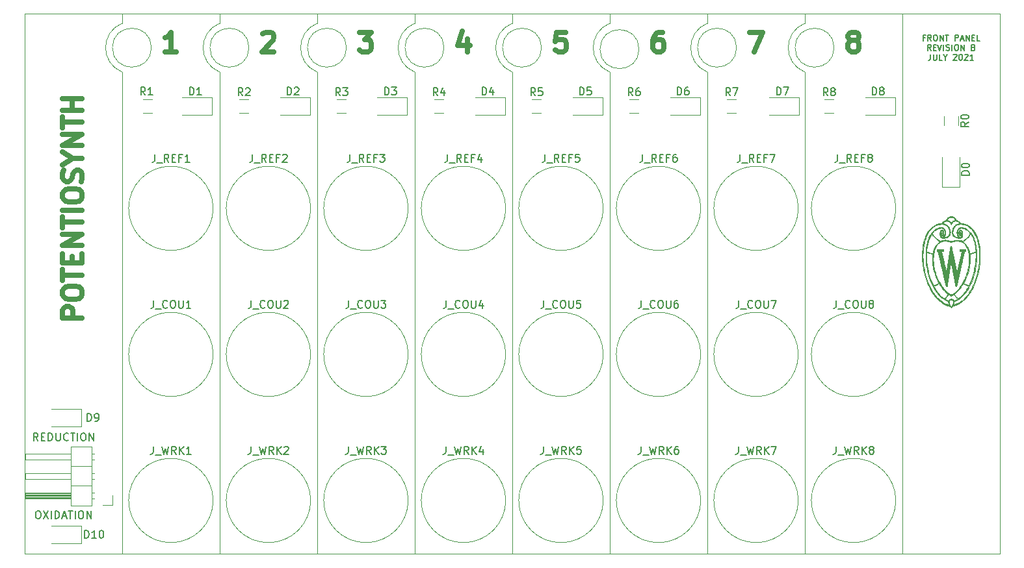
<source format=gbr>
G04 #@! TF.GenerationSoftware,KiCad,Pcbnew,5.1.8+dfsg1-1+b1*
G04 #@! TF.CreationDate,2021-07-07T17:01:25-05:00*
G04 #@! TF.ProjectId,front-panel,66726f6e-742d-4706-916e-656c2e6b6963,B*
G04 #@! TF.SameCoordinates,Original*
G04 #@! TF.FileFunction,Legend,Top*
G04 #@! TF.FilePolarity,Positive*
%FSLAX46Y46*%
G04 Gerber Fmt 4.6, Leading zero omitted, Abs format (unit mm)*
G04 Created by KiCad (PCBNEW 5.1.8+dfsg1-1+b1) date 2021-07-07 17:01:25*
%MOMM*%
%LPD*%
G01*
G04 APERTURE LIST*
%ADD10C,0.150000*%
%ADD11C,0.120000*%
G04 #@! TA.AperFunction,Profile*
%ADD12C,0.050000*%
G04 #@! TD*
%ADD13C,0.127000*%
%ADD14C,0.635000*%
%ADD15C,0.010000*%
G04 APERTURE END LIST*
D10*
X52475238Y-125182380D02*
X52665714Y-125182380D01*
X52760952Y-125230000D01*
X52856190Y-125325238D01*
X52903809Y-125515714D01*
X52903809Y-125849047D01*
X52856190Y-126039523D01*
X52760952Y-126134761D01*
X52665714Y-126182380D01*
X52475238Y-126182380D01*
X52380000Y-126134761D01*
X52284761Y-126039523D01*
X52237142Y-125849047D01*
X52237142Y-125515714D01*
X52284761Y-125325238D01*
X52380000Y-125230000D01*
X52475238Y-125182380D01*
X53237142Y-125182380D02*
X53903809Y-126182380D01*
X53903809Y-125182380D02*
X53237142Y-126182380D01*
X54284761Y-126182380D02*
X54284761Y-125182380D01*
X54760952Y-126182380D02*
X54760952Y-125182380D01*
X54999047Y-125182380D01*
X55141904Y-125230000D01*
X55237142Y-125325238D01*
X55284761Y-125420476D01*
X55332380Y-125610952D01*
X55332380Y-125753809D01*
X55284761Y-125944285D01*
X55237142Y-126039523D01*
X55141904Y-126134761D01*
X54999047Y-126182380D01*
X54760952Y-126182380D01*
X55713333Y-125896666D02*
X56189523Y-125896666D01*
X55618095Y-126182380D02*
X55951428Y-125182380D01*
X56284761Y-126182380D01*
X56475238Y-125182380D02*
X57046666Y-125182380D01*
X56760952Y-126182380D02*
X56760952Y-125182380D01*
X57380000Y-126182380D02*
X57380000Y-125182380D01*
X58046666Y-125182380D02*
X58237142Y-125182380D01*
X58332380Y-125230000D01*
X58427619Y-125325238D01*
X58475238Y-125515714D01*
X58475238Y-125849047D01*
X58427619Y-126039523D01*
X58332380Y-126134761D01*
X58237142Y-126182380D01*
X58046666Y-126182380D01*
X57951428Y-126134761D01*
X57856190Y-126039523D01*
X57808571Y-125849047D01*
X57808571Y-125515714D01*
X57856190Y-125325238D01*
X57951428Y-125230000D01*
X58046666Y-125182380D01*
X58903809Y-126182380D02*
X58903809Y-125182380D01*
X59475238Y-126182380D01*
X59475238Y-125182380D01*
X52546666Y-116022380D02*
X52213333Y-115546190D01*
X51975238Y-116022380D02*
X51975238Y-115022380D01*
X52356190Y-115022380D01*
X52451428Y-115070000D01*
X52499047Y-115117619D01*
X52546666Y-115212857D01*
X52546666Y-115355714D01*
X52499047Y-115450952D01*
X52451428Y-115498571D01*
X52356190Y-115546190D01*
X51975238Y-115546190D01*
X52975238Y-115498571D02*
X53308571Y-115498571D01*
X53451428Y-116022380D02*
X52975238Y-116022380D01*
X52975238Y-115022380D01*
X53451428Y-115022380D01*
X53880000Y-116022380D02*
X53880000Y-115022380D01*
X54118095Y-115022380D01*
X54260952Y-115070000D01*
X54356190Y-115165238D01*
X54403809Y-115260476D01*
X54451428Y-115450952D01*
X54451428Y-115593809D01*
X54403809Y-115784285D01*
X54356190Y-115879523D01*
X54260952Y-115974761D01*
X54118095Y-116022380D01*
X53880000Y-116022380D01*
X54880000Y-115022380D02*
X54880000Y-115831904D01*
X54927619Y-115927142D01*
X54975238Y-115974761D01*
X55070476Y-116022380D01*
X55260952Y-116022380D01*
X55356190Y-115974761D01*
X55403809Y-115927142D01*
X55451428Y-115831904D01*
X55451428Y-115022380D01*
X56499047Y-115927142D02*
X56451428Y-115974761D01*
X56308571Y-116022380D01*
X56213333Y-116022380D01*
X56070476Y-115974761D01*
X55975238Y-115879523D01*
X55927619Y-115784285D01*
X55880000Y-115593809D01*
X55880000Y-115450952D01*
X55927619Y-115260476D01*
X55975238Y-115165238D01*
X56070476Y-115070000D01*
X56213333Y-115022380D01*
X56308571Y-115022380D01*
X56451428Y-115070000D01*
X56499047Y-115117619D01*
X56784761Y-115022380D02*
X57356190Y-115022380D01*
X57070476Y-116022380D02*
X57070476Y-115022380D01*
X57689523Y-116022380D02*
X57689523Y-115022380D01*
X58356190Y-115022380D02*
X58546666Y-115022380D01*
X58641904Y-115070000D01*
X58737142Y-115165238D01*
X58784761Y-115355714D01*
X58784761Y-115689047D01*
X58737142Y-115879523D01*
X58641904Y-115974761D01*
X58546666Y-116022380D01*
X58356190Y-116022380D01*
X58260952Y-115974761D01*
X58165714Y-115879523D01*
X58118095Y-115689047D01*
X58118095Y-115355714D01*
X58165714Y-115165238D01*
X58260952Y-115070000D01*
X58356190Y-115022380D01*
X59213333Y-116022380D02*
X59213333Y-115022380D01*
X59784761Y-116022380D01*
X59784761Y-115022380D01*
D11*
X63500000Y-111125000D02*
X63500000Y-130810000D01*
X76200000Y-111125000D02*
X76200000Y-130810000D01*
X88900000Y-111125000D02*
X88900000Y-130810000D01*
X114300000Y-111125000D02*
X114300000Y-130810000D01*
X101600000Y-111125000D02*
X101600000Y-130810000D01*
X127000000Y-130810000D02*
X127000000Y-109855000D01*
X139700000Y-111125000D02*
X139700000Y-130810000D01*
X152400000Y-111125000D02*
X152400000Y-130810000D01*
X165100000Y-111125000D02*
X165100000Y-130810000D01*
D12*
X177800000Y-60325000D02*
X177800000Y-130810000D01*
X50800000Y-60325000D02*
X50800000Y-130810000D01*
X50800000Y-130810000D02*
X177800000Y-130810000D01*
D11*
X63500001Y-61595001D02*
X63500001Y-60325001D01*
X63500001Y-69595999D02*
X63500001Y-67945001D01*
X76200001Y-61595001D02*
X76200001Y-60325001D01*
X76200001Y-69595999D02*
X76200001Y-67945001D01*
X88900001Y-61595001D02*
X88900001Y-60325001D01*
X88900001Y-69595999D02*
X88900000Y-67944999D01*
X101600001Y-61595001D02*
X101600000Y-60325000D01*
X101600000Y-67945000D02*
X101600001Y-69595999D01*
X114300000Y-61595000D02*
X114300000Y-60325000D01*
X114300001Y-69595999D02*
X114300000Y-67944999D01*
X127000000Y-61595000D02*
X127000000Y-60325000D01*
X127000000Y-67944999D02*
X127000001Y-69595999D01*
X139700000Y-67944999D02*
X139700001Y-69595999D01*
X139700001Y-61595001D02*
X139700000Y-60325000D01*
X152400001Y-61595001D02*
X152400000Y-60325000D01*
X152400001Y-69595999D02*
X152400000Y-67945000D01*
X152400000Y-67944998D02*
G75*
G02*
X152400001Y-61595001I1270000J3174998D01*
G01*
X139700000Y-67944998D02*
G75*
G02*
X139700001Y-61595001I1270000J3174998D01*
G01*
X127000000Y-67944998D02*
G75*
G02*
X127000001Y-61595001I1270000J3174998D01*
G01*
X114300000Y-67944998D02*
G75*
G02*
X114300001Y-61595001I1270000J3174998D01*
G01*
X101600000Y-67944998D02*
G75*
G02*
X101600001Y-61595001I1270000J3174998D01*
G01*
X88900000Y-67944998D02*
G75*
G02*
X88900001Y-61595001I1270000J3174998D01*
G01*
D12*
X92710000Y-64770000D02*
G75*
G03*
X92710000Y-64770000I-2540000J0D01*
G01*
D11*
X76200000Y-67944998D02*
G75*
G02*
X76200001Y-61595001I1270000J3174998D01*
G01*
X63500000Y-67944998D02*
G75*
G02*
X63500001Y-61595001I1270000J3174998D01*
G01*
D13*
X168039142Y-63445571D02*
X167785142Y-63445571D01*
X167785142Y-63844714D02*
X167785142Y-63082714D01*
X168148000Y-63082714D01*
X168873714Y-63844714D02*
X168619714Y-63481857D01*
X168438285Y-63844714D02*
X168438285Y-63082714D01*
X168728571Y-63082714D01*
X168801142Y-63119000D01*
X168837428Y-63155285D01*
X168873714Y-63227857D01*
X168873714Y-63336714D01*
X168837428Y-63409285D01*
X168801142Y-63445571D01*
X168728571Y-63481857D01*
X168438285Y-63481857D01*
X169345428Y-63082714D02*
X169490571Y-63082714D01*
X169563142Y-63119000D01*
X169635714Y-63191571D01*
X169672000Y-63336714D01*
X169672000Y-63590714D01*
X169635714Y-63735857D01*
X169563142Y-63808428D01*
X169490571Y-63844714D01*
X169345428Y-63844714D01*
X169272857Y-63808428D01*
X169200285Y-63735857D01*
X169164000Y-63590714D01*
X169164000Y-63336714D01*
X169200285Y-63191571D01*
X169272857Y-63119000D01*
X169345428Y-63082714D01*
X169998571Y-63844714D02*
X169998571Y-63082714D01*
X170434000Y-63844714D01*
X170434000Y-63082714D01*
X170688000Y-63082714D02*
X171123428Y-63082714D01*
X170905714Y-63844714D02*
X170905714Y-63082714D01*
X171958000Y-63844714D02*
X171958000Y-63082714D01*
X172248285Y-63082714D01*
X172320857Y-63119000D01*
X172357142Y-63155285D01*
X172393428Y-63227857D01*
X172393428Y-63336714D01*
X172357142Y-63409285D01*
X172320857Y-63445571D01*
X172248285Y-63481857D01*
X171958000Y-63481857D01*
X172683714Y-63627000D02*
X173046571Y-63627000D01*
X172611142Y-63844714D02*
X172865142Y-63082714D01*
X173119142Y-63844714D01*
X173373142Y-63844714D02*
X173373142Y-63082714D01*
X173808571Y-63844714D01*
X173808571Y-63082714D01*
X174171428Y-63445571D02*
X174425428Y-63445571D01*
X174534285Y-63844714D02*
X174171428Y-63844714D01*
X174171428Y-63082714D01*
X174534285Y-63082714D01*
X175223714Y-63844714D02*
X174860857Y-63844714D01*
X174860857Y-63082714D01*
X168819285Y-65114714D02*
X168565285Y-64751857D01*
X168383857Y-65114714D02*
X168383857Y-64352714D01*
X168674142Y-64352714D01*
X168746714Y-64389000D01*
X168783000Y-64425285D01*
X168819285Y-64497857D01*
X168819285Y-64606714D01*
X168783000Y-64679285D01*
X168746714Y-64715571D01*
X168674142Y-64751857D01*
X168383857Y-64751857D01*
X169145857Y-64715571D02*
X169399857Y-64715571D01*
X169508714Y-65114714D02*
X169145857Y-65114714D01*
X169145857Y-64352714D01*
X169508714Y-64352714D01*
X169726428Y-64352714D02*
X169980428Y-65114714D01*
X170234428Y-64352714D01*
X170488428Y-65114714D02*
X170488428Y-64352714D01*
X170815000Y-65078428D02*
X170923857Y-65114714D01*
X171105285Y-65114714D01*
X171177857Y-65078428D01*
X171214142Y-65042142D01*
X171250428Y-64969571D01*
X171250428Y-64897000D01*
X171214142Y-64824428D01*
X171177857Y-64788142D01*
X171105285Y-64751857D01*
X170960142Y-64715571D01*
X170887571Y-64679285D01*
X170851285Y-64643000D01*
X170815000Y-64570428D01*
X170815000Y-64497857D01*
X170851285Y-64425285D01*
X170887571Y-64389000D01*
X170960142Y-64352714D01*
X171141571Y-64352714D01*
X171250428Y-64389000D01*
X171577000Y-65114714D02*
X171577000Y-64352714D01*
X172085000Y-64352714D02*
X172230142Y-64352714D01*
X172302714Y-64389000D01*
X172375285Y-64461571D01*
X172411571Y-64606714D01*
X172411571Y-64860714D01*
X172375285Y-65005857D01*
X172302714Y-65078428D01*
X172230142Y-65114714D01*
X172085000Y-65114714D01*
X172012428Y-65078428D01*
X171939857Y-65005857D01*
X171903571Y-64860714D01*
X171903571Y-64606714D01*
X171939857Y-64461571D01*
X172012428Y-64389000D01*
X172085000Y-64352714D01*
X172738142Y-65114714D02*
X172738142Y-64352714D01*
X173173571Y-65114714D01*
X173173571Y-64352714D01*
X174371000Y-64715571D02*
X174479857Y-64751857D01*
X174516142Y-64788142D01*
X174552428Y-64860714D01*
X174552428Y-64969571D01*
X174516142Y-65042142D01*
X174479857Y-65078428D01*
X174407285Y-65114714D01*
X174117000Y-65114714D01*
X174117000Y-64352714D01*
X174371000Y-64352714D01*
X174443571Y-64389000D01*
X174479857Y-64425285D01*
X174516142Y-64497857D01*
X174516142Y-64570428D01*
X174479857Y-64643000D01*
X174443571Y-64679285D01*
X174371000Y-64715571D01*
X174117000Y-64715571D01*
X168783000Y-65622714D02*
X168783000Y-66167000D01*
X168746714Y-66275857D01*
X168674142Y-66348428D01*
X168565285Y-66384714D01*
X168492714Y-66384714D01*
X169145857Y-65622714D02*
X169145857Y-66239571D01*
X169182142Y-66312142D01*
X169218428Y-66348428D01*
X169291000Y-66384714D01*
X169436142Y-66384714D01*
X169508714Y-66348428D01*
X169545000Y-66312142D01*
X169581285Y-66239571D01*
X169581285Y-65622714D01*
X170307000Y-66384714D02*
X169944142Y-66384714D01*
X169944142Y-65622714D01*
X170706142Y-66021857D02*
X170706142Y-66384714D01*
X170452142Y-65622714D02*
X170706142Y-66021857D01*
X170960142Y-65622714D01*
X171758428Y-65695285D02*
X171794714Y-65659000D01*
X171867285Y-65622714D01*
X172048714Y-65622714D01*
X172121285Y-65659000D01*
X172157571Y-65695285D01*
X172193857Y-65767857D01*
X172193857Y-65840428D01*
X172157571Y-65949285D01*
X171722142Y-66384714D01*
X172193857Y-66384714D01*
X172665571Y-65622714D02*
X172738142Y-65622714D01*
X172810714Y-65659000D01*
X172847000Y-65695285D01*
X172883285Y-65767857D01*
X172919571Y-65913000D01*
X172919571Y-66094428D01*
X172883285Y-66239571D01*
X172847000Y-66312142D01*
X172810714Y-66348428D01*
X172738142Y-66384714D01*
X172665571Y-66384714D01*
X172593000Y-66348428D01*
X172556714Y-66312142D01*
X172520428Y-66239571D01*
X172484142Y-66094428D01*
X172484142Y-65913000D01*
X172520428Y-65767857D01*
X172556714Y-65695285D01*
X172593000Y-65659000D01*
X172665571Y-65622714D01*
X173209857Y-65695285D02*
X173246142Y-65659000D01*
X173318714Y-65622714D01*
X173500142Y-65622714D01*
X173572714Y-65659000D01*
X173609000Y-65695285D01*
X173645285Y-65767857D01*
X173645285Y-65840428D01*
X173609000Y-65949285D01*
X173173571Y-66384714D01*
X173645285Y-66384714D01*
X174371000Y-66384714D02*
X173935571Y-66384714D01*
X174153285Y-66384714D02*
X174153285Y-65622714D01*
X174080714Y-65731571D01*
X174008142Y-65804142D01*
X173935571Y-65840428D01*
D14*
X58299047Y-99997380D02*
X55759047Y-99997380D01*
X55759047Y-99029761D01*
X55880000Y-98787857D01*
X56000952Y-98666904D01*
X56242857Y-98545952D01*
X56605714Y-98545952D01*
X56847619Y-98666904D01*
X56968571Y-98787857D01*
X57089523Y-99029761D01*
X57089523Y-99997380D01*
X55759047Y-96973571D02*
X55759047Y-96489761D01*
X55880000Y-96247857D01*
X56121904Y-96005952D01*
X56605714Y-95885000D01*
X57452380Y-95885000D01*
X57936190Y-96005952D01*
X58178095Y-96247857D01*
X58299047Y-96489761D01*
X58299047Y-96973571D01*
X58178095Y-97215476D01*
X57936190Y-97457380D01*
X57452380Y-97578333D01*
X56605714Y-97578333D01*
X56121904Y-97457380D01*
X55880000Y-97215476D01*
X55759047Y-96973571D01*
X55759047Y-95159285D02*
X55759047Y-93707857D01*
X58299047Y-94433571D02*
X55759047Y-94433571D01*
X56968571Y-92861190D02*
X56968571Y-92014523D01*
X58299047Y-91651666D02*
X58299047Y-92861190D01*
X55759047Y-92861190D01*
X55759047Y-91651666D01*
X58299047Y-90563095D02*
X55759047Y-90563095D01*
X58299047Y-89111666D01*
X55759047Y-89111666D01*
X55759047Y-88265000D02*
X55759047Y-86813571D01*
X58299047Y-87539285D02*
X55759047Y-87539285D01*
X58299047Y-85966904D02*
X55759047Y-85966904D01*
X55759047Y-84273571D02*
X55759047Y-83789761D01*
X55880000Y-83547857D01*
X56121904Y-83305952D01*
X56605714Y-83185000D01*
X57452380Y-83185000D01*
X57936190Y-83305952D01*
X58178095Y-83547857D01*
X58299047Y-83789761D01*
X58299047Y-84273571D01*
X58178095Y-84515476D01*
X57936190Y-84757380D01*
X57452380Y-84878333D01*
X56605714Y-84878333D01*
X56121904Y-84757380D01*
X55880000Y-84515476D01*
X55759047Y-84273571D01*
X58178095Y-82217380D02*
X58299047Y-81854523D01*
X58299047Y-81249761D01*
X58178095Y-81007857D01*
X58057142Y-80886904D01*
X57815238Y-80765952D01*
X57573333Y-80765952D01*
X57331428Y-80886904D01*
X57210476Y-81007857D01*
X57089523Y-81249761D01*
X56968571Y-81733571D01*
X56847619Y-81975476D01*
X56726666Y-82096428D01*
X56484761Y-82217380D01*
X56242857Y-82217380D01*
X56000952Y-82096428D01*
X55880000Y-81975476D01*
X55759047Y-81733571D01*
X55759047Y-81128809D01*
X55880000Y-80765952D01*
X57089523Y-79193571D02*
X58299047Y-79193571D01*
X55759047Y-80040238D02*
X57089523Y-79193571D01*
X55759047Y-78346904D01*
X58299047Y-77500238D02*
X55759047Y-77500238D01*
X58299047Y-76048809D01*
X55759047Y-76048809D01*
X55759047Y-75202142D02*
X55759047Y-73750714D01*
X58299047Y-74476428D02*
X55759047Y-74476428D01*
X58299047Y-72904047D02*
X55759047Y-72904047D01*
X56968571Y-72904047D02*
X56968571Y-71452619D01*
X58299047Y-71452619D02*
X55759047Y-71452619D01*
D11*
X165100000Y-60325000D02*
X165100000Y-111125000D01*
X152400001Y-69595999D02*
X152400000Y-111125000D01*
X139700001Y-69595999D02*
X139700000Y-111125000D01*
X127000001Y-69595999D02*
X127000000Y-111125000D01*
X114300001Y-69595999D02*
X114300000Y-111125000D01*
X101600001Y-69595999D02*
X101600000Y-111125000D01*
X88900001Y-69595999D02*
X88900000Y-111125000D01*
X76200001Y-69595999D02*
X76200000Y-111125000D01*
X63500001Y-69595999D02*
X63500000Y-111125000D01*
D14*
X158508095Y-63832619D02*
X158266190Y-63711666D01*
X158145238Y-63590714D01*
X158024285Y-63348809D01*
X158024285Y-63227857D01*
X158145238Y-62985952D01*
X158266190Y-62865000D01*
X158508095Y-62744047D01*
X158991904Y-62744047D01*
X159233809Y-62865000D01*
X159354761Y-62985952D01*
X159475714Y-63227857D01*
X159475714Y-63348809D01*
X159354761Y-63590714D01*
X159233809Y-63711666D01*
X158991904Y-63832619D01*
X158508095Y-63832619D01*
X158266190Y-63953571D01*
X158145238Y-64074523D01*
X158024285Y-64316428D01*
X158024285Y-64800238D01*
X158145238Y-65042142D01*
X158266190Y-65163095D01*
X158508095Y-65284047D01*
X158991904Y-65284047D01*
X159233809Y-65163095D01*
X159354761Y-65042142D01*
X159475714Y-64800238D01*
X159475714Y-64316428D01*
X159354761Y-64074523D01*
X159233809Y-63953571D01*
X158991904Y-63832619D01*
X145203333Y-62744047D02*
X146896666Y-62744047D01*
X145808095Y-65284047D01*
X133833809Y-62744047D02*
X133350000Y-62744047D01*
X133108095Y-62865000D01*
X132987142Y-62985952D01*
X132745238Y-63348809D01*
X132624285Y-63832619D01*
X132624285Y-64800238D01*
X132745238Y-65042142D01*
X132866190Y-65163095D01*
X133108095Y-65284047D01*
X133591904Y-65284047D01*
X133833809Y-65163095D01*
X133954761Y-65042142D01*
X134075714Y-64800238D01*
X134075714Y-64195476D01*
X133954761Y-63953571D01*
X133833809Y-63832619D01*
X133591904Y-63711666D01*
X133108095Y-63711666D01*
X132866190Y-63832619D01*
X132745238Y-63953571D01*
X132624285Y-64195476D01*
X121254761Y-62744047D02*
X120045238Y-62744047D01*
X119924285Y-63953571D01*
X120045238Y-63832619D01*
X120287142Y-63711666D01*
X120891904Y-63711666D01*
X121133809Y-63832619D01*
X121254761Y-63953571D01*
X121375714Y-64195476D01*
X121375714Y-64800238D01*
X121254761Y-65042142D01*
X121133809Y-65163095D01*
X120891904Y-65284047D01*
X120287142Y-65284047D01*
X120045238Y-65163095D01*
X119924285Y-65042142D01*
X108433809Y-63590714D02*
X108433809Y-65284047D01*
X107829047Y-62623095D02*
X107224285Y-64437380D01*
X108796666Y-64437380D01*
X94403333Y-62744047D02*
X95975714Y-62744047D01*
X95129047Y-63711666D01*
X95491904Y-63711666D01*
X95733809Y-63832619D01*
X95854761Y-63953571D01*
X95975714Y-64195476D01*
X95975714Y-64800238D01*
X95854761Y-65042142D01*
X95733809Y-65163095D01*
X95491904Y-65284047D01*
X94766190Y-65284047D01*
X94524285Y-65163095D01*
X94403333Y-65042142D01*
X81824285Y-62985952D02*
X81945238Y-62865000D01*
X82187142Y-62744047D01*
X82791904Y-62744047D01*
X83033809Y-62865000D01*
X83154761Y-62985952D01*
X83275714Y-63227857D01*
X83275714Y-63469761D01*
X83154761Y-63832619D01*
X81703333Y-65284047D01*
X83275714Y-65284047D01*
X70575714Y-65284047D02*
X69124285Y-65284047D01*
X69850000Y-65284047D02*
X69850000Y-62744047D01*
X69608095Y-63106904D01*
X69366190Y-63348809D01*
X69124285Y-63469761D01*
D12*
X156210000Y-64770000D02*
G75*
G03*
X156210000Y-64770000I-2540000J0D01*
G01*
X143510000Y-64770000D02*
G75*
G03*
X143510000Y-64770000I-2540000J0D01*
G01*
X130810000Y-64960500D02*
G75*
G03*
X130810000Y-64960500I-2540000J0D01*
G01*
X118110000Y-64770000D02*
G75*
G03*
X118110000Y-64770000I-2540000J0D01*
G01*
X105410000Y-64770000D02*
G75*
G03*
X105410000Y-64770000I-2540000J0D01*
G01*
X80010000Y-64770000D02*
G75*
G03*
X80010000Y-64770000I-2540000J0D01*
G01*
X67310000Y-64770000D02*
G75*
G03*
X67310000Y-64770000I-2540000J0D01*
G01*
X177800000Y-60325000D02*
X50800000Y-60325000D01*
D11*
X59520000Y-124520000D02*
X59520000Y-116780000D01*
X59520000Y-116780000D02*
X56860000Y-116780000D01*
X56860000Y-116780000D02*
X56860000Y-124520000D01*
X56860000Y-124520000D02*
X59520000Y-124520000D01*
X56860000Y-123570000D02*
X50860000Y-123570000D01*
X50860000Y-123570000D02*
X50860000Y-122810000D01*
X50860000Y-122810000D02*
X56860000Y-122810000D01*
X56860000Y-123510000D02*
X50860000Y-123510000D01*
X56860000Y-123390000D02*
X50860000Y-123390000D01*
X56860000Y-123270000D02*
X50860000Y-123270000D01*
X56860000Y-123150000D02*
X50860000Y-123150000D01*
X56860000Y-123030000D02*
X50860000Y-123030000D01*
X56860000Y-122910000D02*
X50860000Y-122910000D01*
X59850000Y-123570000D02*
X59520000Y-123570000D01*
X59850000Y-122810000D02*
X59520000Y-122810000D01*
X59520000Y-121920000D02*
X56860000Y-121920000D01*
X56860000Y-121030000D02*
X50860000Y-121030000D01*
X50860000Y-121030000D02*
X50860000Y-120270000D01*
X50860000Y-120270000D02*
X56860000Y-120270000D01*
X59917071Y-121030000D02*
X59520000Y-121030000D01*
X59917071Y-120270000D02*
X59520000Y-120270000D01*
X59520000Y-119380000D02*
X56860000Y-119380000D01*
X56860000Y-118490000D02*
X50860000Y-118490000D01*
X50860000Y-118490000D02*
X50860000Y-117730000D01*
X50860000Y-117730000D02*
X56860000Y-117730000D01*
X59917071Y-118490000D02*
X59520000Y-118490000D01*
X59917071Y-117730000D02*
X59520000Y-117730000D01*
X62230000Y-123190000D02*
X62230000Y-124460000D01*
X62230000Y-124460000D02*
X60960000Y-124460000D01*
X164250000Y-123825000D02*
G75*
G03*
X164250000Y-123825000I-5500000J0D01*
G01*
X151550000Y-123825000D02*
G75*
G03*
X151550000Y-123825000I-5500000J0D01*
G01*
X138850000Y-123825000D02*
G75*
G03*
X138850000Y-123825000I-5500000J0D01*
G01*
X126150000Y-123825000D02*
G75*
G03*
X126150000Y-123825000I-5500000J0D01*
G01*
X113450000Y-123825000D02*
G75*
G03*
X113450000Y-123825000I-5500000J0D01*
G01*
X100750000Y-123825000D02*
G75*
G03*
X100750000Y-123825000I-5500000J0D01*
G01*
X88050000Y-123825000D02*
G75*
G03*
X88050000Y-123825000I-5500000J0D01*
G01*
X75350000Y-123825000D02*
G75*
G03*
X75350000Y-123825000I-5500000J0D01*
G01*
X54280000Y-129405000D02*
X58165000Y-129405000D01*
X58165000Y-129405000D02*
X58165000Y-127135000D01*
X58165000Y-127135000D02*
X54280000Y-127135000D01*
X54280000Y-114165000D02*
X58165000Y-114165000D01*
X58165000Y-114165000D02*
X58165000Y-111895000D01*
X58165000Y-111895000D02*
X54280000Y-111895000D01*
X138850000Y-104775000D02*
G75*
G03*
X138850000Y-104775000I-5500000J0D01*
G01*
D15*
G36*
X171477014Y-86763991D02*
G01*
X171522375Y-86766052D01*
X171563794Y-86769780D01*
X171598483Y-86775150D01*
X171601395Y-86775759D01*
X171680635Y-86797497D01*
X171754009Y-86827438D01*
X171821830Y-86865785D01*
X171884414Y-86912739D01*
X171942077Y-86968504D01*
X171988895Y-87024889D01*
X172010962Y-87056620D01*
X172033934Y-87093879D01*
X172056332Y-87133914D01*
X172076682Y-87173972D01*
X172093506Y-87211301D01*
X172104383Y-87240197D01*
X172109840Y-87256109D01*
X172114296Y-87267714D01*
X172116434Y-87271967D01*
X172122382Y-87274133D01*
X172135301Y-87277240D01*
X172148942Y-87279959D01*
X172189191Y-87289382D01*
X172234524Y-87303437D01*
X172281659Y-87320992D01*
X172327314Y-87340915D01*
X172331541Y-87342931D01*
X172404134Y-87382295D01*
X172471352Y-87427714D01*
X172532191Y-87478300D01*
X172585644Y-87533169D01*
X172630704Y-87591433D01*
X172651778Y-87625007D01*
X172674618Y-87664605D01*
X172729059Y-87667746D01*
X172835529Y-87675775D01*
X172934491Y-87687326D01*
X173028105Y-87702803D01*
X173118531Y-87722607D01*
X173207931Y-87747143D01*
X173280719Y-87770639D01*
X173411526Y-87820876D01*
X173538777Y-87880499D01*
X173662356Y-87949334D01*
X173782152Y-88027209D01*
X173898049Y-88113949D01*
X174009933Y-88209381D01*
X174117691Y-88313332D01*
X174221209Y-88425630D01*
X174320372Y-88546099D01*
X174415067Y-88674568D01*
X174505180Y-88810862D01*
X174590596Y-88954809D01*
X174671201Y-89106235D01*
X174746883Y-89264967D01*
X174817526Y-89430831D01*
X174883017Y-89603654D01*
X174943241Y-89783263D01*
X174998085Y-89969485D01*
X175047435Y-90162146D01*
X175091177Y-90361072D01*
X175129196Y-90566092D01*
X175132619Y-90586560D01*
X175149612Y-90693878D01*
X175164818Y-90800232D01*
X175178415Y-90907300D01*
X175190581Y-91016754D01*
X175201495Y-91130272D01*
X175211334Y-91249528D01*
X175220276Y-91376198D01*
X175225515Y-91460320D01*
X175227014Y-91492053D01*
X175228320Y-91532725D01*
X175229431Y-91581114D01*
X175230350Y-91636000D01*
X175231074Y-91696164D01*
X175231606Y-91760384D01*
X175231943Y-91827440D01*
X175232087Y-91896112D01*
X175232038Y-91965179D01*
X175231795Y-92033422D01*
X175231358Y-92099620D01*
X175230728Y-92162553D01*
X175229904Y-92220999D01*
X175228887Y-92273740D01*
X175227676Y-92319555D01*
X175226271Y-92357223D01*
X175225521Y-92372180D01*
X175210706Y-92600254D01*
X175192134Y-92820657D01*
X175169574Y-93035248D01*
X175142797Y-93245882D01*
X175111575Y-93454418D01*
X175075677Y-93662712D01*
X175048562Y-93804740D01*
X174993920Y-94062528D01*
X174933133Y-94315889D01*
X174866343Y-94564551D01*
X174793690Y-94808243D01*
X174715316Y-95046694D01*
X174631363Y-95279632D01*
X174541971Y-95506785D01*
X174447284Y-95727883D01*
X174347441Y-95942653D01*
X174242585Y-96150825D01*
X174132856Y-96352126D01*
X174018397Y-96546286D01*
X173899349Y-96733033D01*
X173775853Y-96912096D01*
X173648051Y-97083202D01*
X173516084Y-97246082D01*
X173380094Y-97400462D01*
X173240222Y-97546073D01*
X173096610Y-97682641D01*
X172970289Y-97792593D01*
X172833014Y-97901660D01*
X172691799Y-98003264D01*
X172547294Y-98097063D01*
X172400149Y-98182714D01*
X172251014Y-98259876D01*
X172100540Y-98328204D01*
X171949377Y-98387358D01*
X171798174Y-98436995D01*
X171690991Y-98466312D01*
X171627344Y-98482251D01*
X171611635Y-98505083D01*
X171594591Y-98528346D01*
X171574320Y-98553671D01*
X171552624Y-98579020D01*
X171531308Y-98602358D01*
X171512175Y-98621647D01*
X171497028Y-98634850D01*
X171496183Y-98635479D01*
X171473935Y-98649595D01*
X171455278Y-98655820D01*
X171437957Y-98654570D01*
X171424181Y-98648815D01*
X171410991Y-98639444D01*
X171393303Y-98623706D01*
X171372753Y-98603330D01*
X171350982Y-98580045D01*
X171329628Y-98555582D01*
X171310330Y-98531669D01*
X171300140Y-98517911D01*
X171287365Y-98500384D01*
X171277746Y-98489308D01*
X171268771Y-98482702D01*
X171257924Y-98478586D01*
X171246800Y-98475887D01*
X171222077Y-98469853D01*
X171189916Y-98461219D01*
X171152503Y-98450636D01*
X171112024Y-98438759D01*
X171070666Y-98426241D01*
X171030614Y-98413736D01*
X170994055Y-98401897D01*
X170963174Y-98391377D01*
X170958262Y-98389629D01*
X170792831Y-98324883D01*
X170630279Y-98250418D01*
X170470659Y-98166275D01*
X170314023Y-98072493D01*
X170160422Y-97969114D01*
X170009910Y-97856177D01*
X169862537Y-97733722D01*
X169718357Y-97601790D01*
X169577422Y-97460420D01*
X169439783Y-97309654D01*
X169305494Y-97149531D01*
X169239719Y-97066100D01*
X169114395Y-96897017D01*
X168992577Y-96718870D01*
X168874589Y-96532241D01*
X168760754Y-96337715D01*
X168651397Y-96135873D01*
X168546840Y-95927302D01*
X168447407Y-95712583D01*
X168353423Y-95492300D01*
X168318289Y-95404940D01*
X168217925Y-95138042D01*
X168125635Y-94865710D01*
X168041509Y-94588589D01*
X167965632Y-94307325D01*
X167898093Y-94022562D01*
X167838978Y-93734947D01*
X167788376Y-93445126D01*
X167746373Y-93153744D01*
X167713058Y-92861446D01*
X167688517Y-92568879D01*
X167672838Y-92276688D01*
X167666547Y-92004462D01*
X167776287Y-92004462D01*
X167778822Y-92169384D01*
X167783993Y-92331364D01*
X167791793Y-92487853D01*
X167795244Y-92542360D01*
X167820618Y-92849241D01*
X167855342Y-93153647D01*
X167899348Y-93455270D01*
X167952567Y-93753805D01*
X168014930Y-94048945D01*
X168086367Y-94340384D01*
X168166811Y-94627816D01*
X168256192Y-94910935D01*
X168354442Y-95189434D01*
X168440684Y-95411931D01*
X168505957Y-95567947D01*
X168576386Y-95725661D01*
X168650914Y-95882941D01*
X168728488Y-96037656D01*
X168808051Y-96187674D01*
X168888549Y-96330864D01*
X168932985Y-96406182D01*
X169049807Y-96593112D01*
X169170417Y-96771375D01*
X169294719Y-96940884D01*
X169422616Y-97101555D01*
X169554011Y-97253304D01*
X169688807Y-97396046D01*
X169826907Y-97529697D01*
X169968214Y-97654171D01*
X170112632Y-97769386D01*
X170260063Y-97875255D01*
X170410411Y-97971695D01*
X170563578Y-98058620D01*
X170719467Y-98135947D01*
X170877983Y-98203591D01*
X171039027Y-98261467D01*
X171072043Y-98272023D01*
X171099381Y-98280486D01*
X171123552Y-98287788D01*
X171142797Y-98293411D01*
X171155357Y-98296839D01*
X171159238Y-98297656D01*
X171162388Y-98295383D01*
X171160497Y-98286908D01*
X171157209Y-98278950D01*
X171146747Y-98253084D01*
X171135009Y-98220389D01*
X171122971Y-98183943D01*
X171111606Y-98146824D01*
X171101889Y-98112111D01*
X171094795Y-98082883D01*
X171094098Y-98079560D01*
X171089266Y-98051076D01*
X171084933Y-98016556D01*
X171081564Y-97980119D01*
X171079903Y-97953042D01*
X171076890Y-97885868D01*
X171186905Y-97885868D01*
X171187163Y-97930783D01*
X171187337Y-97934780D01*
X171196427Y-98021631D01*
X171215464Y-98108713D01*
X171244264Y-98195497D01*
X171282642Y-98281460D01*
X171330413Y-98366074D01*
X171348867Y-98394601D01*
X171374326Y-98431751D01*
X171395734Y-98460462D01*
X171413917Y-98481208D01*
X171429699Y-98494465D01*
X171443907Y-98500707D01*
X171457365Y-98500408D01*
X171470899Y-98494043D01*
X171485334Y-98482087D01*
X171491040Y-98476369D01*
X171508353Y-98456242D01*
X171528748Y-98429034D01*
X171550884Y-98396807D01*
X171573420Y-98361627D01*
X171595014Y-98325558D01*
X171614324Y-98290663D01*
X171623723Y-98272235D01*
X171653997Y-98203853D01*
X171679291Y-98132860D01*
X171698108Y-98063495D01*
X171699129Y-98058877D01*
X171706248Y-98017133D01*
X171710882Y-97970440D01*
X171713034Y-97921358D01*
X171712707Y-97872448D01*
X171709904Y-97826270D01*
X171704628Y-97785385D01*
X171698779Y-97758745D01*
X171688121Y-97737399D01*
X171668756Y-97716104D01*
X171642095Y-97695838D01*
X171609549Y-97677578D01*
X171572527Y-97662301D01*
X171549060Y-97655055D01*
X171530157Y-97651112D01*
X171505259Y-97647526D01*
X171478527Y-97644852D01*
X171466653Y-97644075D01*
X171421525Y-97644554D01*
X171377178Y-97650308D01*
X171334939Y-97660741D01*
X171296135Y-97675259D01*
X171262094Y-97693267D01*
X171234141Y-97714170D01*
X171213605Y-97737373D01*
X171201812Y-97762282D01*
X171201654Y-97762869D01*
X171194437Y-97798474D01*
X171189425Y-97840620D01*
X171186905Y-97885868D01*
X171076890Y-97885868D01*
X171076620Y-97879864D01*
X170990591Y-97845256D01*
X170845922Y-97781754D01*
X170702939Y-97708378D01*
X170561888Y-97625310D01*
X170423016Y-97532733D01*
X170412792Y-97525097D01*
X170611212Y-97525097D01*
X170612726Y-97528565D01*
X170622731Y-97536102D01*
X170640440Y-97547446D01*
X170664486Y-97561829D01*
X170693502Y-97578483D01*
X170726120Y-97596639D01*
X170760974Y-97615529D01*
X170796695Y-97634384D01*
X170831918Y-97652437D01*
X170842940Y-97657958D01*
X170871532Y-97671918D01*
X170903008Y-97686819D01*
X170935923Y-97702026D01*
X170968832Y-97716903D01*
X171000292Y-97730815D01*
X171028859Y-97743124D01*
X171053087Y-97753195D01*
X171071534Y-97760392D01*
X171082755Y-97764079D01*
X171084701Y-97764422D01*
X171087372Y-97760025D01*
X171091057Y-97748521D01*
X171093685Y-97737930D01*
X171107916Y-97697272D01*
X171131293Y-97660049D01*
X171163268Y-97626653D01*
X171203294Y-97597474D01*
X171250824Y-97572904D01*
X171305311Y-97553332D01*
X171366207Y-97539151D01*
X171373800Y-97537850D01*
X171427481Y-97532661D01*
X171483329Y-97533953D01*
X171539522Y-97541256D01*
X171594237Y-97554100D01*
X171645652Y-97572013D01*
X171691944Y-97594526D01*
X171731290Y-97621169D01*
X171745672Y-97633828D01*
X171768311Y-97659554D01*
X171787647Y-97689093D01*
X171801848Y-97719244D01*
X171808667Y-97743893D01*
X171811164Y-97756718D01*
X171813446Y-97763984D01*
X171814044Y-97764600D01*
X171822258Y-97762515D01*
X171838243Y-97756667D01*
X171860599Y-97747666D01*
X171887924Y-97736122D01*
X171918818Y-97722645D01*
X171951881Y-97707845D01*
X171985713Y-97692332D01*
X172018913Y-97676715D01*
X172046900Y-97663173D01*
X172078547Y-97647288D01*
X172112414Y-97629719D01*
X172147140Y-97611227D01*
X172181369Y-97592571D01*
X172213741Y-97574513D01*
X172242899Y-97557812D01*
X172267483Y-97543230D01*
X172286137Y-97531527D01*
X172297500Y-97523462D01*
X172299256Y-97521895D01*
X172297459Y-97517148D01*
X172289230Y-97508037D01*
X172276231Y-97496345D01*
X172272942Y-97493641D01*
X172212409Y-97441521D01*
X172150954Y-97382794D01*
X172090569Y-97319641D01*
X172033245Y-97254242D01*
X171980976Y-97188777D01*
X171935752Y-97125428D01*
X171933463Y-97121980D01*
X171921811Y-97103465D01*
X171907818Y-97079860D01*
X171892503Y-97053036D01*
X171876882Y-97024863D01*
X171861973Y-96997213D01*
X171848795Y-96971958D01*
X171838365Y-96950969D01*
X171831701Y-96936117D01*
X171830341Y-96932386D01*
X171825405Y-96931949D01*
X171812832Y-96937877D01*
X171792550Y-96950208D01*
X171772442Y-96963542D01*
X171740622Y-96984350D01*
X171705391Y-97006019D01*
X171668026Y-97027886D01*
X171629806Y-97049286D01*
X171592008Y-97069556D01*
X171555910Y-97088033D01*
X171522791Y-97104052D01*
X171493928Y-97116951D01*
X171470600Y-97126065D01*
X171454083Y-97130730D01*
X171449567Y-97131204D01*
X171438006Y-97128736D01*
X171419038Y-97121681D01*
X171393948Y-97110715D01*
X171364019Y-97096513D01*
X171330537Y-97079752D01*
X171294784Y-97061107D01*
X171258046Y-97041254D01*
X171221607Y-97020867D01*
X171186750Y-97000624D01*
X171154760Y-96981200D01*
X171126922Y-96963270D01*
X171115419Y-96955398D01*
X171083098Y-96932725D01*
X171048901Y-97000342D01*
X171004733Y-97079312D01*
X170951829Y-97159398D01*
X170891308Y-97239233D01*
X170824287Y-97317453D01*
X170751883Y-97392694D01*
X170675215Y-97463592D01*
X170655906Y-97480146D01*
X170635072Y-97498053D01*
X170621313Y-97510802D01*
X170613678Y-97519460D01*
X170611212Y-97525097D01*
X170412792Y-97525097D01*
X170286570Y-97430830D01*
X170152796Y-97319783D01*
X170021941Y-97199776D01*
X169894251Y-97070992D01*
X169785795Y-96951800D01*
X169656555Y-96797190D01*
X169531335Y-96633430D01*
X169410262Y-96460752D01*
X169293462Y-96279391D01*
X169181061Y-96089579D01*
X169073185Y-95891551D01*
X169045502Y-95836300D01*
X169172295Y-95836300D01*
X169174926Y-95843153D01*
X169181901Y-95857587D01*
X169192542Y-95878351D01*
X169206170Y-95904195D01*
X169222105Y-95933870D01*
X169239670Y-95966124D01*
X169258183Y-95999707D01*
X169276968Y-96033370D01*
X169295345Y-96065860D01*
X169312634Y-96095930D01*
X169321744Y-96111509D01*
X169420991Y-96274428D01*
X169521365Y-96428012D01*
X169623477Y-96573076D01*
X169727935Y-96710430D01*
X169835350Y-96840887D01*
X169946332Y-96965261D01*
X170022520Y-97045113D01*
X170129986Y-97150949D01*
X170236236Y-97247749D01*
X170342280Y-97336390D01*
X170449133Y-97417749D01*
X170471491Y-97433793D01*
X170496717Y-97451508D01*
X170515106Y-97463824D01*
X170527948Y-97471441D01*
X170536529Y-97475061D01*
X170542138Y-97475386D01*
X170545151Y-97473904D01*
X170552229Y-97468226D01*
X170565207Y-97457636D01*
X170582164Y-97443705D01*
X170599100Y-97429727D01*
X170617596Y-97413743D01*
X170641066Y-97392426D01*
X170667412Y-97367739D01*
X170694538Y-97341646D01*
X170718559Y-97317905D01*
X170788575Y-97244090D01*
X170849729Y-97171871D01*
X170902920Y-97100037D01*
X170949052Y-97027376D01*
X170986748Y-96957309D01*
X171020421Y-96889158D01*
X171005667Y-96878569D01*
X170996757Y-96871867D01*
X170981610Y-96860150D01*
X170961927Y-96844744D01*
X170939407Y-96826979D01*
X170923857Y-96814640D01*
X170817229Y-96725045D01*
X170710252Y-96625703D01*
X170603247Y-96517006D01*
X170496537Y-96399343D01*
X170390444Y-96273106D01*
X170285291Y-96138686D01*
X170181401Y-95996473D01*
X170079094Y-95846858D01*
X169978696Y-95690233D01*
X169928546Y-95608140D01*
X169912004Y-95580689D01*
X169897159Y-95556183D01*
X169884830Y-95535966D01*
X169875836Y-95521379D01*
X169870998Y-95513765D01*
X169870481Y-95513044D01*
X169865436Y-95514363D01*
X169854539Y-95520970D01*
X169839723Y-95531628D01*
X169831920Y-95537714D01*
X169755375Y-95593366D01*
X169670110Y-95645183D01*
X169576963Y-95692775D01*
X169476772Y-95735752D01*
X169370376Y-95773724D01*
X169258612Y-95806300D01*
X169250360Y-95808432D01*
X169218986Y-95816725D01*
X169196528Y-95823316D01*
X169181954Y-95828573D01*
X169174232Y-95832865D01*
X169172295Y-95836300D01*
X169045502Y-95836300D01*
X168969962Y-95685539D01*
X168871517Y-95471778D01*
X168777978Y-95250500D01*
X168689469Y-95021940D01*
X168606119Y-94786330D01*
X168594566Y-94751887D01*
X168505656Y-94469570D01*
X168426084Y-94184332D01*
X168355804Y-93895918D01*
X168294765Y-93604075D01*
X168242921Y-93308550D01*
X168200223Y-93009091D01*
X168166623Y-92705443D01*
X168142073Y-92397354D01*
X168140007Y-92364560D01*
X168137528Y-92317279D01*
X168135317Y-92261448D01*
X168133390Y-92198673D01*
X168131761Y-92130562D01*
X168130448Y-92058721D01*
X168129464Y-91984756D01*
X168128826Y-91910275D01*
X168128668Y-91868027D01*
X168240806Y-91868027D01*
X168240952Y-91921941D01*
X168241274Y-91973486D01*
X168241779Y-92021522D01*
X168242473Y-92064911D01*
X168243362Y-92102514D01*
X168244045Y-92123260D01*
X168259923Y-92423146D01*
X168284726Y-92720769D01*
X168318371Y-93015784D01*
X168360778Y-93307845D01*
X168411863Y-93596607D01*
X168471544Y-93881725D01*
X168539740Y-94162853D01*
X168616367Y-94439646D01*
X168701345Y-94711759D01*
X168794591Y-94978846D01*
X168896022Y-95240562D01*
X169005556Y-95496562D01*
X169089796Y-95677990D01*
X169105173Y-95709367D01*
X169117139Y-95732212D01*
X169126193Y-95747367D01*
X169132837Y-95755676D01*
X169137252Y-95758000D01*
X169145269Y-95756791D01*
X169161065Y-95753473D01*
X169182585Y-95748508D01*
X169207779Y-95742358D01*
X169216523Y-95740154D01*
X169324054Y-95709723D01*
X169426356Y-95674525D01*
X169522588Y-95634949D01*
X169611906Y-95591390D01*
X169693468Y-95544237D01*
X169766429Y-95493885D01*
X169795463Y-95470922D01*
X169830027Y-95442364D01*
X169808498Y-95403332D01*
X169779283Y-95350111D01*
X169753008Y-95301632D01*
X169728448Y-95255552D01*
X169704377Y-95209530D01*
X169679569Y-95161222D01*
X169652799Y-95108287D01*
X169624582Y-95051880D01*
X169576840Y-94954946D01*
X169533783Y-94865014D01*
X169494726Y-94780460D01*
X169458984Y-94699661D01*
X169425873Y-94620992D01*
X169394706Y-94542831D01*
X169364800Y-94463554D01*
X169335470Y-94381536D01*
X169308512Y-94302580D01*
X169235143Y-94069193D01*
X169171445Y-93836055D01*
X169117219Y-93602148D01*
X169072262Y-93366454D01*
X169036372Y-93127955D01*
X169009350Y-92885631D01*
X168996246Y-92722700D01*
X168992467Y-92657650D01*
X168989488Y-92585893D01*
X168987310Y-92509218D01*
X168985934Y-92429416D01*
X168985886Y-92422520D01*
X169126878Y-92422520D01*
X169130763Y-92575933D01*
X169138687Y-92731080D01*
X169150651Y-92886444D01*
X169151701Y-92897960D01*
X169174361Y-93102471D01*
X169204587Y-93308128D01*
X169242067Y-93513734D01*
X169286492Y-93718091D01*
X169337551Y-93920001D01*
X169394934Y-94118268D01*
X169458330Y-94311694D01*
X169527428Y-94499081D01*
X169601918Y-94679233D01*
X169629791Y-94741638D01*
X169719882Y-94932834D01*
X169813645Y-95119349D01*
X169910624Y-95300410D01*
X170010364Y-95475245D01*
X170112407Y-95643082D01*
X170216300Y-95803150D01*
X170321586Y-95954677D01*
X170427809Y-96096891D01*
X170436862Y-96108520D01*
X170518136Y-96208966D01*
X170603076Y-96307123D01*
X170690387Y-96401653D01*
X170778776Y-96491222D01*
X170866947Y-96574491D01*
X170953606Y-96650127D01*
X170992069Y-96681560D01*
X171025208Y-96707068D01*
X171064257Y-96735545D01*
X171106983Y-96765486D01*
X171151155Y-96795383D01*
X171194541Y-96823732D01*
X171234907Y-96849027D01*
X171270023Y-96869762D01*
X171276118Y-96873173D01*
X171300906Y-96886482D01*
X171328349Y-96900539D01*
X171356779Y-96914563D01*
X171384526Y-96927774D01*
X171409920Y-96939391D01*
X171431291Y-96948635D01*
X171446970Y-96954724D01*
X171455223Y-96956880D01*
X171461928Y-96954696D01*
X171476235Y-96948593D01*
X171496683Y-96939244D01*
X171521812Y-96927321D01*
X171550161Y-96913497D01*
X171559370Y-96908933D01*
X171605786Y-96884876D01*
X171891963Y-96884876D01*
X171894085Y-96890428D01*
X171899917Y-96903371D01*
X171908663Y-96921995D01*
X171919524Y-96944586D01*
X171924278Y-96954340D01*
X171971362Y-97040364D01*
X172028243Y-97125947D01*
X172095019Y-97211214D01*
X172171786Y-97296292D01*
X172234860Y-97358990D01*
X172250865Y-97373913D01*
X172269944Y-97391209D01*
X172290652Y-97409623D01*
X172311539Y-97427903D01*
X172331161Y-97444796D01*
X172348068Y-97459049D01*
X172360815Y-97469409D01*
X172367953Y-97474622D01*
X172368834Y-97475000D01*
X172373565Y-97472293D01*
X172384470Y-97465063D01*
X172399466Y-97454702D01*
X172404394Y-97451232D01*
X172543013Y-97347271D01*
X172678432Y-97233744D01*
X172810565Y-97110753D01*
X172939326Y-96978404D01*
X173064629Y-96836800D01*
X173186388Y-96686045D01*
X173304517Y-96526244D01*
X173418932Y-96357500D01*
X173529545Y-96179917D01*
X173636271Y-95993599D01*
X173689799Y-95894066D01*
X173726473Y-95824392D01*
X173712186Y-95821183D01*
X173615060Y-95796449D01*
X173519168Y-95766365D01*
X173425901Y-95731554D01*
X173336654Y-95692639D01*
X173252820Y-95650243D01*
X173175792Y-95604990D01*
X173106964Y-95557501D01*
X173085844Y-95541090D01*
X173067245Y-95526750D01*
X173051405Y-95515628D01*
X173039997Y-95508826D01*
X173034698Y-95507445D01*
X173034692Y-95507451D01*
X173031012Y-95512844D01*
X173022920Y-95525665D01*
X173011211Y-95544619D01*
X172996684Y-95568411D01*
X172980134Y-95595746D01*
X172971145Y-95610680D01*
X172910575Y-95709050D01*
X172845521Y-95810208D01*
X172777681Y-95911657D01*
X172708751Y-96010900D01*
X172640429Y-96105441D01*
X172581581Y-96183515D01*
X172492153Y-96295753D01*
X172400316Y-96403723D01*
X172306971Y-96506495D01*
X172213015Y-96603141D01*
X172119349Y-96692733D01*
X172026872Y-96774342D01*
X171946070Y-96839682D01*
X171926198Y-96855263D01*
X171909609Y-96868729D01*
X171897785Y-96878841D01*
X171892208Y-96884362D01*
X171891963Y-96884876D01*
X171605786Y-96884876D01*
X171628722Y-96872989D01*
X171693389Y-96836263D01*
X171755700Y-96797245D01*
X171817988Y-96754420D01*
X171882585Y-96706277D01*
X171932600Y-96666855D01*
X172041519Y-96574166D01*
X172150070Y-96471560D01*
X172258078Y-96359280D01*
X172365364Y-96237566D01*
X172471754Y-96106662D01*
X172577070Y-95966808D01*
X172681136Y-95818247D01*
X172783775Y-95661219D01*
X172884811Y-95495968D01*
X172919777Y-95434941D01*
X173074286Y-95434941D01*
X173093993Y-95451856D01*
X173171772Y-95512342D01*
X173258353Y-95567853D01*
X173353659Y-95618351D01*
X173457611Y-95663799D01*
X173570132Y-95704157D01*
X173674303Y-95734931D01*
X173699435Y-95741476D01*
X173721895Y-95746942D01*
X173739407Y-95750799D01*
X173749690Y-95752520D01*
X173750344Y-95752558D01*
X173754788Y-95751761D01*
X173759482Y-95748342D01*
X173765113Y-95741172D01*
X173772373Y-95729125D01*
X173781948Y-95711072D01*
X173794529Y-95685886D01*
X173808052Y-95658126D01*
X173869951Y-95525865D01*
X173931705Y-95385227D01*
X173992600Y-95237978D01*
X174051925Y-95085882D01*
X174108965Y-94930708D01*
X174153201Y-94803389D01*
X174245384Y-94515269D01*
X174328474Y-94222822D01*
X174402412Y-93926364D01*
X174467139Y-93626213D01*
X174522599Y-93322688D01*
X174568732Y-93016106D01*
X174605481Y-92706786D01*
X174632787Y-92395045D01*
X174650321Y-92087700D01*
X174651245Y-92061007D01*
X174652086Y-92027543D01*
X174652839Y-91988373D01*
X174653501Y-91944560D01*
X174654069Y-91897168D01*
X174654540Y-91847259D01*
X174654911Y-91795899D01*
X174655176Y-91744149D01*
X174655335Y-91693074D01*
X174655382Y-91643738D01*
X174655315Y-91597204D01*
X174655131Y-91554535D01*
X174654825Y-91516796D01*
X174654394Y-91485050D01*
X174653836Y-91460360D01*
X174653146Y-91443789D01*
X174652396Y-91436640D01*
X174650662Y-91431732D01*
X174647541Y-91429566D01*
X174641193Y-91430506D01*
X174629780Y-91434914D01*
X174611463Y-91443156D01*
X174605475Y-91445910D01*
X174467113Y-91504043D01*
X174325121Y-91552761D01*
X174180063Y-91591901D01*
X174032504Y-91621303D01*
X173952227Y-91633042D01*
X173924857Y-91636603D01*
X173901332Y-91639784D01*
X173883359Y-91642343D01*
X173872647Y-91644039D01*
X173870388Y-91644566D01*
X173870700Y-91649739D01*
X173872170Y-91663125D01*
X173874577Y-91682869D01*
X173877702Y-91707119D01*
X173878784Y-91715283D01*
X173896208Y-91869804D01*
X173908329Y-92031702D01*
X173915149Y-92199689D01*
X173916672Y-92372477D01*
X173912902Y-92548779D01*
X173903841Y-92727308D01*
X173889493Y-92906776D01*
X173875384Y-93040200D01*
X173846835Y-93251830D01*
X173810804Y-93463478D01*
X173767603Y-93673989D01*
X173717544Y-93882211D01*
X173660936Y-94086989D01*
X173598091Y-94287169D01*
X173529321Y-94481598D01*
X173454935Y-94669121D01*
X173405581Y-94782640D01*
X173389413Y-94817786D01*
X173369350Y-94860191D01*
X173346150Y-94908341D01*
X173320571Y-94960721D01*
X173293372Y-95015815D01*
X173265309Y-95072110D01*
X173237142Y-95128089D01*
X173209629Y-95182240D01*
X173183527Y-95233045D01*
X173159595Y-95278992D01*
X173138592Y-95318565D01*
X173123484Y-95346280D01*
X173074286Y-95434941D01*
X172919777Y-95434941D01*
X172984067Y-95322735D01*
X173081366Y-95141761D01*
X173161773Y-94983300D01*
X173204129Y-94896835D01*
X173242113Y-94817538D01*
X173276422Y-94743774D01*
X173307755Y-94673907D01*
X173336810Y-94606301D01*
X173364287Y-94539321D01*
X173390884Y-94471331D01*
X173417300Y-94400695D01*
X173444232Y-94325779D01*
X173451842Y-94304154D01*
X173511644Y-94122896D01*
X173565764Y-93937101D01*
X173614094Y-93747705D01*
X173656529Y-93555642D01*
X173692964Y-93361849D01*
X173723293Y-93167259D01*
X173747410Y-92972810D01*
X173765211Y-92779434D01*
X173776588Y-92588069D01*
X173781438Y-92399649D01*
X173779654Y-92215109D01*
X173771130Y-92035385D01*
X173755761Y-91861411D01*
X173740881Y-91743597D01*
X173714018Y-91580290D01*
X173681113Y-91423552D01*
X173642269Y-91273577D01*
X173597585Y-91130558D01*
X173547164Y-90994689D01*
X173491106Y-90866162D01*
X173429512Y-90745170D01*
X173362484Y-90631908D01*
X173290123Y-90526567D01*
X173212529Y-90429341D01*
X173129806Y-90340423D01*
X173042052Y-90260006D01*
X172949370Y-90188284D01*
X172913040Y-90163454D01*
X172846368Y-90123585D01*
X172774871Y-90088943D01*
X172697656Y-90059229D01*
X172613827Y-90034148D01*
X172561300Y-90022217D01*
X172982658Y-90022217D01*
X172984410Y-90026918D01*
X172992764Y-90035659D01*
X173005990Y-90046666D01*
X173008058Y-90048232D01*
X173103321Y-90125515D01*
X173195004Y-90211826D01*
X173282727Y-90306547D01*
X173366108Y-90409061D01*
X173444764Y-90518752D01*
X173518315Y-90635002D01*
X173586377Y-90757194D01*
X173648570Y-90884713D01*
X173704511Y-91016939D01*
X173753819Y-91153258D01*
X173796112Y-91293052D01*
X173809130Y-91342465D01*
X173815425Y-91368066D01*
X173822372Y-91397591D01*
X173829598Y-91429310D01*
X173836730Y-91461493D01*
X173843395Y-91492408D01*
X173849220Y-91520325D01*
X173853831Y-91543513D01*
X173856855Y-91560243D01*
X173857920Y-91568716D01*
X173862652Y-91568996D01*
X173875686Y-91567973D01*
X173895282Y-91565869D01*
X173919695Y-91562905D01*
X173947184Y-91559301D01*
X173976007Y-91555280D01*
X174004421Y-91551062D01*
X174030684Y-91546869D01*
X174033180Y-91546451D01*
X174093655Y-91534901D01*
X174159998Y-91519845D01*
X174228892Y-91502126D01*
X174297024Y-91482590D01*
X174350680Y-91465579D01*
X174389130Y-91452233D01*
X174430778Y-91436837D01*
X174473589Y-91420222D01*
X174515528Y-91403219D01*
X174554560Y-91386658D01*
X174588651Y-91371370D01*
X174615764Y-91358185D01*
X174622460Y-91354641D01*
X174647860Y-91340825D01*
X174646295Y-91297702D01*
X174645394Y-91278496D01*
X174643855Y-91251725D01*
X174641840Y-91219951D01*
X174639512Y-91185739D01*
X174637322Y-91155520D01*
X174618234Y-90947667D01*
X174592486Y-90744959D01*
X174560174Y-90547702D01*
X174521389Y-90356204D01*
X174476226Y-90170771D01*
X174424778Y-89991712D01*
X174367138Y-89819333D01*
X174303400Y-89653941D01*
X174233657Y-89495845D01*
X174158003Y-89345350D01*
X174076530Y-89202765D01*
X174013850Y-89104470D01*
X173999070Y-89082589D01*
X173986251Y-89064083D01*
X173976442Y-89050431D01*
X173970696Y-89043116D01*
X173969715Y-89042286D01*
X173966630Y-89046611D01*
X173960474Y-89058179D01*
X173952302Y-89074952D01*
X173947393Y-89085517D01*
X173914749Y-89149549D01*
X173873876Y-89217291D01*
X173825537Y-89287721D01*
X173770496Y-89359818D01*
X173709514Y-89432561D01*
X173643355Y-89504928D01*
X173603987Y-89545252D01*
X173492427Y-89650748D01*
X173373388Y-89751436D01*
X173246205Y-89847836D01*
X173110215Y-89940472D01*
X173064883Y-89969310D01*
X173039637Y-89985188D01*
X173017332Y-89999360D01*
X172999418Y-90010894D01*
X172987349Y-90018855D01*
X172982658Y-90022217D01*
X172561300Y-90022217D01*
X172522490Y-90013402D01*
X172422751Y-89996694D01*
X172402500Y-89993915D01*
X172365053Y-89990044D01*
X172320417Y-89987209D01*
X172270935Y-89985412D01*
X172218949Y-89984654D01*
X172166804Y-89984938D01*
X172116841Y-89986264D01*
X172071405Y-89988636D01*
X172032839Y-89992053D01*
X172020440Y-89993632D01*
X171961998Y-90002800D01*
X171900159Y-90014317D01*
X171833112Y-90028554D01*
X171759046Y-90045881D01*
X171729400Y-90053174D01*
X171668535Y-90068102D01*
X171616284Y-90080359D01*
X171571502Y-90090105D01*
X171533042Y-90097498D01*
X171499761Y-90102696D01*
X171470512Y-90105859D01*
X171444152Y-90107145D01*
X171419535Y-90106712D01*
X171395516Y-90104720D01*
X171376082Y-90102128D01*
X171357962Y-90098873D01*
X171331769Y-90093476D01*
X171299268Y-90086335D01*
X171262223Y-90077849D01*
X171222398Y-90068416D01*
X171181558Y-90058434D01*
X171171705Y-90055976D01*
X171094954Y-90037241D01*
X171026400Y-90021631D01*
X170964638Y-90008950D01*
X170908261Y-89999003D01*
X170855866Y-89991593D01*
X170806047Y-89986524D01*
X170757398Y-89983601D01*
X170708515Y-89982627D01*
X170657993Y-89983408D01*
X170652491Y-89983585D01*
X170547174Y-89990190D01*
X170444849Y-90002660D01*
X170347029Y-90020720D01*
X170255225Y-90044092D01*
X170174606Y-90071099D01*
X170093488Y-90106932D01*
X170012587Y-90152397D01*
X169932525Y-90206973D01*
X169853924Y-90270139D01*
X169777404Y-90341376D01*
X169703588Y-90420162D01*
X169633097Y-90505977D01*
X169596520Y-90555213D01*
X169528587Y-90657568D01*
X169465253Y-90768512D01*
X169406712Y-90887480D01*
X169353157Y-91013907D01*
X169304781Y-91147227D01*
X169261777Y-91286875D01*
X169224339Y-91432285D01*
X169192659Y-91582891D01*
X169166932Y-91738129D01*
X169151738Y-91856560D01*
X169139464Y-91987860D01*
X169131229Y-92126966D01*
X169127034Y-92272358D01*
X169126878Y-92422520D01*
X168985886Y-92422520D01*
X168985359Y-92348278D01*
X168985586Y-92267594D01*
X168986616Y-92189156D01*
X168988448Y-92114753D01*
X168991082Y-92046176D01*
X168994520Y-91985217D01*
X168996130Y-91963240D01*
X168999444Y-91923794D01*
X169003321Y-91881691D01*
X169007577Y-91838609D01*
X169012025Y-91796227D01*
X169016482Y-91756225D01*
X169020763Y-91720281D01*
X169024682Y-91690074D01*
X169028056Y-91667284D01*
X169029774Y-91657702D01*
X169030746Y-91650363D01*
X169028511Y-91646017D01*
X169020955Y-91643448D01*
X169005964Y-91641439D01*
X169000456Y-91640845D01*
X168967807Y-91636870D01*
X168928403Y-91631307D01*
X168885298Y-91624653D01*
X168841543Y-91617406D01*
X168800192Y-91610064D01*
X168764296Y-91603122D01*
X168748809Y-91599839D01*
X168674847Y-91581949D01*
X168598583Y-91560659D01*
X168522228Y-91536721D01*
X168447991Y-91510891D01*
X168378080Y-91483923D01*
X168314707Y-91456569D01*
X168279442Y-91439635D01*
X168250865Y-91425252D01*
X168247700Y-91449136D01*
X168246420Y-91464101D01*
X168245255Y-91488087D01*
X168244210Y-91519953D01*
X168243293Y-91558563D01*
X168242509Y-91602776D01*
X168241865Y-91651453D01*
X168241367Y-91703456D01*
X168241020Y-91757645D01*
X168240831Y-91812881D01*
X168240806Y-91868027D01*
X168128668Y-91868027D01*
X168128550Y-91836884D01*
X168128651Y-91766190D01*
X168129143Y-91699799D01*
X168130044Y-91639319D01*
X168131368Y-91586355D01*
X168132246Y-91561920D01*
X168144275Y-91343513D01*
X168253291Y-91343513D01*
X168316215Y-91373560D01*
X168429843Y-91423575D01*
X168546863Y-91466575D01*
X168668370Y-91502864D01*
X168795459Y-91532745D01*
X168929224Y-91556523D01*
X169019220Y-91568724D01*
X169031263Y-91570268D01*
X169038173Y-91571318D01*
X169041961Y-91567680D01*
X169044347Y-91560650D01*
X169046282Y-91551124D01*
X169049613Y-91534197D01*
X169053837Y-91512447D01*
X169057512Y-91493340D01*
X169073205Y-91419915D01*
X169093091Y-91340531D01*
X169116320Y-91258047D01*
X169142041Y-91175322D01*
X169169404Y-91095217D01*
X169197558Y-91020590D01*
X169199845Y-91014877D01*
X169216879Y-90974456D01*
X169237841Y-90927766D01*
X169261515Y-90877297D01*
X169286682Y-90825541D01*
X169312127Y-90774989D01*
X169336632Y-90728131D01*
X169358979Y-90687460D01*
X169364569Y-90677718D01*
X169430438Y-90570927D01*
X169501683Y-90467935D01*
X169577355Y-90369865D01*
X169656507Y-90277842D01*
X169738189Y-90192988D01*
X169821452Y-90116428D01*
X169876872Y-90070940D01*
X169897561Y-90054632D01*
X169915082Y-90040537D01*
X169928017Y-90029820D01*
X169934943Y-90023648D01*
X169935721Y-90022680D01*
X169931772Y-90019189D01*
X169920940Y-90011986D01*
X169905190Y-90002348D01*
X169896727Y-89997385D01*
X169871767Y-89982350D01*
X169840378Y-89962535D01*
X169804345Y-89939140D01*
X169765453Y-89913364D01*
X169725485Y-89886409D01*
X169686226Y-89859473D01*
X169649461Y-89833758D01*
X169616974Y-89810464D01*
X169598340Y-89796696D01*
X169502575Y-89721776D01*
X169411338Y-89644412D01*
X169325282Y-89565314D01*
X169245063Y-89485192D01*
X169171335Y-89404754D01*
X169104754Y-89324712D01*
X169045975Y-89245774D01*
X168995652Y-89168649D01*
X168960097Y-89105206D01*
X168930142Y-89047069D01*
X168882619Y-89119584D01*
X168801383Y-89251724D01*
X168725201Y-89392396D01*
X168654177Y-89541259D01*
X168588415Y-89697972D01*
X168528020Y-89862195D01*
X168473096Y-90033587D01*
X168423747Y-90211807D01*
X168380077Y-90396513D01*
X168342190Y-90587367D01*
X168310190Y-90784026D01*
X168284183Y-90986149D01*
X168270339Y-91122500D01*
X168267061Y-91159347D01*
X168263871Y-91196672D01*
X168260977Y-91231925D01*
X168258590Y-91262558D01*
X168256915Y-91286024D01*
X168256731Y-91288886D01*
X168253291Y-91343513D01*
X168144275Y-91343513D01*
X168144988Y-91330569D01*
X168164106Y-91105257D01*
X168189549Y-90886179D01*
X168221266Y-90673535D01*
X168259207Y-90467520D01*
X168303321Y-90268334D01*
X168353558Y-90076173D01*
X168409867Y-89891234D01*
X168472198Y-89713716D01*
X168540499Y-89543815D01*
X168614722Y-89381730D01*
X168694815Y-89227658D01*
X168756584Y-89120980D01*
X168838414Y-88993567D01*
X168848232Y-88979988D01*
X168988609Y-88979988D01*
X168989031Y-88983043D01*
X168995481Y-89000181D01*
X169006410Y-89023922D01*
X169020781Y-89052339D01*
X169037555Y-89083505D01*
X169055692Y-89115491D01*
X169074156Y-89146372D01*
X169091908Y-89174218D01*
X169092528Y-89175150D01*
X169161056Y-89270471D01*
X169239152Y-89365227D01*
X169326226Y-89458882D01*
X169421686Y-89550900D01*
X169524940Y-89640744D01*
X169635398Y-89727879D01*
X169752468Y-89811768D01*
X169875558Y-89891874D01*
X169898060Y-89905699D01*
X169922915Y-89920939D01*
X169947156Y-89935983D01*
X169968208Y-89949221D01*
X169983493Y-89959042D01*
X169985012Y-89960044D01*
X170011004Y-89977263D01*
X170101570Y-89941419D01*
X170160494Y-89918617D01*
X170212403Y-89899837D01*
X170259373Y-89884563D01*
X170303480Y-89872281D01*
X170346801Y-89862477D01*
X170391411Y-89854636D01*
X170439387Y-89848245D01*
X170492806Y-89842787D01*
X170503521Y-89841833D01*
X170555013Y-89838313D01*
X170609443Y-89836340D01*
X170664542Y-89835879D01*
X170718042Y-89836896D01*
X170767676Y-89839357D01*
X170811176Y-89843226D01*
X170837930Y-89846949D01*
X170851902Y-89849616D01*
X170874619Y-89854330D01*
X170904927Y-89860835D01*
X170941674Y-89868879D01*
X170983708Y-89878205D01*
X171029876Y-89888561D01*
X171079027Y-89899691D01*
X171130007Y-89911341D01*
X171140190Y-89913681D01*
X171203034Y-89928094D01*
X171256873Y-89940326D01*
X171302588Y-89950540D01*
X171341060Y-89958895D01*
X171373172Y-89965554D01*
X171399804Y-89970677D01*
X171421838Y-89974426D01*
X171440154Y-89976961D01*
X171455635Y-89978445D01*
X171469162Y-89979038D01*
X171481616Y-89978902D01*
X171493180Y-89978249D01*
X171504175Y-89976625D01*
X171523938Y-89972833D01*
X171551364Y-89967117D01*
X171585351Y-89959721D01*
X171624795Y-89950889D01*
X171668593Y-89940864D01*
X171715644Y-89929891D01*
X171764843Y-89918214D01*
X171767500Y-89917578D01*
X171817127Y-89905722D01*
X171864933Y-89894373D01*
X171909770Y-89883798D01*
X171950490Y-89874264D01*
X171985947Y-89866038D01*
X172014994Y-89859388D01*
X172036483Y-89854581D01*
X172049268Y-89851886D01*
X172049440Y-89851853D01*
X172082538Y-89847112D01*
X172124125Y-89843719D01*
X172172623Y-89841654D01*
X172226452Y-89840898D01*
X172284033Y-89841430D01*
X172343789Y-89843232D01*
X172404140Y-89846283D01*
X172463508Y-89850564D01*
X172520313Y-89856054D01*
X172536637Y-89857936D01*
X172628115Y-89872183D01*
X172712334Y-89892229D01*
X172790626Y-89918448D01*
X172858936Y-89948527D01*
X172912840Y-89975181D01*
X172982790Y-89931560D01*
X173096095Y-89858333D01*
X173200835Y-89785155D01*
X173298530Y-89710852D01*
X173390701Y-89634247D01*
X173478869Y-89554165D01*
X173511782Y-89522437D01*
X173588223Y-89444597D01*
X173658390Y-89367082D01*
X173721794Y-89290547D01*
X173777945Y-89215644D01*
X173826355Y-89143028D01*
X173866533Y-89073352D01*
X173897992Y-89007270D01*
X173898670Y-89005651D01*
X173915006Y-88966522D01*
X173870306Y-88911671D01*
X173847243Y-88884658D01*
X173818365Y-88852841D01*
X173785252Y-88817802D01*
X173749488Y-88781121D01*
X173712654Y-88744378D01*
X173676332Y-88709154D01*
X173642105Y-88677029D01*
X173611555Y-88649585D01*
X173588745Y-88630380D01*
X173489760Y-88556523D01*
X173388321Y-88491938D01*
X173284758Y-88436757D01*
X173179401Y-88391111D01*
X173072581Y-88355132D01*
X172964629Y-88328950D01*
X172855876Y-88312698D01*
X172775823Y-88307168D01*
X172719330Y-88306692D01*
X172670549Y-88309842D01*
X172627542Y-88317073D01*
X172588369Y-88328837D01*
X172551090Y-88345589D01*
X172513767Y-88367783D01*
X172512162Y-88368845D01*
X172464997Y-88406168D01*
X172422258Y-88452309D01*
X172384267Y-88506793D01*
X172351352Y-88569142D01*
X172323835Y-88638879D01*
X172319685Y-88651535D01*
X172300345Y-88728091D01*
X172289478Y-88808480D01*
X172286977Y-88891100D01*
X172292732Y-88974344D01*
X172306636Y-89056609D01*
X172328581Y-89136291D01*
X172357306Y-89209288D01*
X172381376Y-89255209D01*
X172409970Y-89298902D01*
X172441729Y-89338806D01*
X172475292Y-89373358D01*
X172509299Y-89400996D01*
X172540026Y-89419077D01*
X172575350Y-89431838D01*
X172611263Y-89438005D01*
X172645211Y-89437387D01*
X172674643Y-89429793D01*
X172675905Y-89429247D01*
X172706058Y-89412919D01*
X172731617Y-89391850D01*
X172755522Y-89363555D01*
X172758552Y-89359370D01*
X172783268Y-89317942D01*
X172804518Y-89268302D01*
X172821773Y-89211962D01*
X172834503Y-89150438D01*
X172836663Y-89136220D01*
X172840889Y-89089931D01*
X172841747Y-89037343D01*
X172839450Y-88981664D01*
X172834213Y-88926103D01*
X172826248Y-88873866D01*
X172816298Y-88830058D01*
X172801818Y-88785942D01*
X172784005Y-88745089D01*
X172763698Y-88708758D01*
X172741735Y-88678207D01*
X172718957Y-88654694D01*
X172696201Y-88639477D01*
X172686779Y-88635841D01*
X172659286Y-88632729D01*
X172632181Y-88639089D01*
X172606363Y-88654244D01*
X172582732Y-88677518D01*
X172562187Y-88708237D01*
X172547559Y-88740398D01*
X172535111Y-88782785D01*
X172526801Y-88830636D01*
X172522710Y-88881162D01*
X172522919Y-88931574D01*
X172527512Y-88979084D01*
X172536569Y-89020903D01*
X172539100Y-89028860D01*
X172555224Y-89068373D01*
X172573364Y-89097949D01*
X172593544Y-89117617D01*
X172615788Y-89127403D01*
X172627520Y-89128600D01*
X172642820Y-89124822D01*
X172654979Y-89112918D01*
X172664777Y-89092028D01*
X172667012Y-89085093D01*
X172673541Y-89046751D01*
X172671657Y-89004574D01*
X172661584Y-88960077D01*
X172643544Y-88914776D01*
X172641314Y-88910268D01*
X172632712Y-88891727D01*
X172626386Y-88875309D01*
X172623534Y-88864178D01*
X172623480Y-88863157D01*
X172628263Y-88845552D01*
X172641473Y-88830843D01*
X172654020Y-88823774D01*
X172674918Y-88820257D01*
X172696364Y-88825888D01*
X172717174Y-88839803D01*
X172736164Y-88861139D01*
X172752147Y-88889034D01*
X172755987Y-88898065D01*
X172760395Y-88910074D01*
X172763564Y-88921665D01*
X172765701Y-88934837D01*
X172767014Y-88951586D01*
X172767710Y-88973913D01*
X172767995Y-89003815D01*
X172768031Y-89014300D01*
X172767869Y-89050175D01*
X172767055Y-89078135D01*
X172765418Y-89100412D01*
X172762787Y-89119240D01*
X172758993Y-89136850D01*
X172758532Y-89138676D01*
X172743725Y-89187604D01*
X172726308Y-89229582D01*
X172706712Y-89264009D01*
X172685367Y-89290284D01*
X172662703Y-89307805D01*
X172639150Y-89315972D01*
X172631190Y-89316512D01*
X172608484Y-89312243D01*
X172583406Y-89300494D01*
X172558442Y-89282710D01*
X172537653Y-89262190D01*
X172520661Y-89239156D01*
X172502507Y-89208884D01*
X172484518Y-89173988D01*
X172468019Y-89137080D01*
X172454338Y-89100772D01*
X172451811Y-89093040D01*
X172435065Y-89028684D01*
X172424287Y-88961576D01*
X172419511Y-88893788D01*
X172420769Y-88827394D01*
X172428093Y-88764464D01*
X172441516Y-88707071D01*
X172445550Y-88694636D01*
X172466995Y-88644797D01*
X172494680Y-88600810D01*
X172527713Y-88563768D01*
X172565200Y-88534769D01*
X172584594Y-88523988D01*
X172606010Y-88514467D01*
X172625078Y-88508796D01*
X172646685Y-88505755D01*
X172661546Y-88504754D01*
X172684082Y-88504001D01*
X172700363Y-88504962D01*
X172714233Y-88508221D01*
X172729534Y-88514366D01*
X172732019Y-88515494D01*
X172768243Y-88537502D01*
X172801506Y-88568620D01*
X172831567Y-88608173D01*
X172858189Y-88655483D01*
X172881133Y-88709874D01*
X172900161Y-88770669D01*
X172915034Y-88837191D01*
X172925515Y-88908764D01*
X172931364Y-88984710D01*
X172932343Y-89064353D01*
X172931863Y-89082880D01*
X172926870Y-89160810D01*
X172917345Y-89233995D01*
X172903544Y-89301854D01*
X172885725Y-89363807D01*
X172864143Y-89419274D01*
X172839057Y-89467675D01*
X172810722Y-89508431D01*
X172779397Y-89540961D01*
X172745337Y-89564685D01*
X172712479Y-89578051D01*
X172693155Y-89581966D01*
X172665471Y-89585554D01*
X172631227Y-89588716D01*
X172592222Y-89591355D01*
X172550254Y-89593372D01*
X172507121Y-89594669D01*
X172464622Y-89595149D01*
X172424556Y-89594713D01*
X172412755Y-89594372D01*
X172302322Y-89587267D01*
X172199626Y-89573681D01*
X172104544Y-89553572D01*
X172016955Y-89526897D01*
X171936735Y-89493615D01*
X171863762Y-89453684D01*
X171797915Y-89407060D01*
X171752279Y-89366852D01*
X171700750Y-89310706D01*
X171657645Y-89249902D01*
X171622623Y-89183787D01*
X171595346Y-89111708D01*
X171575472Y-89033012D01*
X171573823Y-89024460D01*
X171569381Y-88992680D01*
X171566208Y-88953040D01*
X171564291Y-88907755D01*
X171563617Y-88859043D01*
X171563640Y-88856907D01*
X171670489Y-88856907D01*
X171676691Y-88938268D01*
X171691409Y-89016194D01*
X171714457Y-89089823D01*
X171745647Y-89158292D01*
X171763139Y-89188564D01*
X171786587Y-89221662D01*
X171816653Y-89257076D01*
X171850960Y-89292403D01*
X171887128Y-89325238D01*
X171922779Y-89353178D01*
X171932977Y-89360218D01*
X172003518Y-89401780D01*
X172078683Y-89435958D01*
X172156637Y-89462129D01*
X172235543Y-89479667D01*
X172307098Y-89487622D01*
X172335881Y-89488768D01*
X172356037Y-89488195D01*
X172369021Y-89485462D01*
X172376285Y-89480126D01*
X172379282Y-89471745D01*
X172379640Y-89465545D01*
X172375294Y-89446272D01*
X172362462Y-89422482D01*
X172344032Y-89397840D01*
X172300708Y-89338050D01*
X172263574Y-89271256D01*
X172232816Y-89198647D01*
X172208621Y-89121413D01*
X172191175Y-89040745D01*
X172180664Y-88957833D01*
X172177273Y-88873868D01*
X172181189Y-88790041D01*
X172192597Y-88707541D01*
X172211684Y-88627559D01*
X172219671Y-88602006D01*
X172248657Y-88528384D01*
X172284560Y-88460506D01*
X172326816Y-88398942D01*
X172374861Y-88344261D01*
X172428132Y-88297032D01*
X172486066Y-88257827D01*
X172548098Y-88227215D01*
X172610780Y-88206493D01*
X172659262Y-88197381D01*
X172715403Y-88192503D01*
X172777670Y-88191766D01*
X172844529Y-88195077D01*
X172914446Y-88202343D01*
X172985889Y-88213471D01*
X173057324Y-88228368D01*
X173085227Y-88235277D01*
X173190145Y-88267551D01*
X173294240Y-88309594D01*
X173396973Y-88361020D01*
X173497802Y-88421444D01*
X173596190Y-88490479D01*
X173691595Y-88567738D01*
X173783479Y-88652836D01*
X173871301Y-88745386D01*
X173954522Y-88845002D01*
X173975822Y-88872648D01*
X174069884Y-89004751D01*
X174158327Y-89145126D01*
X174241092Y-89293541D01*
X174318124Y-89449766D01*
X174389363Y-89613568D01*
X174454752Y-89784718D01*
X174514234Y-89962984D01*
X174567751Y-90148135D01*
X174615245Y-90339940D01*
X174656660Y-90538168D01*
X174691936Y-90742588D01*
X174721017Y-90952969D01*
X174743845Y-91169079D01*
X174760363Y-91390689D01*
X174770512Y-91617565D01*
X174774235Y-91849479D01*
X174771958Y-92066147D01*
X174760504Y-92358796D01*
X174739631Y-92651527D01*
X174709461Y-92943737D01*
X174670116Y-93234822D01*
X174621716Y-93524179D01*
X174564384Y-93811205D01*
X174498240Y-94095296D01*
X174423406Y-94375849D01*
X174340004Y-94652261D01*
X174248155Y-94923927D01*
X174147981Y-95190245D01*
X174138029Y-95215264D01*
X174049484Y-95427656D01*
X173956444Y-95633163D01*
X173859066Y-95831567D01*
X173757508Y-96022654D01*
X173651927Y-96206207D01*
X173542481Y-96382008D01*
X173429328Y-96549844D01*
X173312624Y-96709496D01*
X173192528Y-96860749D01*
X173069197Y-97003387D01*
X172942789Y-97137193D01*
X172813460Y-97261952D01*
X172681370Y-97377446D01*
X172546675Y-97483460D01*
X172420280Y-97572642D01*
X172327931Y-97631778D01*
X172232600Y-97688130D01*
X172136404Y-97740566D01*
X172041459Y-97787953D01*
X171949883Y-97829161D01*
X171909158Y-97845854D01*
X171827297Y-97878279D01*
X171823762Y-97941911D01*
X171814628Y-98033984D01*
X171797463Y-98121505D01*
X171771774Y-98206735D01*
X171757926Y-98243390D01*
X171749538Y-98264790D01*
X171743039Y-98282255D01*
X171739092Y-98293938D01*
X171738320Y-98298000D01*
X171743832Y-98296665D01*
X171756967Y-98293055D01*
X171775598Y-98287765D01*
X171792141Y-98282980D01*
X171929777Y-98238490D01*
X172068984Y-98184929D01*
X172208408Y-98122955D01*
X172346699Y-98053229D01*
X172482503Y-97976409D01*
X172614469Y-97893155D01*
X172671571Y-97854235D01*
X172769740Y-97783500D01*
X172863343Y-97711335D01*
X172954344Y-97636081D01*
X173044706Y-97556079D01*
X173136394Y-97469668D01*
X173195126Y-97411789D01*
X173334543Y-97265998D01*
X173469008Y-97112605D01*
X173598767Y-96951281D01*
X173724065Y-96781695D01*
X173845147Y-96603517D01*
X173962260Y-96416418D01*
X174058509Y-96250760D01*
X174178237Y-96028089D01*
X174291546Y-95797900D01*
X174398301Y-95560660D01*
X174498364Y-95316835D01*
X174591601Y-95066892D01*
X174677876Y-94811297D01*
X174757051Y-94550517D01*
X174828991Y-94285020D01*
X174893560Y-94015270D01*
X174950621Y-93741736D01*
X175000040Y-93464883D01*
X175041679Y-93185179D01*
X175075402Y-92903090D01*
X175094829Y-92697300D01*
X175110738Y-92472724D01*
X175121065Y-92246246D01*
X175125854Y-92019067D01*
X175125151Y-91792389D01*
X175119001Y-91567413D01*
X175107450Y-91345342D01*
X175090543Y-91127376D01*
X175068325Y-90914719D01*
X175040843Y-90708572D01*
X175013189Y-90538300D01*
X174973554Y-90333405D01*
X174928290Y-90135102D01*
X174877491Y-89943563D01*
X174821249Y-89758961D01*
X174759657Y-89581466D01*
X174692808Y-89411252D01*
X174620796Y-89248491D01*
X174543714Y-89093355D01*
X174461654Y-88946016D01*
X174374710Y-88806647D01*
X174282975Y-88675419D01*
X174186542Y-88552506D01*
X174085504Y-88438079D01*
X173979954Y-88332310D01*
X173869985Y-88235372D01*
X173755691Y-88147437D01*
X173700440Y-88109224D01*
X173583129Y-88036853D01*
X173461788Y-87973543D01*
X173336918Y-87919447D01*
X173209020Y-87874721D01*
X173078596Y-87839518D01*
X172946149Y-87813990D01*
X172812178Y-87798294D01*
X172677187Y-87792582D01*
X172668262Y-87792560D01*
X172578749Y-87796052D01*
X172490712Y-87806295D01*
X172405349Y-87822934D01*
X172323863Y-87845617D01*
X172247451Y-87873991D01*
X172177315Y-87907702D01*
X172114654Y-87946398D01*
X172094183Y-87961461D01*
X172014514Y-88029195D01*
X171942827Y-88103151D01*
X171879216Y-88183148D01*
X171823775Y-88269002D01*
X171776601Y-88360531D01*
X171737786Y-88457552D01*
X171707427Y-88559882D01*
X171685619Y-88667339D01*
X171672990Y-88772973D01*
X171670489Y-88856907D01*
X171563640Y-88856907D01*
X171564172Y-88809122D01*
X171565941Y-88760208D01*
X171568912Y-88714519D01*
X171573069Y-88674272D01*
X171576134Y-88653620D01*
X171600410Y-88537524D01*
X171632457Y-88427710D01*
X171672539Y-88323615D01*
X171720918Y-88224675D01*
X171777856Y-88130330D01*
X171843615Y-88040016D01*
X171886331Y-87988767D01*
X171944816Y-87927220D01*
X172004832Y-87874963D01*
X172067478Y-87831134D01*
X172133260Y-87795155D01*
X172166420Y-87779709D01*
X172196680Y-87766711D01*
X172226687Y-87755198D01*
X172259088Y-87744206D01*
X172296528Y-87732771D01*
X172333920Y-87722088D01*
X172357797Y-87715751D01*
X172385745Y-87708880D01*
X172415745Y-87701910D01*
X172445779Y-87695276D01*
X172473828Y-87689414D01*
X172497875Y-87684759D01*
X172515901Y-87681747D01*
X172525308Y-87680799D01*
X172526695Y-87677126D01*
X172522569Y-87667041D01*
X172513905Y-87651951D01*
X172501682Y-87633260D01*
X172486877Y-87612374D01*
X172470467Y-87590698D01*
X172453430Y-87569636D01*
X172436742Y-87550594D01*
X172429245Y-87542688D01*
X172373307Y-87492739D01*
X172311043Y-87450528D01*
X172243104Y-87416406D01*
X172170139Y-87390722D01*
X172128180Y-87380337D01*
X172105412Y-87377048D01*
X172075473Y-87374915D01*
X172041287Y-87373933D01*
X172005775Y-87374101D01*
X171971860Y-87375416D01*
X171942466Y-87377876D01*
X171924980Y-87380503D01*
X171848447Y-87400155D01*
X171778446Y-87427539D01*
X171714880Y-87462736D01*
X171657655Y-87505827D01*
X171606673Y-87556894D01*
X171561838Y-87616020D01*
X171523055Y-87683285D01*
X171495426Y-87745268D01*
X171484840Y-87771135D01*
X171476418Y-87788840D01*
X171469104Y-87799854D01*
X171461839Y-87805648D01*
X171453564Y-87807695D01*
X171450467Y-87807799D01*
X171441259Y-87806506D01*
X171433505Y-87801634D01*
X171426142Y-87791693D01*
X171418105Y-87775196D01*
X171408330Y-87750653D01*
X171406893Y-87746840D01*
X171375733Y-87674728D01*
X171339347Y-87611125D01*
X171297247Y-87555548D01*
X171248943Y-87507516D01*
X171193946Y-87466549D01*
X171131766Y-87432164D01*
X171061915Y-87403882D01*
X171056082Y-87401902D01*
X170982583Y-87382490D01*
X170908465Y-87373066D01*
X170834443Y-87373548D01*
X170761231Y-87383852D01*
X170689543Y-87403896D01*
X170620092Y-87433596D01*
X170576901Y-87457784D01*
X170539631Y-87483885D01*
X170501456Y-87516277D01*
X170464415Y-87552808D01*
X170430547Y-87591330D01*
X170401892Y-87629691D01*
X170381399Y-87663940D01*
X170373140Y-87680100D01*
X170402300Y-87685878D01*
X170418596Y-87689418D01*
X170441694Y-87694842D01*
X170468579Y-87701424D01*
X170496234Y-87708441D01*
X170497500Y-87708768D01*
X170585022Y-87733864D01*
X170663903Y-87761789D01*
X170735433Y-87793229D01*
X170800901Y-87828871D01*
X170861597Y-87869401D01*
X170918811Y-87915506D01*
X170962040Y-87955967D01*
X171040021Y-88040482D01*
X171109545Y-88130525D01*
X171170437Y-88225739D01*
X171222523Y-88325767D01*
X171265627Y-88430250D01*
X171299573Y-88538831D01*
X171324187Y-88651152D01*
X171333707Y-88714580D01*
X171337318Y-88753234D01*
X171339421Y-88797936D01*
X171340056Y-88845987D01*
X171339267Y-88894684D01*
X171337096Y-88941328D01*
X171333586Y-88983218D01*
X171328927Y-89016840D01*
X171309767Y-89098939D01*
X171282920Y-89174417D01*
X171248266Y-89243436D01*
X171205683Y-89306156D01*
X171155051Y-89362738D01*
X171096247Y-89413344D01*
X171029152Y-89458133D01*
X170975179Y-89487097D01*
X170921020Y-89511969D01*
X170869604Y-89531852D01*
X170816600Y-89548252D01*
X170759120Y-89562362D01*
X170715302Y-89571545D01*
X170674861Y-89578779D01*
X170635620Y-89584270D01*
X170595405Y-89588220D01*
X170552041Y-89590836D01*
X170503353Y-89592319D01*
X170447167Y-89592876D01*
X170434000Y-89592895D01*
X170372510Y-89592531D01*
X170320283Y-89591361D01*
X170276448Y-89589305D01*
X170240134Y-89586283D01*
X170210468Y-89582215D01*
X170186581Y-89577022D01*
X170167600Y-89570623D01*
X170161639Y-89567930D01*
X170127030Y-89545596D01*
X170094977Y-89513904D01*
X170065755Y-89473399D01*
X170039644Y-89424624D01*
X170016919Y-89368123D01*
X169997858Y-89304440D01*
X169982739Y-89234119D01*
X169978559Y-89208883D01*
X169974222Y-89171743D01*
X169971245Y-89127384D01*
X169969629Y-89078527D01*
X169969376Y-89027893D01*
X169970485Y-88978207D01*
X169972958Y-88932188D01*
X169976795Y-88892561D01*
X169978465Y-88880676D01*
X169992361Y-88807739D01*
X170010236Y-88741306D01*
X170031819Y-88681905D01*
X170056838Y-88630060D01*
X170085021Y-88586297D01*
X170116096Y-88551142D01*
X170149792Y-88525120D01*
X170167138Y-88515880D01*
X170183440Y-88509106D01*
X170197823Y-88505371D01*
X170214239Y-88504040D01*
X170236643Y-88504475D01*
X170237724Y-88504520D01*
X170282167Y-88511167D01*
X170322952Y-88526756D01*
X170359786Y-88550644D01*
X170392379Y-88582188D01*
X170420439Y-88620745D01*
X170443677Y-88665671D01*
X170461800Y-88716323D01*
X170474519Y-88772059D01*
X170481541Y-88832236D01*
X170482577Y-88896209D01*
X170477335Y-88963335D01*
X170469020Y-89015822D01*
X170456367Y-89070019D01*
X170440275Y-89120545D01*
X170421272Y-89166748D01*
X170399885Y-89207977D01*
X170376642Y-89243579D01*
X170352069Y-89272904D01*
X170326695Y-89295299D01*
X170301047Y-89310113D01*
X170275651Y-89316693D01*
X170251036Y-89314390D01*
X170233683Y-89306611D01*
X170214366Y-89290002D01*
X170195171Y-89264815D01*
X170176945Y-89232610D01*
X170160532Y-89194943D01*
X170146778Y-89153372D01*
X170143158Y-89139823D01*
X170138595Y-89119849D01*
X170135439Y-89100572D01*
X170133459Y-89079394D01*
X170132428Y-89053714D01*
X170132116Y-89020937D01*
X170132119Y-89014300D01*
X170132330Y-88982199D01*
X170133000Y-88958135D01*
X170134341Y-88939987D01*
X170136565Y-88925635D01*
X170139884Y-88912959D01*
X170143219Y-88903278D01*
X170159378Y-88868443D01*
X170178571Y-88843115D01*
X170200707Y-88827382D01*
X170225693Y-88821331D01*
X170228897Y-88821260D01*
X170247983Y-88823881D01*
X170262594Y-88832819D01*
X170263323Y-88833493D01*
X170273555Y-88844531D01*
X170278594Y-88855080D01*
X170278390Y-88867401D01*
X170272895Y-88883754D01*
X170262060Y-88906402D01*
X170261720Y-88907068D01*
X170247397Y-88939668D01*
X170235967Y-88974574D01*
X170228436Y-89008188D01*
X170225808Y-89035639D01*
X170228598Y-89069424D01*
X170236697Y-89095943D01*
X170249092Y-89114808D01*
X170264770Y-89125631D01*
X170282717Y-89128025D01*
X170301920Y-89121602D01*
X170321366Y-89105973D01*
X170340042Y-89080751D01*
X170340708Y-89079622D01*
X170357818Y-89042118D01*
X170369986Y-88997843D01*
X170377222Y-88948897D01*
X170379540Y-88897379D01*
X170376951Y-88845390D01*
X170369465Y-88795029D01*
X170357096Y-88748395D01*
X170339854Y-88707589D01*
X170338630Y-88705307D01*
X170320031Y-88678320D01*
X170297365Y-88656748D01*
X170272333Y-88641499D01*
X170246638Y-88633476D01*
X170221979Y-88633586D01*
X170210363Y-88637059D01*
X170182218Y-88654089D01*
X170156068Y-88680287D01*
X170132269Y-88714793D01*
X170111178Y-88756747D01*
X170093153Y-88805291D01*
X170078550Y-88859565D01*
X170067726Y-88918710D01*
X170061038Y-88981865D01*
X170060010Y-88999060D01*
X170059490Y-89066087D01*
X170064545Y-89130590D01*
X170074837Y-89191611D01*
X170090027Y-89248191D01*
X170109777Y-89299370D01*
X170133749Y-89344191D01*
X170161604Y-89381694D01*
X170193005Y-89410921D01*
X170209153Y-89421679D01*
X170238001Y-89433303D01*
X170271616Y-89438229D01*
X170306995Y-89436302D01*
X170338771Y-89428256D01*
X170368549Y-89415884D01*
X170393566Y-89401510D01*
X170417649Y-89382675D01*
X170435189Y-89366315D01*
X170478419Y-89317320D01*
X170516305Y-89260702D01*
X170548530Y-89197664D01*
X170574779Y-89129412D01*
X170594734Y-89057151D01*
X170608080Y-88982085D01*
X170614501Y-88905419D01*
X170613680Y-88828357D01*
X170605302Y-88752105D01*
X170601704Y-88731820D01*
X170583942Y-88659201D01*
X170559776Y-88591476D01*
X170529704Y-88529362D01*
X170494226Y-88473574D01*
X170453840Y-88424827D01*
X170409046Y-88383835D01*
X170360343Y-88351316D01*
X170324182Y-88333972D01*
X170290956Y-88322110D01*
X170257334Y-88313784D01*
X170221013Y-88308685D01*
X170179689Y-88306503D01*
X170131061Y-88306932D01*
X170124120Y-88307162D01*
X170014241Y-88316109D01*
X169905386Y-88335014D01*
X169797874Y-88363697D01*
X169692024Y-88401980D01*
X169588154Y-88449685D01*
X169486583Y-88506632D01*
X169387630Y-88572645D01*
X169291614Y-88647543D01*
X169198854Y-88731149D01*
X169109668Y-88823284D01*
X169025719Y-88922083D01*
X169008273Y-88944506D01*
X168996815Y-88960730D01*
X168990531Y-88972107D01*
X168988609Y-88979988D01*
X168848232Y-88979988D01*
X168924208Y-88874910D01*
X169013832Y-88765151D01*
X169107147Y-88664432D01*
X169204019Y-88572894D01*
X169304311Y-88490678D01*
X169407887Y-88417928D01*
X169465454Y-88382442D01*
X169570439Y-88326355D01*
X169677640Y-88280137D01*
X169787484Y-88243657D01*
X169900398Y-88216783D01*
X170016809Y-88199384D01*
X170078400Y-88194068D01*
X170156299Y-88191868D01*
X170227127Y-88196219D01*
X170291844Y-88207455D01*
X170351411Y-88225907D01*
X170406790Y-88251906D01*
X170458942Y-88285786D01*
X170508829Y-88327878D01*
X170531868Y-88350699D01*
X170580833Y-88407706D01*
X170622461Y-88469793D01*
X170657169Y-88537786D01*
X170685374Y-88612513D01*
X170707494Y-88694800D01*
X170709045Y-88701880D01*
X170712897Y-88720916D01*
X170715799Y-88738747D01*
X170717884Y-88757304D01*
X170719283Y-88778520D01*
X170720129Y-88804327D01*
X170720554Y-88836659D01*
X170720685Y-88872060D01*
X170720357Y-88922289D01*
X170719037Y-88964704D01*
X170716420Y-89001629D01*
X170712205Y-89035387D01*
X170706088Y-89068301D01*
X170697767Y-89102694D01*
X170686940Y-89140889D01*
X170684677Y-89148428D01*
X170666775Y-89200612D01*
X170645001Y-89252517D01*
X170620463Y-89302012D01*
X170594269Y-89346965D01*
X170567527Y-89385247D01*
X170551617Y-89404197D01*
X170535495Y-89423827D01*
X170524197Y-89441702D01*
X170518765Y-89455961D01*
X170518940Y-89462610D01*
X170525610Y-89466880D01*
X170540768Y-89468667D01*
X170563085Y-89468110D01*
X170591234Y-89465348D01*
X170623885Y-89460518D01*
X170659711Y-89453761D01*
X170697383Y-89445214D01*
X170705780Y-89443109D01*
X170790015Y-89417490D01*
X170868255Y-89385304D01*
X170940000Y-89346914D01*
X171004747Y-89302684D01*
X171061993Y-89252975D01*
X171111237Y-89198151D01*
X171151977Y-89138574D01*
X171168084Y-89108956D01*
X171194313Y-89048404D01*
X171213359Y-88985223D01*
X171225286Y-88918571D01*
X171230158Y-88847609D01*
X171228040Y-88771495D01*
X171218997Y-88689388D01*
X171206013Y-88614762D01*
X171181183Y-88512027D01*
X171148868Y-88415849D01*
X171108706Y-88325537D01*
X171060336Y-88240402D01*
X171003396Y-88159756D01*
X170937524Y-88082909D01*
X170914072Y-88058575D01*
X170873058Y-88018398D01*
X170836050Y-87985037D01*
X170801139Y-87957049D01*
X170766412Y-87932991D01*
X170729958Y-87911422D01*
X170695825Y-87893788D01*
X170611608Y-87857598D01*
X170523107Y-87829429D01*
X170429954Y-87809238D01*
X170331783Y-87796982D01*
X170228226Y-87792620D01*
X170118916Y-87796108D01*
X170003485Y-87807403D01*
X169979340Y-87810637D01*
X169845666Y-87834419D01*
X169714190Y-87868036D01*
X169585305Y-87911322D01*
X169459403Y-87964112D01*
X169336879Y-88026242D01*
X169218124Y-88097548D01*
X169104896Y-88176837D01*
X169054005Y-88217024D01*
X168999178Y-88263650D01*
X168942352Y-88314866D01*
X168885463Y-88368821D01*
X168830451Y-88423666D01*
X168779251Y-88477549D01*
X168733803Y-88528621D01*
X168722627Y-88541860D01*
X168619923Y-88672706D01*
X168522881Y-88811891D01*
X168431545Y-88959287D01*
X168345953Y-89114768D01*
X168266149Y-89278210D01*
X168192173Y-89449486D01*
X168124068Y-89628469D01*
X168061874Y-89815036D01*
X168005632Y-90009059D01*
X167955385Y-90210413D01*
X167911173Y-90418972D01*
X167873039Y-90634610D01*
X167841023Y-90857202D01*
X167815167Y-91086621D01*
X167795513Y-91322742D01*
X167792611Y-91366340D01*
X167784549Y-91517537D01*
X167779144Y-91675989D01*
X167776392Y-91839147D01*
X167776287Y-92004462D01*
X167666547Y-92004462D01*
X167666109Y-91985519D01*
X167668417Y-91696017D01*
X167679849Y-91408827D01*
X167700493Y-91124597D01*
X167716599Y-90962480D01*
X167743931Y-90744578D01*
X167777723Y-90531304D01*
X167817851Y-90323035D01*
X167864192Y-90120147D01*
X167916623Y-89923017D01*
X167975019Y-89732021D01*
X168039258Y-89547535D01*
X168109216Y-89369937D01*
X168184769Y-89199602D01*
X168265796Y-89036908D01*
X168352171Y-88882230D01*
X168443771Y-88735945D01*
X168448788Y-88728407D01*
X168541600Y-88596941D01*
X168639128Y-88473445D01*
X168741128Y-88358085D01*
X168847352Y-88251029D01*
X168957555Y-88152443D01*
X169071490Y-88062494D01*
X169188911Y-87981350D01*
X169309573Y-87909175D01*
X169433230Y-87846139D01*
X169559635Y-87792407D01*
X169688542Y-87748146D01*
X169819705Y-87713523D01*
X169952879Y-87688705D01*
X169989500Y-87683662D01*
X170014301Y-87680812D01*
X170044949Y-87677758D01*
X170079085Y-87674688D01*
X170114348Y-87671789D01*
X170148379Y-87669248D01*
X170178819Y-87667253D01*
X170203307Y-87665992D01*
X170216487Y-87665638D01*
X170228975Y-87662034D01*
X170233318Y-87655467D01*
X170239479Y-87642240D01*
X170250857Y-87623294D01*
X170266040Y-87600609D01*
X170283614Y-87576162D01*
X170302166Y-87551933D01*
X170320285Y-87529902D01*
X170333334Y-87515381D01*
X170398770Y-87453762D01*
X170470877Y-87399531D01*
X170548963Y-87353074D01*
X170632335Y-87314779D01*
X170720299Y-87285034D01*
X170765831Y-87273479D01*
X170795403Y-87266780D01*
X170798465Y-87257611D01*
X170915639Y-87257611D01*
X170952949Y-87261056D01*
X170989090Y-87266433D01*
X171030457Y-87275910D01*
X171073506Y-87288462D01*
X171114690Y-87303064D01*
X171147740Y-87317357D01*
X171206048Y-87350317D01*
X171263405Y-87391796D01*
X171318023Y-87440188D01*
X171368112Y-87493886D01*
X171411883Y-87551285D01*
X171417265Y-87559313D01*
X171431860Y-87581119D01*
X171442095Y-87595366D01*
X171448964Y-87603128D01*
X171453463Y-87605480D01*
X171456587Y-87603498D01*
X171457241Y-87602498D01*
X171462254Y-87594491D01*
X171471371Y-87580289D01*
X171483114Y-87562185D01*
X171491439Y-87549436D01*
X171541377Y-87481410D01*
X171596335Y-87422197D01*
X171656278Y-87371818D01*
X171721171Y-87330297D01*
X171790980Y-87297657D01*
X171865670Y-87273920D01*
X171926950Y-87261653D01*
X171947795Y-87258274D01*
X171964548Y-87255188D01*
X171974878Y-87252845D01*
X171976986Y-87252026D01*
X171977688Y-87244699D01*
X171973657Y-87230468D01*
X171965704Y-87210942D01*
X171954639Y-87187732D01*
X171941272Y-87162449D01*
X171926413Y-87136703D01*
X171910872Y-87112105D01*
X171895939Y-87090899D01*
X171848569Y-87036188D01*
X171794930Y-86989420D01*
X171735270Y-86950744D01*
X171669835Y-86920308D01*
X171598873Y-86898261D01*
X171561760Y-86890493D01*
X171529340Y-86886346D01*
X171490225Y-86883851D01*
X171447745Y-86883010D01*
X171405229Y-86883821D01*
X171366007Y-86886287D01*
X171333408Y-86890407D01*
X171333111Y-86890460D01*
X171259538Y-86908217D01*
X171191365Y-86934437D01*
X171128844Y-86968967D01*
X171072227Y-87011655D01*
X171021764Y-87062351D01*
X170997001Y-87093218D01*
X170981289Y-87116061D01*
X170965052Y-87142575D01*
X170949508Y-87170450D01*
X170935876Y-87197377D01*
X170925372Y-87221045D01*
X170919216Y-87239145D01*
X170918617Y-87241875D01*
X170915639Y-87257611D01*
X170798465Y-87257611D01*
X170808127Y-87228680D01*
X170816177Y-87207002D01*
X170827172Y-87180587D01*
X170839308Y-87153678D01*
X170845391Y-87141057D01*
X170887931Y-87065440D01*
X170936585Y-86997810D01*
X170991199Y-86938289D01*
X171051618Y-86886999D01*
X171117689Y-86844061D01*
X171189257Y-86809598D01*
X171266167Y-86783731D01*
X171311914Y-86772965D01*
X171345161Y-86768085D01*
X171385619Y-86764980D01*
X171430499Y-86763625D01*
X171477014Y-86763991D01*
G37*
X171477014Y-86763991D02*
X171522375Y-86766052D01*
X171563794Y-86769780D01*
X171598483Y-86775150D01*
X171601395Y-86775759D01*
X171680635Y-86797497D01*
X171754009Y-86827438D01*
X171821830Y-86865785D01*
X171884414Y-86912739D01*
X171942077Y-86968504D01*
X171988895Y-87024889D01*
X172010962Y-87056620D01*
X172033934Y-87093879D01*
X172056332Y-87133914D01*
X172076682Y-87173972D01*
X172093506Y-87211301D01*
X172104383Y-87240197D01*
X172109840Y-87256109D01*
X172114296Y-87267714D01*
X172116434Y-87271967D01*
X172122382Y-87274133D01*
X172135301Y-87277240D01*
X172148942Y-87279959D01*
X172189191Y-87289382D01*
X172234524Y-87303437D01*
X172281659Y-87320992D01*
X172327314Y-87340915D01*
X172331541Y-87342931D01*
X172404134Y-87382295D01*
X172471352Y-87427714D01*
X172532191Y-87478300D01*
X172585644Y-87533169D01*
X172630704Y-87591433D01*
X172651778Y-87625007D01*
X172674618Y-87664605D01*
X172729059Y-87667746D01*
X172835529Y-87675775D01*
X172934491Y-87687326D01*
X173028105Y-87702803D01*
X173118531Y-87722607D01*
X173207931Y-87747143D01*
X173280719Y-87770639D01*
X173411526Y-87820876D01*
X173538777Y-87880499D01*
X173662356Y-87949334D01*
X173782152Y-88027209D01*
X173898049Y-88113949D01*
X174009933Y-88209381D01*
X174117691Y-88313332D01*
X174221209Y-88425630D01*
X174320372Y-88546099D01*
X174415067Y-88674568D01*
X174505180Y-88810862D01*
X174590596Y-88954809D01*
X174671201Y-89106235D01*
X174746883Y-89264967D01*
X174817526Y-89430831D01*
X174883017Y-89603654D01*
X174943241Y-89783263D01*
X174998085Y-89969485D01*
X175047435Y-90162146D01*
X175091177Y-90361072D01*
X175129196Y-90566092D01*
X175132619Y-90586560D01*
X175149612Y-90693878D01*
X175164818Y-90800232D01*
X175178415Y-90907300D01*
X175190581Y-91016754D01*
X175201495Y-91130272D01*
X175211334Y-91249528D01*
X175220276Y-91376198D01*
X175225515Y-91460320D01*
X175227014Y-91492053D01*
X175228320Y-91532725D01*
X175229431Y-91581114D01*
X175230350Y-91636000D01*
X175231074Y-91696164D01*
X175231606Y-91760384D01*
X175231943Y-91827440D01*
X175232087Y-91896112D01*
X175232038Y-91965179D01*
X175231795Y-92033422D01*
X175231358Y-92099620D01*
X175230728Y-92162553D01*
X175229904Y-92220999D01*
X175228887Y-92273740D01*
X175227676Y-92319555D01*
X175226271Y-92357223D01*
X175225521Y-92372180D01*
X175210706Y-92600254D01*
X175192134Y-92820657D01*
X175169574Y-93035248D01*
X175142797Y-93245882D01*
X175111575Y-93454418D01*
X175075677Y-93662712D01*
X175048562Y-93804740D01*
X174993920Y-94062528D01*
X174933133Y-94315889D01*
X174866343Y-94564551D01*
X174793690Y-94808243D01*
X174715316Y-95046694D01*
X174631363Y-95279632D01*
X174541971Y-95506785D01*
X174447284Y-95727883D01*
X174347441Y-95942653D01*
X174242585Y-96150825D01*
X174132856Y-96352126D01*
X174018397Y-96546286D01*
X173899349Y-96733033D01*
X173775853Y-96912096D01*
X173648051Y-97083202D01*
X173516084Y-97246082D01*
X173380094Y-97400462D01*
X173240222Y-97546073D01*
X173096610Y-97682641D01*
X172970289Y-97792593D01*
X172833014Y-97901660D01*
X172691799Y-98003264D01*
X172547294Y-98097063D01*
X172400149Y-98182714D01*
X172251014Y-98259876D01*
X172100540Y-98328204D01*
X171949377Y-98387358D01*
X171798174Y-98436995D01*
X171690991Y-98466312D01*
X171627344Y-98482251D01*
X171611635Y-98505083D01*
X171594591Y-98528346D01*
X171574320Y-98553671D01*
X171552624Y-98579020D01*
X171531308Y-98602358D01*
X171512175Y-98621647D01*
X171497028Y-98634850D01*
X171496183Y-98635479D01*
X171473935Y-98649595D01*
X171455278Y-98655820D01*
X171437957Y-98654570D01*
X171424181Y-98648815D01*
X171410991Y-98639444D01*
X171393303Y-98623706D01*
X171372753Y-98603330D01*
X171350982Y-98580045D01*
X171329628Y-98555582D01*
X171310330Y-98531669D01*
X171300140Y-98517911D01*
X171287365Y-98500384D01*
X171277746Y-98489308D01*
X171268771Y-98482702D01*
X171257924Y-98478586D01*
X171246800Y-98475887D01*
X171222077Y-98469853D01*
X171189916Y-98461219D01*
X171152503Y-98450636D01*
X171112024Y-98438759D01*
X171070666Y-98426241D01*
X171030614Y-98413736D01*
X170994055Y-98401897D01*
X170963174Y-98391377D01*
X170958262Y-98389629D01*
X170792831Y-98324883D01*
X170630279Y-98250418D01*
X170470659Y-98166275D01*
X170314023Y-98072493D01*
X170160422Y-97969114D01*
X170009910Y-97856177D01*
X169862537Y-97733722D01*
X169718357Y-97601790D01*
X169577422Y-97460420D01*
X169439783Y-97309654D01*
X169305494Y-97149531D01*
X169239719Y-97066100D01*
X169114395Y-96897017D01*
X168992577Y-96718870D01*
X168874589Y-96532241D01*
X168760754Y-96337715D01*
X168651397Y-96135873D01*
X168546840Y-95927302D01*
X168447407Y-95712583D01*
X168353423Y-95492300D01*
X168318289Y-95404940D01*
X168217925Y-95138042D01*
X168125635Y-94865710D01*
X168041509Y-94588589D01*
X167965632Y-94307325D01*
X167898093Y-94022562D01*
X167838978Y-93734947D01*
X167788376Y-93445126D01*
X167746373Y-93153744D01*
X167713058Y-92861446D01*
X167688517Y-92568879D01*
X167672838Y-92276688D01*
X167666547Y-92004462D01*
X167776287Y-92004462D01*
X167778822Y-92169384D01*
X167783993Y-92331364D01*
X167791793Y-92487853D01*
X167795244Y-92542360D01*
X167820618Y-92849241D01*
X167855342Y-93153647D01*
X167899348Y-93455270D01*
X167952567Y-93753805D01*
X168014930Y-94048945D01*
X168086367Y-94340384D01*
X168166811Y-94627816D01*
X168256192Y-94910935D01*
X168354442Y-95189434D01*
X168440684Y-95411931D01*
X168505957Y-95567947D01*
X168576386Y-95725661D01*
X168650914Y-95882941D01*
X168728488Y-96037656D01*
X168808051Y-96187674D01*
X168888549Y-96330864D01*
X168932985Y-96406182D01*
X169049807Y-96593112D01*
X169170417Y-96771375D01*
X169294719Y-96940884D01*
X169422616Y-97101555D01*
X169554011Y-97253304D01*
X169688807Y-97396046D01*
X169826907Y-97529697D01*
X169968214Y-97654171D01*
X170112632Y-97769386D01*
X170260063Y-97875255D01*
X170410411Y-97971695D01*
X170563578Y-98058620D01*
X170719467Y-98135947D01*
X170877983Y-98203591D01*
X171039027Y-98261467D01*
X171072043Y-98272023D01*
X171099381Y-98280486D01*
X171123552Y-98287788D01*
X171142797Y-98293411D01*
X171155357Y-98296839D01*
X171159238Y-98297656D01*
X171162388Y-98295383D01*
X171160497Y-98286908D01*
X171157209Y-98278950D01*
X171146747Y-98253084D01*
X171135009Y-98220389D01*
X171122971Y-98183943D01*
X171111606Y-98146824D01*
X171101889Y-98112111D01*
X171094795Y-98082883D01*
X171094098Y-98079560D01*
X171089266Y-98051076D01*
X171084933Y-98016556D01*
X171081564Y-97980119D01*
X171079903Y-97953042D01*
X171076890Y-97885868D01*
X171186905Y-97885868D01*
X171187163Y-97930783D01*
X171187337Y-97934780D01*
X171196427Y-98021631D01*
X171215464Y-98108713D01*
X171244264Y-98195497D01*
X171282642Y-98281460D01*
X171330413Y-98366074D01*
X171348867Y-98394601D01*
X171374326Y-98431751D01*
X171395734Y-98460462D01*
X171413917Y-98481208D01*
X171429699Y-98494465D01*
X171443907Y-98500707D01*
X171457365Y-98500408D01*
X171470899Y-98494043D01*
X171485334Y-98482087D01*
X171491040Y-98476369D01*
X171508353Y-98456242D01*
X171528748Y-98429034D01*
X171550884Y-98396807D01*
X171573420Y-98361627D01*
X171595014Y-98325558D01*
X171614324Y-98290663D01*
X171623723Y-98272235D01*
X171653997Y-98203853D01*
X171679291Y-98132860D01*
X171698108Y-98063495D01*
X171699129Y-98058877D01*
X171706248Y-98017133D01*
X171710882Y-97970440D01*
X171713034Y-97921358D01*
X171712707Y-97872448D01*
X171709904Y-97826270D01*
X171704628Y-97785385D01*
X171698779Y-97758745D01*
X171688121Y-97737399D01*
X171668756Y-97716104D01*
X171642095Y-97695838D01*
X171609549Y-97677578D01*
X171572527Y-97662301D01*
X171549060Y-97655055D01*
X171530157Y-97651112D01*
X171505259Y-97647526D01*
X171478527Y-97644852D01*
X171466653Y-97644075D01*
X171421525Y-97644554D01*
X171377178Y-97650308D01*
X171334939Y-97660741D01*
X171296135Y-97675259D01*
X171262094Y-97693267D01*
X171234141Y-97714170D01*
X171213605Y-97737373D01*
X171201812Y-97762282D01*
X171201654Y-97762869D01*
X171194437Y-97798474D01*
X171189425Y-97840620D01*
X171186905Y-97885868D01*
X171076890Y-97885868D01*
X171076620Y-97879864D01*
X170990591Y-97845256D01*
X170845922Y-97781754D01*
X170702939Y-97708378D01*
X170561888Y-97625310D01*
X170423016Y-97532733D01*
X170412792Y-97525097D01*
X170611212Y-97525097D01*
X170612726Y-97528565D01*
X170622731Y-97536102D01*
X170640440Y-97547446D01*
X170664486Y-97561829D01*
X170693502Y-97578483D01*
X170726120Y-97596639D01*
X170760974Y-97615529D01*
X170796695Y-97634384D01*
X170831918Y-97652437D01*
X170842940Y-97657958D01*
X170871532Y-97671918D01*
X170903008Y-97686819D01*
X170935923Y-97702026D01*
X170968832Y-97716903D01*
X171000292Y-97730815D01*
X171028859Y-97743124D01*
X171053087Y-97753195D01*
X171071534Y-97760392D01*
X171082755Y-97764079D01*
X171084701Y-97764422D01*
X171087372Y-97760025D01*
X171091057Y-97748521D01*
X171093685Y-97737930D01*
X171107916Y-97697272D01*
X171131293Y-97660049D01*
X171163268Y-97626653D01*
X171203294Y-97597474D01*
X171250824Y-97572904D01*
X171305311Y-97553332D01*
X171366207Y-97539151D01*
X171373800Y-97537850D01*
X171427481Y-97532661D01*
X171483329Y-97533953D01*
X171539522Y-97541256D01*
X171594237Y-97554100D01*
X171645652Y-97572013D01*
X171691944Y-97594526D01*
X171731290Y-97621169D01*
X171745672Y-97633828D01*
X171768311Y-97659554D01*
X171787647Y-97689093D01*
X171801848Y-97719244D01*
X171808667Y-97743893D01*
X171811164Y-97756718D01*
X171813446Y-97763984D01*
X171814044Y-97764600D01*
X171822258Y-97762515D01*
X171838243Y-97756667D01*
X171860599Y-97747666D01*
X171887924Y-97736122D01*
X171918818Y-97722645D01*
X171951881Y-97707845D01*
X171985713Y-97692332D01*
X172018913Y-97676715D01*
X172046900Y-97663173D01*
X172078547Y-97647288D01*
X172112414Y-97629719D01*
X172147140Y-97611227D01*
X172181369Y-97592571D01*
X172213741Y-97574513D01*
X172242899Y-97557812D01*
X172267483Y-97543230D01*
X172286137Y-97531527D01*
X172297500Y-97523462D01*
X172299256Y-97521895D01*
X172297459Y-97517148D01*
X172289230Y-97508037D01*
X172276231Y-97496345D01*
X172272942Y-97493641D01*
X172212409Y-97441521D01*
X172150954Y-97382794D01*
X172090569Y-97319641D01*
X172033245Y-97254242D01*
X171980976Y-97188777D01*
X171935752Y-97125428D01*
X171933463Y-97121980D01*
X171921811Y-97103465D01*
X171907818Y-97079860D01*
X171892503Y-97053036D01*
X171876882Y-97024863D01*
X171861973Y-96997213D01*
X171848795Y-96971958D01*
X171838365Y-96950969D01*
X171831701Y-96936117D01*
X171830341Y-96932386D01*
X171825405Y-96931949D01*
X171812832Y-96937877D01*
X171792550Y-96950208D01*
X171772442Y-96963542D01*
X171740622Y-96984350D01*
X171705391Y-97006019D01*
X171668026Y-97027886D01*
X171629806Y-97049286D01*
X171592008Y-97069556D01*
X171555910Y-97088033D01*
X171522791Y-97104052D01*
X171493928Y-97116951D01*
X171470600Y-97126065D01*
X171454083Y-97130730D01*
X171449567Y-97131204D01*
X171438006Y-97128736D01*
X171419038Y-97121681D01*
X171393948Y-97110715D01*
X171364019Y-97096513D01*
X171330537Y-97079752D01*
X171294784Y-97061107D01*
X171258046Y-97041254D01*
X171221607Y-97020867D01*
X171186750Y-97000624D01*
X171154760Y-96981200D01*
X171126922Y-96963270D01*
X171115419Y-96955398D01*
X171083098Y-96932725D01*
X171048901Y-97000342D01*
X171004733Y-97079312D01*
X170951829Y-97159398D01*
X170891308Y-97239233D01*
X170824287Y-97317453D01*
X170751883Y-97392694D01*
X170675215Y-97463592D01*
X170655906Y-97480146D01*
X170635072Y-97498053D01*
X170621313Y-97510802D01*
X170613678Y-97519460D01*
X170611212Y-97525097D01*
X170412792Y-97525097D01*
X170286570Y-97430830D01*
X170152796Y-97319783D01*
X170021941Y-97199776D01*
X169894251Y-97070992D01*
X169785795Y-96951800D01*
X169656555Y-96797190D01*
X169531335Y-96633430D01*
X169410262Y-96460752D01*
X169293462Y-96279391D01*
X169181061Y-96089579D01*
X169073185Y-95891551D01*
X169045502Y-95836300D01*
X169172295Y-95836300D01*
X169174926Y-95843153D01*
X169181901Y-95857587D01*
X169192542Y-95878351D01*
X169206170Y-95904195D01*
X169222105Y-95933870D01*
X169239670Y-95966124D01*
X169258183Y-95999707D01*
X169276968Y-96033370D01*
X169295345Y-96065860D01*
X169312634Y-96095930D01*
X169321744Y-96111509D01*
X169420991Y-96274428D01*
X169521365Y-96428012D01*
X169623477Y-96573076D01*
X169727935Y-96710430D01*
X169835350Y-96840887D01*
X169946332Y-96965261D01*
X170022520Y-97045113D01*
X170129986Y-97150949D01*
X170236236Y-97247749D01*
X170342280Y-97336390D01*
X170449133Y-97417749D01*
X170471491Y-97433793D01*
X170496717Y-97451508D01*
X170515106Y-97463824D01*
X170527948Y-97471441D01*
X170536529Y-97475061D01*
X170542138Y-97475386D01*
X170545151Y-97473904D01*
X170552229Y-97468226D01*
X170565207Y-97457636D01*
X170582164Y-97443705D01*
X170599100Y-97429727D01*
X170617596Y-97413743D01*
X170641066Y-97392426D01*
X170667412Y-97367739D01*
X170694538Y-97341646D01*
X170718559Y-97317905D01*
X170788575Y-97244090D01*
X170849729Y-97171871D01*
X170902920Y-97100037D01*
X170949052Y-97027376D01*
X170986748Y-96957309D01*
X171020421Y-96889158D01*
X171005667Y-96878569D01*
X170996757Y-96871867D01*
X170981610Y-96860150D01*
X170961927Y-96844744D01*
X170939407Y-96826979D01*
X170923857Y-96814640D01*
X170817229Y-96725045D01*
X170710252Y-96625703D01*
X170603247Y-96517006D01*
X170496537Y-96399343D01*
X170390444Y-96273106D01*
X170285291Y-96138686D01*
X170181401Y-95996473D01*
X170079094Y-95846858D01*
X169978696Y-95690233D01*
X169928546Y-95608140D01*
X169912004Y-95580689D01*
X169897159Y-95556183D01*
X169884830Y-95535966D01*
X169875836Y-95521379D01*
X169870998Y-95513765D01*
X169870481Y-95513044D01*
X169865436Y-95514363D01*
X169854539Y-95520970D01*
X169839723Y-95531628D01*
X169831920Y-95537714D01*
X169755375Y-95593366D01*
X169670110Y-95645183D01*
X169576963Y-95692775D01*
X169476772Y-95735752D01*
X169370376Y-95773724D01*
X169258612Y-95806300D01*
X169250360Y-95808432D01*
X169218986Y-95816725D01*
X169196528Y-95823316D01*
X169181954Y-95828573D01*
X169174232Y-95832865D01*
X169172295Y-95836300D01*
X169045502Y-95836300D01*
X168969962Y-95685539D01*
X168871517Y-95471778D01*
X168777978Y-95250500D01*
X168689469Y-95021940D01*
X168606119Y-94786330D01*
X168594566Y-94751887D01*
X168505656Y-94469570D01*
X168426084Y-94184332D01*
X168355804Y-93895918D01*
X168294765Y-93604075D01*
X168242921Y-93308550D01*
X168200223Y-93009091D01*
X168166623Y-92705443D01*
X168142073Y-92397354D01*
X168140007Y-92364560D01*
X168137528Y-92317279D01*
X168135317Y-92261448D01*
X168133390Y-92198673D01*
X168131761Y-92130562D01*
X168130448Y-92058721D01*
X168129464Y-91984756D01*
X168128826Y-91910275D01*
X168128668Y-91868027D01*
X168240806Y-91868027D01*
X168240952Y-91921941D01*
X168241274Y-91973486D01*
X168241779Y-92021522D01*
X168242473Y-92064911D01*
X168243362Y-92102514D01*
X168244045Y-92123260D01*
X168259923Y-92423146D01*
X168284726Y-92720769D01*
X168318371Y-93015784D01*
X168360778Y-93307845D01*
X168411863Y-93596607D01*
X168471544Y-93881725D01*
X168539740Y-94162853D01*
X168616367Y-94439646D01*
X168701345Y-94711759D01*
X168794591Y-94978846D01*
X168896022Y-95240562D01*
X169005556Y-95496562D01*
X169089796Y-95677990D01*
X169105173Y-95709367D01*
X169117139Y-95732212D01*
X169126193Y-95747367D01*
X169132837Y-95755676D01*
X169137252Y-95758000D01*
X169145269Y-95756791D01*
X169161065Y-95753473D01*
X169182585Y-95748508D01*
X169207779Y-95742358D01*
X169216523Y-95740154D01*
X169324054Y-95709723D01*
X169426356Y-95674525D01*
X169522588Y-95634949D01*
X169611906Y-95591390D01*
X169693468Y-95544237D01*
X169766429Y-95493885D01*
X169795463Y-95470922D01*
X169830027Y-95442364D01*
X169808498Y-95403332D01*
X169779283Y-95350111D01*
X169753008Y-95301632D01*
X169728448Y-95255552D01*
X169704377Y-95209530D01*
X169679569Y-95161222D01*
X169652799Y-95108287D01*
X169624582Y-95051880D01*
X169576840Y-94954946D01*
X169533783Y-94865014D01*
X169494726Y-94780460D01*
X169458984Y-94699661D01*
X169425873Y-94620992D01*
X169394706Y-94542831D01*
X169364800Y-94463554D01*
X169335470Y-94381536D01*
X169308512Y-94302580D01*
X169235143Y-94069193D01*
X169171445Y-93836055D01*
X169117219Y-93602148D01*
X169072262Y-93366454D01*
X169036372Y-93127955D01*
X169009350Y-92885631D01*
X168996246Y-92722700D01*
X168992467Y-92657650D01*
X168989488Y-92585893D01*
X168987310Y-92509218D01*
X168985934Y-92429416D01*
X168985886Y-92422520D01*
X169126878Y-92422520D01*
X169130763Y-92575933D01*
X169138687Y-92731080D01*
X169150651Y-92886444D01*
X169151701Y-92897960D01*
X169174361Y-93102471D01*
X169204587Y-93308128D01*
X169242067Y-93513734D01*
X169286492Y-93718091D01*
X169337551Y-93920001D01*
X169394934Y-94118268D01*
X169458330Y-94311694D01*
X169527428Y-94499081D01*
X169601918Y-94679233D01*
X169629791Y-94741638D01*
X169719882Y-94932834D01*
X169813645Y-95119349D01*
X169910624Y-95300410D01*
X170010364Y-95475245D01*
X170112407Y-95643082D01*
X170216300Y-95803150D01*
X170321586Y-95954677D01*
X170427809Y-96096891D01*
X170436862Y-96108520D01*
X170518136Y-96208966D01*
X170603076Y-96307123D01*
X170690387Y-96401653D01*
X170778776Y-96491222D01*
X170866947Y-96574491D01*
X170953606Y-96650127D01*
X170992069Y-96681560D01*
X171025208Y-96707068D01*
X171064257Y-96735545D01*
X171106983Y-96765486D01*
X171151155Y-96795383D01*
X171194541Y-96823732D01*
X171234907Y-96849027D01*
X171270023Y-96869762D01*
X171276118Y-96873173D01*
X171300906Y-96886482D01*
X171328349Y-96900539D01*
X171356779Y-96914563D01*
X171384526Y-96927774D01*
X171409920Y-96939391D01*
X171431291Y-96948635D01*
X171446970Y-96954724D01*
X171455223Y-96956880D01*
X171461928Y-96954696D01*
X171476235Y-96948593D01*
X171496683Y-96939244D01*
X171521812Y-96927321D01*
X171550161Y-96913497D01*
X171559370Y-96908933D01*
X171605786Y-96884876D01*
X171891963Y-96884876D01*
X171894085Y-96890428D01*
X171899917Y-96903371D01*
X171908663Y-96921995D01*
X171919524Y-96944586D01*
X171924278Y-96954340D01*
X171971362Y-97040364D01*
X172028243Y-97125947D01*
X172095019Y-97211214D01*
X172171786Y-97296292D01*
X172234860Y-97358990D01*
X172250865Y-97373913D01*
X172269944Y-97391209D01*
X172290652Y-97409623D01*
X172311539Y-97427903D01*
X172331161Y-97444796D01*
X172348068Y-97459049D01*
X172360815Y-97469409D01*
X172367953Y-97474622D01*
X172368834Y-97475000D01*
X172373565Y-97472293D01*
X172384470Y-97465063D01*
X172399466Y-97454702D01*
X172404394Y-97451232D01*
X172543013Y-97347271D01*
X172678432Y-97233744D01*
X172810565Y-97110753D01*
X172939326Y-96978404D01*
X173064629Y-96836800D01*
X173186388Y-96686045D01*
X173304517Y-96526244D01*
X173418932Y-96357500D01*
X173529545Y-96179917D01*
X173636271Y-95993599D01*
X173689799Y-95894066D01*
X173726473Y-95824392D01*
X173712186Y-95821183D01*
X173615060Y-95796449D01*
X173519168Y-95766365D01*
X173425901Y-95731554D01*
X173336654Y-95692639D01*
X173252820Y-95650243D01*
X173175792Y-95604990D01*
X173106964Y-95557501D01*
X173085844Y-95541090D01*
X173067245Y-95526750D01*
X173051405Y-95515628D01*
X173039997Y-95508826D01*
X173034698Y-95507445D01*
X173034692Y-95507451D01*
X173031012Y-95512844D01*
X173022920Y-95525665D01*
X173011211Y-95544619D01*
X172996684Y-95568411D01*
X172980134Y-95595746D01*
X172971145Y-95610680D01*
X172910575Y-95709050D01*
X172845521Y-95810208D01*
X172777681Y-95911657D01*
X172708751Y-96010900D01*
X172640429Y-96105441D01*
X172581581Y-96183515D01*
X172492153Y-96295753D01*
X172400316Y-96403723D01*
X172306971Y-96506495D01*
X172213015Y-96603141D01*
X172119349Y-96692733D01*
X172026872Y-96774342D01*
X171946070Y-96839682D01*
X171926198Y-96855263D01*
X171909609Y-96868729D01*
X171897785Y-96878841D01*
X171892208Y-96884362D01*
X171891963Y-96884876D01*
X171605786Y-96884876D01*
X171628722Y-96872989D01*
X171693389Y-96836263D01*
X171755700Y-96797245D01*
X171817988Y-96754420D01*
X171882585Y-96706277D01*
X171932600Y-96666855D01*
X172041519Y-96574166D01*
X172150070Y-96471560D01*
X172258078Y-96359280D01*
X172365364Y-96237566D01*
X172471754Y-96106662D01*
X172577070Y-95966808D01*
X172681136Y-95818247D01*
X172783775Y-95661219D01*
X172884811Y-95495968D01*
X172919777Y-95434941D01*
X173074286Y-95434941D01*
X173093993Y-95451856D01*
X173171772Y-95512342D01*
X173258353Y-95567853D01*
X173353659Y-95618351D01*
X173457611Y-95663799D01*
X173570132Y-95704157D01*
X173674303Y-95734931D01*
X173699435Y-95741476D01*
X173721895Y-95746942D01*
X173739407Y-95750799D01*
X173749690Y-95752520D01*
X173750344Y-95752558D01*
X173754788Y-95751761D01*
X173759482Y-95748342D01*
X173765113Y-95741172D01*
X173772373Y-95729125D01*
X173781948Y-95711072D01*
X173794529Y-95685886D01*
X173808052Y-95658126D01*
X173869951Y-95525865D01*
X173931705Y-95385227D01*
X173992600Y-95237978D01*
X174051925Y-95085882D01*
X174108965Y-94930708D01*
X174153201Y-94803389D01*
X174245384Y-94515269D01*
X174328474Y-94222822D01*
X174402412Y-93926364D01*
X174467139Y-93626213D01*
X174522599Y-93322688D01*
X174568732Y-93016106D01*
X174605481Y-92706786D01*
X174632787Y-92395045D01*
X174650321Y-92087700D01*
X174651245Y-92061007D01*
X174652086Y-92027543D01*
X174652839Y-91988373D01*
X174653501Y-91944560D01*
X174654069Y-91897168D01*
X174654540Y-91847259D01*
X174654911Y-91795899D01*
X174655176Y-91744149D01*
X174655335Y-91693074D01*
X174655382Y-91643738D01*
X174655315Y-91597204D01*
X174655131Y-91554535D01*
X174654825Y-91516796D01*
X174654394Y-91485050D01*
X174653836Y-91460360D01*
X174653146Y-91443789D01*
X174652396Y-91436640D01*
X174650662Y-91431732D01*
X174647541Y-91429566D01*
X174641193Y-91430506D01*
X174629780Y-91434914D01*
X174611463Y-91443156D01*
X174605475Y-91445910D01*
X174467113Y-91504043D01*
X174325121Y-91552761D01*
X174180063Y-91591901D01*
X174032504Y-91621303D01*
X173952227Y-91633042D01*
X173924857Y-91636603D01*
X173901332Y-91639784D01*
X173883359Y-91642343D01*
X173872647Y-91644039D01*
X173870388Y-91644566D01*
X173870700Y-91649739D01*
X173872170Y-91663125D01*
X173874577Y-91682869D01*
X173877702Y-91707119D01*
X173878784Y-91715283D01*
X173896208Y-91869804D01*
X173908329Y-92031702D01*
X173915149Y-92199689D01*
X173916672Y-92372477D01*
X173912902Y-92548779D01*
X173903841Y-92727308D01*
X173889493Y-92906776D01*
X173875384Y-93040200D01*
X173846835Y-93251830D01*
X173810804Y-93463478D01*
X173767603Y-93673989D01*
X173717544Y-93882211D01*
X173660936Y-94086989D01*
X173598091Y-94287169D01*
X173529321Y-94481598D01*
X173454935Y-94669121D01*
X173405581Y-94782640D01*
X173389413Y-94817786D01*
X173369350Y-94860191D01*
X173346150Y-94908341D01*
X173320571Y-94960721D01*
X173293372Y-95015815D01*
X173265309Y-95072110D01*
X173237142Y-95128089D01*
X173209629Y-95182240D01*
X173183527Y-95233045D01*
X173159595Y-95278992D01*
X173138592Y-95318565D01*
X173123484Y-95346280D01*
X173074286Y-95434941D01*
X172919777Y-95434941D01*
X172984067Y-95322735D01*
X173081366Y-95141761D01*
X173161773Y-94983300D01*
X173204129Y-94896835D01*
X173242113Y-94817538D01*
X173276422Y-94743774D01*
X173307755Y-94673907D01*
X173336810Y-94606301D01*
X173364287Y-94539321D01*
X173390884Y-94471331D01*
X173417300Y-94400695D01*
X173444232Y-94325779D01*
X173451842Y-94304154D01*
X173511644Y-94122896D01*
X173565764Y-93937101D01*
X173614094Y-93747705D01*
X173656529Y-93555642D01*
X173692964Y-93361849D01*
X173723293Y-93167259D01*
X173747410Y-92972810D01*
X173765211Y-92779434D01*
X173776588Y-92588069D01*
X173781438Y-92399649D01*
X173779654Y-92215109D01*
X173771130Y-92035385D01*
X173755761Y-91861411D01*
X173740881Y-91743597D01*
X173714018Y-91580290D01*
X173681113Y-91423552D01*
X173642269Y-91273577D01*
X173597585Y-91130558D01*
X173547164Y-90994689D01*
X173491106Y-90866162D01*
X173429512Y-90745170D01*
X173362484Y-90631908D01*
X173290123Y-90526567D01*
X173212529Y-90429341D01*
X173129806Y-90340423D01*
X173042052Y-90260006D01*
X172949370Y-90188284D01*
X172913040Y-90163454D01*
X172846368Y-90123585D01*
X172774871Y-90088943D01*
X172697656Y-90059229D01*
X172613827Y-90034148D01*
X172561300Y-90022217D01*
X172982658Y-90022217D01*
X172984410Y-90026918D01*
X172992764Y-90035659D01*
X173005990Y-90046666D01*
X173008058Y-90048232D01*
X173103321Y-90125515D01*
X173195004Y-90211826D01*
X173282727Y-90306547D01*
X173366108Y-90409061D01*
X173444764Y-90518752D01*
X173518315Y-90635002D01*
X173586377Y-90757194D01*
X173648570Y-90884713D01*
X173704511Y-91016939D01*
X173753819Y-91153258D01*
X173796112Y-91293052D01*
X173809130Y-91342465D01*
X173815425Y-91368066D01*
X173822372Y-91397591D01*
X173829598Y-91429310D01*
X173836730Y-91461493D01*
X173843395Y-91492408D01*
X173849220Y-91520325D01*
X173853831Y-91543513D01*
X173856855Y-91560243D01*
X173857920Y-91568716D01*
X173862652Y-91568996D01*
X173875686Y-91567973D01*
X173895282Y-91565869D01*
X173919695Y-91562905D01*
X173947184Y-91559301D01*
X173976007Y-91555280D01*
X174004421Y-91551062D01*
X174030684Y-91546869D01*
X174033180Y-91546451D01*
X174093655Y-91534901D01*
X174159998Y-91519845D01*
X174228892Y-91502126D01*
X174297024Y-91482590D01*
X174350680Y-91465579D01*
X174389130Y-91452233D01*
X174430778Y-91436837D01*
X174473589Y-91420222D01*
X174515528Y-91403219D01*
X174554560Y-91386658D01*
X174588651Y-91371370D01*
X174615764Y-91358185D01*
X174622460Y-91354641D01*
X174647860Y-91340825D01*
X174646295Y-91297702D01*
X174645394Y-91278496D01*
X174643855Y-91251725D01*
X174641840Y-91219951D01*
X174639512Y-91185739D01*
X174637322Y-91155520D01*
X174618234Y-90947667D01*
X174592486Y-90744959D01*
X174560174Y-90547702D01*
X174521389Y-90356204D01*
X174476226Y-90170771D01*
X174424778Y-89991712D01*
X174367138Y-89819333D01*
X174303400Y-89653941D01*
X174233657Y-89495845D01*
X174158003Y-89345350D01*
X174076530Y-89202765D01*
X174013850Y-89104470D01*
X173999070Y-89082589D01*
X173986251Y-89064083D01*
X173976442Y-89050431D01*
X173970696Y-89043116D01*
X173969715Y-89042286D01*
X173966630Y-89046611D01*
X173960474Y-89058179D01*
X173952302Y-89074952D01*
X173947393Y-89085517D01*
X173914749Y-89149549D01*
X173873876Y-89217291D01*
X173825537Y-89287721D01*
X173770496Y-89359818D01*
X173709514Y-89432561D01*
X173643355Y-89504928D01*
X173603987Y-89545252D01*
X173492427Y-89650748D01*
X173373388Y-89751436D01*
X173246205Y-89847836D01*
X173110215Y-89940472D01*
X173064883Y-89969310D01*
X173039637Y-89985188D01*
X173017332Y-89999360D01*
X172999418Y-90010894D01*
X172987349Y-90018855D01*
X172982658Y-90022217D01*
X172561300Y-90022217D01*
X172522490Y-90013402D01*
X172422751Y-89996694D01*
X172402500Y-89993915D01*
X172365053Y-89990044D01*
X172320417Y-89987209D01*
X172270935Y-89985412D01*
X172218949Y-89984654D01*
X172166804Y-89984938D01*
X172116841Y-89986264D01*
X172071405Y-89988636D01*
X172032839Y-89992053D01*
X172020440Y-89993632D01*
X171961998Y-90002800D01*
X171900159Y-90014317D01*
X171833112Y-90028554D01*
X171759046Y-90045881D01*
X171729400Y-90053174D01*
X171668535Y-90068102D01*
X171616284Y-90080359D01*
X171571502Y-90090105D01*
X171533042Y-90097498D01*
X171499761Y-90102696D01*
X171470512Y-90105859D01*
X171444152Y-90107145D01*
X171419535Y-90106712D01*
X171395516Y-90104720D01*
X171376082Y-90102128D01*
X171357962Y-90098873D01*
X171331769Y-90093476D01*
X171299268Y-90086335D01*
X171262223Y-90077849D01*
X171222398Y-90068416D01*
X171181558Y-90058434D01*
X171171705Y-90055976D01*
X171094954Y-90037241D01*
X171026400Y-90021631D01*
X170964638Y-90008950D01*
X170908261Y-89999003D01*
X170855866Y-89991593D01*
X170806047Y-89986524D01*
X170757398Y-89983601D01*
X170708515Y-89982627D01*
X170657993Y-89983408D01*
X170652491Y-89983585D01*
X170547174Y-89990190D01*
X170444849Y-90002660D01*
X170347029Y-90020720D01*
X170255225Y-90044092D01*
X170174606Y-90071099D01*
X170093488Y-90106932D01*
X170012587Y-90152397D01*
X169932525Y-90206973D01*
X169853924Y-90270139D01*
X169777404Y-90341376D01*
X169703588Y-90420162D01*
X169633097Y-90505977D01*
X169596520Y-90555213D01*
X169528587Y-90657568D01*
X169465253Y-90768512D01*
X169406712Y-90887480D01*
X169353157Y-91013907D01*
X169304781Y-91147227D01*
X169261777Y-91286875D01*
X169224339Y-91432285D01*
X169192659Y-91582891D01*
X169166932Y-91738129D01*
X169151738Y-91856560D01*
X169139464Y-91987860D01*
X169131229Y-92126966D01*
X169127034Y-92272358D01*
X169126878Y-92422520D01*
X168985886Y-92422520D01*
X168985359Y-92348278D01*
X168985586Y-92267594D01*
X168986616Y-92189156D01*
X168988448Y-92114753D01*
X168991082Y-92046176D01*
X168994520Y-91985217D01*
X168996130Y-91963240D01*
X168999444Y-91923794D01*
X169003321Y-91881691D01*
X169007577Y-91838609D01*
X169012025Y-91796227D01*
X169016482Y-91756225D01*
X169020763Y-91720281D01*
X169024682Y-91690074D01*
X169028056Y-91667284D01*
X169029774Y-91657702D01*
X169030746Y-91650363D01*
X169028511Y-91646017D01*
X169020955Y-91643448D01*
X169005964Y-91641439D01*
X169000456Y-91640845D01*
X168967807Y-91636870D01*
X168928403Y-91631307D01*
X168885298Y-91624653D01*
X168841543Y-91617406D01*
X168800192Y-91610064D01*
X168764296Y-91603122D01*
X168748809Y-91599839D01*
X168674847Y-91581949D01*
X168598583Y-91560659D01*
X168522228Y-91536721D01*
X168447991Y-91510891D01*
X168378080Y-91483923D01*
X168314707Y-91456569D01*
X168279442Y-91439635D01*
X168250865Y-91425252D01*
X168247700Y-91449136D01*
X168246420Y-91464101D01*
X168245255Y-91488087D01*
X168244210Y-91519953D01*
X168243293Y-91558563D01*
X168242509Y-91602776D01*
X168241865Y-91651453D01*
X168241367Y-91703456D01*
X168241020Y-91757645D01*
X168240831Y-91812881D01*
X168240806Y-91868027D01*
X168128668Y-91868027D01*
X168128550Y-91836884D01*
X168128651Y-91766190D01*
X168129143Y-91699799D01*
X168130044Y-91639319D01*
X168131368Y-91586355D01*
X168132246Y-91561920D01*
X168144275Y-91343513D01*
X168253291Y-91343513D01*
X168316215Y-91373560D01*
X168429843Y-91423575D01*
X168546863Y-91466575D01*
X168668370Y-91502864D01*
X168795459Y-91532745D01*
X168929224Y-91556523D01*
X169019220Y-91568724D01*
X169031263Y-91570268D01*
X169038173Y-91571318D01*
X169041961Y-91567680D01*
X169044347Y-91560650D01*
X169046282Y-91551124D01*
X169049613Y-91534197D01*
X169053837Y-91512447D01*
X169057512Y-91493340D01*
X169073205Y-91419915D01*
X169093091Y-91340531D01*
X169116320Y-91258047D01*
X169142041Y-91175322D01*
X169169404Y-91095217D01*
X169197558Y-91020590D01*
X169199845Y-91014877D01*
X169216879Y-90974456D01*
X169237841Y-90927766D01*
X169261515Y-90877297D01*
X169286682Y-90825541D01*
X169312127Y-90774989D01*
X169336632Y-90728131D01*
X169358979Y-90687460D01*
X169364569Y-90677718D01*
X169430438Y-90570927D01*
X169501683Y-90467935D01*
X169577355Y-90369865D01*
X169656507Y-90277842D01*
X169738189Y-90192988D01*
X169821452Y-90116428D01*
X169876872Y-90070940D01*
X169897561Y-90054632D01*
X169915082Y-90040537D01*
X169928017Y-90029820D01*
X169934943Y-90023648D01*
X169935721Y-90022680D01*
X169931772Y-90019189D01*
X169920940Y-90011986D01*
X169905190Y-90002348D01*
X169896727Y-89997385D01*
X169871767Y-89982350D01*
X169840378Y-89962535D01*
X169804345Y-89939140D01*
X169765453Y-89913364D01*
X169725485Y-89886409D01*
X169686226Y-89859473D01*
X169649461Y-89833758D01*
X169616974Y-89810464D01*
X169598340Y-89796696D01*
X169502575Y-89721776D01*
X169411338Y-89644412D01*
X169325282Y-89565314D01*
X169245063Y-89485192D01*
X169171335Y-89404754D01*
X169104754Y-89324712D01*
X169045975Y-89245774D01*
X168995652Y-89168649D01*
X168960097Y-89105206D01*
X168930142Y-89047069D01*
X168882619Y-89119584D01*
X168801383Y-89251724D01*
X168725201Y-89392396D01*
X168654177Y-89541259D01*
X168588415Y-89697972D01*
X168528020Y-89862195D01*
X168473096Y-90033587D01*
X168423747Y-90211807D01*
X168380077Y-90396513D01*
X168342190Y-90587367D01*
X168310190Y-90784026D01*
X168284183Y-90986149D01*
X168270339Y-91122500D01*
X168267061Y-91159347D01*
X168263871Y-91196672D01*
X168260977Y-91231925D01*
X168258590Y-91262558D01*
X168256915Y-91286024D01*
X168256731Y-91288886D01*
X168253291Y-91343513D01*
X168144275Y-91343513D01*
X168144988Y-91330569D01*
X168164106Y-91105257D01*
X168189549Y-90886179D01*
X168221266Y-90673535D01*
X168259207Y-90467520D01*
X168303321Y-90268334D01*
X168353558Y-90076173D01*
X168409867Y-89891234D01*
X168472198Y-89713716D01*
X168540499Y-89543815D01*
X168614722Y-89381730D01*
X168694815Y-89227658D01*
X168756584Y-89120980D01*
X168838414Y-88993567D01*
X168848232Y-88979988D01*
X168988609Y-88979988D01*
X168989031Y-88983043D01*
X168995481Y-89000181D01*
X169006410Y-89023922D01*
X169020781Y-89052339D01*
X169037555Y-89083505D01*
X169055692Y-89115491D01*
X169074156Y-89146372D01*
X169091908Y-89174218D01*
X169092528Y-89175150D01*
X169161056Y-89270471D01*
X169239152Y-89365227D01*
X169326226Y-89458882D01*
X169421686Y-89550900D01*
X169524940Y-89640744D01*
X169635398Y-89727879D01*
X169752468Y-89811768D01*
X169875558Y-89891874D01*
X169898060Y-89905699D01*
X169922915Y-89920939D01*
X169947156Y-89935983D01*
X169968208Y-89949221D01*
X169983493Y-89959042D01*
X169985012Y-89960044D01*
X170011004Y-89977263D01*
X170101570Y-89941419D01*
X170160494Y-89918617D01*
X170212403Y-89899837D01*
X170259373Y-89884563D01*
X170303480Y-89872281D01*
X170346801Y-89862477D01*
X170391411Y-89854636D01*
X170439387Y-89848245D01*
X170492806Y-89842787D01*
X170503521Y-89841833D01*
X170555013Y-89838313D01*
X170609443Y-89836340D01*
X170664542Y-89835879D01*
X170718042Y-89836896D01*
X170767676Y-89839357D01*
X170811176Y-89843226D01*
X170837930Y-89846949D01*
X170851902Y-89849616D01*
X170874619Y-89854330D01*
X170904927Y-89860835D01*
X170941674Y-89868879D01*
X170983708Y-89878205D01*
X171029876Y-89888561D01*
X171079027Y-89899691D01*
X171130007Y-89911341D01*
X171140190Y-89913681D01*
X171203034Y-89928094D01*
X171256873Y-89940326D01*
X171302588Y-89950540D01*
X171341060Y-89958895D01*
X171373172Y-89965554D01*
X171399804Y-89970677D01*
X171421838Y-89974426D01*
X171440154Y-89976961D01*
X171455635Y-89978445D01*
X171469162Y-89979038D01*
X171481616Y-89978902D01*
X171493180Y-89978249D01*
X171504175Y-89976625D01*
X171523938Y-89972833D01*
X171551364Y-89967117D01*
X171585351Y-89959721D01*
X171624795Y-89950889D01*
X171668593Y-89940864D01*
X171715644Y-89929891D01*
X171764843Y-89918214D01*
X171767500Y-89917578D01*
X171817127Y-89905722D01*
X171864933Y-89894373D01*
X171909770Y-89883798D01*
X171950490Y-89874264D01*
X171985947Y-89866038D01*
X172014994Y-89859388D01*
X172036483Y-89854581D01*
X172049268Y-89851886D01*
X172049440Y-89851853D01*
X172082538Y-89847112D01*
X172124125Y-89843719D01*
X172172623Y-89841654D01*
X172226452Y-89840898D01*
X172284033Y-89841430D01*
X172343789Y-89843232D01*
X172404140Y-89846283D01*
X172463508Y-89850564D01*
X172520313Y-89856054D01*
X172536637Y-89857936D01*
X172628115Y-89872183D01*
X172712334Y-89892229D01*
X172790626Y-89918448D01*
X172858936Y-89948527D01*
X172912840Y-89975181D01*
X172982790Y-89931560D01*
X173096095Y-89858333D01*
X173200835Y-89785155D01*
X173298530Y-89710852D01*
X173390701Y-89634247D01*
X173478869Y-89554165D01*
X173511782Y-89522437D01*
X173588223Y-89444597D01*
X173658390Y-89367082D01*
X173721794Y-89290547D01*
X173777945Y-89215644D01*
X173826355Y-89143028D01*
X173866533Y-89073352D01*
X173897992Y-89007270D01*
X173898670Y-89005651D01*
X173915006Y-88966522D01*
X173870306Y-88911671D01*
X173847243Y-88884658D01*
X173818365Y-88852841D01*
X173785252Y-88817802D01*
X173749488Y-88781121D01*
X173712654Y-88744378D01*
X173676332Y-88709154D01*
X173642105Y-88677029D01*
X173611555Y-88649585D01*
X173588745Y-88630380D01*
X173489760Y-88556523D01*
X173388321Y-88491938D01*
X173284758Y-88436757D01*
X173179401Y-88391111D01*
X173072581Y-88355132D01*
X172964629Y-88328950D01*
X172855876Y-88312698D01*
X172775823Y-88307168D01*
X172719330Y-88306692D01*
X172670549Y-88309842D01*
X172627542Y-88317073D01*
X172588369Y-88328837D01*
X172551090Y-88345589D01*
X172513767Y-88367783D01*
X172512162Y-88368845D01*
X172464997Y-88406168D01*
X172422258Y-88452309D01*
X172384267Y-88506793D01*
X172351352Y-88569142D01*
X172323835Y-88638879D01*
X172319685Y-88651535D01*
X172300345Y-88728091D01*
X172289478Y-88808480D01*
X172286977Y-88891100D01*
X172292732Y-88974344D01*
X172306636Y-89056609D01*
X172328581Y-89136291D01*
X172357306Y-89209288D01*
X172381376Y-89255209D01*
X172409970Y-89298902D01*
X172441729Y-89338806D01*
X172475292Y-89373358D01*
X172509299Y-89400996D01*
X172540026Y-89419077D01*
X172575350Y-89431838D01*
X172611263Y-89438005D01*
X172645211Y-89437387D01*
X172674643Y-89429793D01*
X172675905Y-89429247D01*
X172706058Y-89412919D01*
X172731617Y-89391850D01*
X172755522Y-89363555D01*
X172758552Y-89359370D01*
X172783268Y-89317942D01*
X172804518Y-89268302D01*
X172821773Y-89211962D01*
X172834503Y-89150438D01*
X172836663Y-89136220D01*
X172840889Y-89089931D01*
X172841747Y-89037343D01*
X172839450Y-88981664D01*
X172834213Y-88926103D01*
X172826248Y-88873866D01*
X172816298Y-88830058D01*
X172801818Y-88785942D01*
X172784005Y-88745089D01*
X172763698Y-88708758D01*
X172741735Y-88678207D01*
X172718957Y-88654694D01*
X172696201Y-88639477D01*
X172686779Y-88635841D01*
X172659286Y-88632729D01*
X172632181Y-88639089D01*
X172606363Y-88654244D01*
X172582732Y-88677518D01*
X172562187Y-88708237D01*
X172547559Y-88740398D01*
X172535111Y-88782785D01*
X172526801Y-88830636D01*
X172522710Y-88881162D01*
X172522919Y-88931574D01*
X172527512Y-88979084D01*
X172536569Y-89020903D01*
X172539100Y-89028860D01*
X172555224Y-89068373D01*
X172573364Y-89097949D01*
X172593544Y-89117617D01*
X172615788Y-89127403D01*
X172627520Y-89128600D01*
X172642820Y-89124822D01*
X172654979Y-89112918D01*
X172664777Y-89092028D01*
X172667012Y-89085093D01*
X172673541Y-89046751D01*
X172671657Y-89004574D01*
X172661584Y-88960077D01*
X172643544Y-88914776D01*
X172641314Y-88910268D01*
X172632712Y-88891727D01*
X172626386Y-88875309D01*
X172623534Y-88864178D01*
X172623480Y-88863157D01*
X172628263Y-88845552D01*
X172641473Y-88830843D01*
X172654020Y-88823774D01*
X172674918Y-88820257D01*
X172696364Y-88825888D01*
X172717174Y-88839803D01*
X172736164Y-88861139D01*
X172752147Y-88889034D01*
X172755987Y-88898065D01*
X172760395Y-88910074D01*
X172763564Y-88921665D01*
X172765701Y-88934837D01*
X172767014Y-88951586D01*
X172767710Y-88973913D01*
X172767995Y-89003815D01*
X172768031Y-89014300D01*
X172767869Y-89050175D01*
X172767055Y-89078135D01*
X172765418Y-89100412D01*
X172762787Y-89119240D01*
X172758993Y-89136850D01*
X172758532Y-89138676D01*
X172743725Y-89187604D01*
X172726308Y-89229582D01*
X172706712Y-89264009D01*
X172685367Y-89290284D01*
X172662703Y-89307805D01*
X172639150Y-89315972D01*
X172631190Y-89316512D01*
X172608484Y-89312243D01*
X172583406Y-89300494D01*
X172558442Y-89282710D01*
X172537653Y-89262190D01*
X172520661Y-89239156D01*
X172502507Y-89208884D01*
X172484518Y-89173988D01*
X172468019Y-89137080D01*
X172454338Y-89100772D01*
X172451811Y-89093040D01*
X172435065Y-89028684D01*
X172424287Y-88961576D01*
X172419511Y-88893788D01*
X172420769Y-88827394D01*
X172428093Y-88764464D01*
X172441516Y-88707071D01*
X172445550Y-88694636D01*
X172466995Y-88644797D01*
X172494680Y-88600810D01*
X172527713Y-88563768D01*
X172565200Y-88534769D01*
X172584594Y-88523988D01*
X172606010Y-88514467D01*
X172625078Y-88508796D01*
X172646685Y-88505755D01*
X172661546Y-88504754D01*
X172684082Y-88504001D01*
X172700363Y-88504962D01*
X172714233Y-88508221D01*
X172729534Y-88514366D01*
X172732019Y-88515494D01*
X172768243Y-88537502D01*
X172801506Y-88568620D01*
X172831567Y-88608173D01*
X172858189Y-88655483D01*
X172881133Y-88709874D01*
X172900161Y-88770669D01*
X172915034Y-88837191D01*
X172925515Y-88908764D01*
X172931364Y-88984710D01*
X172932343Y-89064353D01*
X172931863Y-89082880D01*
X172926870Y-89160810D01*
X172917345Y-89233995D01*
X172903544Y-89301854D01*
X172885725Y-89363807D01*
X172864143Y-89419274D01*
X172839057Y-89467675D01*
X172810722Y-89508431D01*
X172779397Y-89540961D01*
X172745337Y-89564685D01*
X172712479Y-89578051D01*
X172693155Y-89581966D01*
X172665471Y-89585554D01*
X172631227Y-89588716D01*
X172592222Y-89591355D01*
X172550254Y-89593372D01*
X172507121Y-89594669D01*
X172464622Y-89595149D01*
X172424556Y-89594713D01*
X172412755Y-89594372D01*
X172302322Y-89587267D01*
X172199626Y-89573681D01*
X172104544Y-89553572D01*
X172016955Y-89526897D01*
X171936735Y-89493615D01*
X171863762Y-89453684D01*
X171797915Y-89407060D01*
X171752279Y-89366852D01*
X171700750Y-89310706D01*
X171657645Y-89249902D01*
X171622623Y-89183787D01*
X171595346Y-89111708D01*
X171575472Y-89033012D01*
X171573823Y-89024460D01*
X171569381Y-88992680D01*
X171566208Y-88953040D01*
X171564291Y-88907755D01*
X171563617Y-88859043D01*
X171563640Y-88856907D01*
X171670489Y-88856907D01*
X171676691Y-88938268D01*
X171691409Y-89016194D01*
X171714457Y-89089823D01*
X171745647Y-89158292D01*
X171763139Y-89188564D01*
X171786587Y-89221662D01*
X171816653Y-89257076D01*
X171850960Y-89292403D01*
X171887128Y-89325238D01*
X171922779Y-89353178D01*
X171932977Y-89360218D01*
X172003518Y-89401780D01*
X172078683Y-89435958D01*
X172156637Y-89462129D01*
X172235543Y-89479667D01*
X172307098Y-89487622D01*
X172335881Y-89488768D01*
X172356037Y-89488195D01*
X172369021Y-89485462D01*
X172376285Y-89480126D01*
X172379282Y-89471745D01*
X172379640Y-89465545D01*
X172375294Y-89446272D01*
X172362462Y-89422482D01*
X172344032Y-89397840D01*
X172300708Y-89338050D01*
X172263574Y-89271256D01*
X172232816Y-89198647D01*
X172208621Y-89121413D01*
X172191175Y-89040745D01*
X172180664Y-88957833D01*
X172177273Y-88873868D01*
X172181189Y-88790041D01*
X172192597Y-88707541D01*
X172211684Y-88627559D01*
X172219671Y-88602006D01*
X172248657Y-88528384D01*
X172284560Y-88460506D01*
X172326816Y-88398942D01*
X172374861Y-88344261D01*
X172428132Y-88297032D01*
X172486066Y-88257827D01*
X172548098Y-88227215D01*
X172610780Y-88206493D01*
X172659262Y-88197381D01*
X172715403Y-88192503D01*
X172777670Y-88191766D01*
X172844529Y-88195077D01*
X172914446Y-88202343D01*
X172985889Y-88213471D01*
X173057324Y-88228368D01*
X173085227Y-88235277D01*
X173190145Y-88267551D01*
X173294240Y-88309594D01*
X173396973Y-88361020D01*
X173497802Y-88421444D01*
X173596190Y-88490479D01*
X173691595Y-88567738D01*
X173783479Y-88652836D01*
X173871301Y-88745386D01*
X173954522Y-88845002D01*
X173975822Y-88872648D01*
X174069884Y-89004751D01*
X174158327Y-89145126D01*
X174241092Y-89293541D01*
X174318124Y-89449766D01*
X174389363Y-89613568D01*
X174454752Y-89784718D01*
X174514234Y-89962984D01*
X174567751Y-90148135D01*
X174615245Y-90339940D01*
X174656660Y-90538168D01*
X174691936Y-90742588D01*
X174721017Y-90952969D01*
X174743845Y-91169079D01*
X174760363Y-91390689D01*
X174770512Y-91617565D01*
X174774235Y-91849479D01*
X174771958Y-92066147D01*
X174760504Y-92358796D01*
X174739631Y-92651527D01*
X174709461Y-92943737D01*
X174670116Y-93234822D01*
X174621716Y-93524179D01*
X174564384Y-93811205D01*
X174498240Y-94095296D01*
X174423406Y-94375849D01*
X174340004Y-94652261D01*
X174248155Y-94923927D01*
X174147981Y-95190245D01*
X174138029Y-95215264D01*
X174049484Y-95427656D01*
X173956444Y-95633163D01*
X173859066Y-95831567D01*
X173757508Y-96022654D01*
X173651927Y-96206207D01*
X173542481Y-96382008D01*
X173429328Y-96549844D01*
X173312624Y-96709496D01*
X173192528Y-96860749D01*
X173069197Y-97003387D01*
X172942789Y-97137193D01*
X172813460Y-97261952D01*
X172681370Y-97377446D01*
X172546675Y-97483460D01*
X172420280Y-97572642D01*
X172327931Y-97631778D01*
X172232600Y-97688130D01*
X172136404Y-97740566D01*
X172041459Y-97787953D01*
X171949883Y-97829161D01*
X171909158Y-97845854D01*
X171827297Y-97878279D01*
X171823762Y-97941911D01*
X171814628Y-98033984D01*
X171797463Y-98121505D01*
X171771774Y-98206735D01*
X171757926Y-98243390D01*
X171749538Y-98264790D01*
X171743039Y-98282255D01*
X171739092Y-98293938D01*
X171738320Y-98298000D01*
X171743832Y-98296665D01*
X171756967Y-98293055D01*
X171775598Y-98287765D01*
X171792141Y-98282980D01*
X171929777Y-98238490D01*
X172068984Y-98184929D01*
X172208408Y-98122955D01*
X172346699Y-98053229D01*
X172482503Y-97976409D01*
X172614469Y-97893155D01*
X172671571Y-97854235D01*
X172769740Y-97783500D01*
X172863343Y-97711335D01*
X172954344Y-97636081D01*
X173044706Y-97556079D01*
X173136394Y-97469668D01*
X173195126Y-97411789D01*
X173334543Y-97265998D01*
X173469008Y-97112605D01*
X173598767Y-96951281D01*
X173724065Y-96781695D01*
X173845147Y-96603517D01*
X173962260Y-96416418D01*
X174058509Y-96250760D01*
X174178237Y-96028089D01*
X174291546Y-95797900D01*
X174398301Y-95560660D01*
X174498364Y-95316835D01*
X174591601Y-95066892D01*
X174677876Y-94811297D01*
X174757051Y-94550517D01*
X174828991Y-94285020D01*
X174893560Y-94015270D01*
X174950621Y-93741736D01*
X175000040Y-93464883D01*
X175041679Y-93185179D01*
X175075402Y-92903090D01*
X175094829Y-92697300D01*
X175110738Y-92472724D01*
X175121065Y-92246246D01*
X175125854Y-92019067D01*
X175125151Y-91792389D01*
X175119001Y-91567413D01*
X175107450Y-91345342D01*
X175090543Y-91127376D01*
X175068325Y-90914719D01*
X175040843Y-90708572D01*
X175013189Y-90538300D01*
X174973554Y-90333405D01*
X174928290Y-90135102D01*
X174877491Y-89943563D01*
X174821249Y-89758961D01*
X174759657Y-89581466D01*
X174692808Y-89411252D01*
X174620796Y-89248491D01*
X174543714Y-89093355D01*
X174461654Y-88946016D01*
X174374710Y-88806647D01*
X174282975Y-88675419D01*
X174186542Y-88552506D01*
X174085504Y-88438079D01*
X173979954Y-88332310D01*
X173869985Y-88235372D01*
X173755691Y-88147437D01*
X173700440Y-88109224D01*
X173583129Y-88036853D01*
X173461788Y-87973543D01*
X173336918Y-87919447D01*
X173209020Y-87874721D01*
X173078596Y-87839518D01*
X172946149Y-87813990D01*
X172812178Y-87798294D01*
X172677187Y-87792582D01*
X172668262Y-87792560D01*
X172578749Y-87796052D01*
X172490712Y-87806295D01*
X172405349Y-87822934D01*
X172323863Y-87845617D01*
X172247451Y-87873991D01*
X172177315Y-87907702D01*
X172114654Y-87946398D01*
X172094183Y-87961461D01*
X172014514Y-88029195D01*
X171942827Y-88103151D01*
X171879216Y-88183148D01*
X171823775Y-88269002D01*
X171776601Y-88360531D01*
X171737786Y-88457552D01*
X171707427Y-88559882D01*
X171685619Y-88667339D01*
X171672990Y-88772973D01*
X171670489Y-88856907D01*
X171563640Y-88856907D01*
X171564172Y-88809122D01*
X171565941Y-88760208D01*
X171568912Y-88714519D01*
X171573069Y-88674272D01*
X171576134Y-88653620D01*
X171600410Y-88537524D01*
X171632457Y-88427710D01*
X171672539Y-88323615D01*
X171720918Y-88224675D01*
X171777856Y-88130330D01*
X171843615Y-88040016D01*
X171886331Y-87988767D01*
X171944816Y-87927220D01*
X172004832Y-87874963D01*
X172067478Y-87831134D01*
X172133260Y-87795155D01*
X172166420Y-87779709D01*
X172196680Y-87766711D01*
X172226687Y-87755198D01*
X172259088Y-87744206D01*
X172296528Y-87732771D01*
X172333920Y-87722088D01*
X172357797Y-87715751D01*
X172385745Y-87708880D01*
X172415745Y-87701910D01*
X172445779Y-87695276D01*
X172473828Y-87689414D01*
X172497875Y-87684759D01*
X172515901Y-87681747D01*
X172525308Y-87680799D01*
X172526695Y-87677126D01*
X172522569Y-87667041D01*
X172513905Y-87651951D01*
X172501682Y-87633260D01*
X172486877Y-87612374D01*
X172470467Y-87590698D01*
X172453430Y-87569636D01*
X172436742Y-87550594D01*
X172429245Y-87542688D01*
X172373307Y-87492739D01*
X172311043Y-87450528D01*
X172243104Y-87416406D01*
X172170139Y-87390722D01*
X172128180Y-87380337D01*
X172105412Y-87377048D01*
X172075473Y-87374915D01*
X172041287Y-87373933D01*
X172005775Y-87374101D01*
X171971860Y-87375416D01*
X171942466Y-87377876D01*
X171924980Y-87380503D01*
X171848447Y-87400155D01*
X171778446Y-87427539D01*
X171714880Y-87462736D01*
X171657655Y-87505827D01*
X171606673Y-87556894D01*
X171561838Y-87616020D01*
X171523055Y-87683285D01*
X171495426Y-87745268D01*
X171484840Y-87771135D01*
X171476418Y-87788840D01*
X171469104Y-87799854D01*
X171461839Y-87805648D01*
X171453564Y-87807695D01*
X171450467Y-87807799D01*
X171441259Y-87806506D01*
X171433505Y-87801634D01*
X171426142Y-87791693D01*
X171418105Y-87775196D01*
X171408330Y-87750653D01*
X171406893Y-87746840D01*
X171375733Y-87674728D01*
X171339347Y-87611125D01*
X171297247Y-87555548D01*
X171248943Y-87507516D01*
X171193946Y-87466549D01*
X171131766Y-87432164D01*
X171061915Y-87403882D01*
X171056082Y-87401902D01*
X170982583Y-87382490D01*
X170908465Y-87373066D01*
X170834443Y-87373548D01*
X170761231Y-87383852D01*
X170689543Y-87403896D01*
X170620092Y-87433596D01*
X170576901Y-87457784D01*
X170539631Y-87483885D01*
X170501456Y-87516277D01*
X170464415Y-87552808D01*
X170430547Y-87591330D01*
X170401892Y-87629691D01*
X170381399Y-87663940D01*
X170373140Y-87680100D01*
X170402300Y-87685878D01*
X170418596Y-87689418D01*
X170441694Y-87694842D01*
X170468579Y-87701424D01*
X170496234Y-87708441D01*
X170497500Y-87708768D01*
X170585022Y-87733864D01*
X170663903Y-87761789D01*
X170735433Y-87793229D01*
X170800901Y-87828871D01*
X170861597Y-87869401D01*
X170918811Y-87915506D01*
X170962040Y-87955967D01*
X171040021Y-88040482D01*
X171109545Y-88130525D01*
X171170437Y-88225739D01*
X171222523Y-88325767D01*
X171265627Y-88430250D01*
X171299573Y-88538831D01*
X171324187Y-88651152D01*
X171333707Y-88714580D01*
X171337318Y-88753234D01*
X171339421Y-88797936D01*
X171340056Y-88845987D01*
X171339267Y-88894684D01*
X171337096Y-88941328D01*
X171333586Y-88983218D01*
X171328927Y-89016840D01*
X171309767Y-89098939D01*
X171282920Y-89174417D01*
X171248266Y-89243436D01*
X171205683Y-89306156D01*
X171155051Y-89362738D01*
X171096247Y-89413344D01*
X171029152Y-89458133D01*
X170975179Y-89487097D01*
X170921020Y-89511969D01*
X170869604Y-89531852D01*
X170816600Y-89548252D01*
X170759120Y-89562362D01*
X170715302Y-89571545D01*
X170674861Y-89578779D01*
X170635620Y-89584270D01*
X170595405Y-89588220D01*
X170552041Y-89590836D01*
X170503353Y-89592319D01*
X170447167Y-89592876D01*
X170434000Y-89592895D01*
X170372510Y-89592531D01*
X170320283Y-89591361D01*
X170276448Y-89589305D01*
X170240134Y-89586283D01*
X170210468Y-89582215D01*
X170186581Y-89577022D01*
X170167600Y-89570623D01*
X170161639Y-89567930D01*
X170127030Y-89545596D01*
X170094977Y-89513904D01*
X170065755Y-89473399D01*
X170039644Y-89424624D01*
X170016919Y-89368123D01*
X169997858Y-89304440D01*
X169982739Y-89234119D01*
X169978559Y-89208883D01*
X169974222Y-89171743D01*
X169971245Y-89127384D01*
X169969629Y-89078527D01*
X169969376Y-89027893D01*
X169970485Y-88978207D01*
X169972958Y-88932188D01*
X169976795Y-88892561D01*
X169978465Y-88880676D01*
X169992361Y-88807739D01*
X170010236Y-88741306D01*
X170031819Y-88681905D01*
X170056838Y-88630060D01*
X170085021Y-88586297D01*
X170116096Y-88551142D01*
X170149792Y-88525120D01*
X170167138Y-88515880D01*
X170183440Y-88509106D01*
X170197823Y-88505371D01*
X170214239Y-88504040D01*
X170236643Y-88504475D01*
X170237724Y-88504520D01*
X170282167Y-88511167D01*
X170322952Y-88526756D01*
X170359786Y-88550644D01*
X170392379Y-88582188D01*
X170420439Y-88620745D01*
X170443677Y-88665671D01*
X170461800Y-88716323D01*
X170474519Y-88772059D01*
X170481541Y-88832236D01*
X170482577Y-88896209D01*
X170477335Y-88963335D01*
X170469020Y-89015822D01*
X170456367Y-89070019D01*
X170440275Y-89120545D01*
X170421272Y-89166748D01*
X170399885Y-89207977D01*
X170376642Y-89243579D01*
X170352069Y-89272904D01*
X170326695Y-89295299D01*
X170301047Y-89310113D01*
X170275651Y-89316693D01*
X170251036Y-89314390D01*
X170233683Y-89306611D01*
X170214366Y-89290002D01*
X170195171Y-89264815D01*
X170176945Y-89232610D01*
X170160532Y-89194943D01*
X170146778Y-89153372D01*
X170143158Y-89139823D01*
X170138595Y-89119849D01*
X170135439Y-89100572D01*
X170133459Y-89079394D01*
X170132428Y-89053714D01*
X170132116Y-89020937D01*
X170132119Y-89014300D01*
X170132330Y-88982199D01*
X170133000Y-88958135D01*
X170134341Y-88939987D01*
X170136565Y-88925635D01*
X170139884Y-88912959D01*
X170143219Y-88903278D01*
X170159378Y-88868443D01*
X170178571Y-88843115D01*
X170200707Y-88827382D01*
X170225693Y-88821331D01*
X170228897Y-88821260D01*
X170247983Y-88823881D01*
X170262594Y-88832819D01*
X170263323Y-88833493D01*
X170273555Y-88844531D01*
X170278594Y-88855080D01*
X170278390Y-88867401D01*
X170272895Y-88883754D01*
X170262060Y-88906402D01*
X170261720Y-88907068D01*
X170247397Y-88939668D01*
X170235967Y-88974574D01*
X170228436Y-89008188D01*
X170225808Y-89035639D01*
X170228598Y-89069424D01*
X170236697Y-89095943D01*
X170249092Y-89114808D01*
X170264770Y-89125631D01*
X170282717Y-89128025D01*
X170301920Y-89121602D01*
X170321366Y-89105973D01*
X170340042Y-89080751D01*
X170340708Y-89079622D01*
X170357818Y-89042118D01*
X170369986Y-88997843D01*
X170377222Y-88948897D01*
X170379540Y-88897379D01*
X170376951Y-88845390D01*
X170369465Y-88795029D01*
X170357096Y-88748395D01*
X170339854Y-88707589D01*
X170338630Y-88705307D01*
X170320031Y-88678320D01*
X170297365Y-88656748D01*
X170272333Y-88641499D01*
X170246638Y-88633476D01*
X170221979Y-88633586D01*
X170210363Y-88637059D01*
X170182218Y-88654089D01*
X170156068Y-88680287D01*
X170132269Y-88714793D01*
X170111178Y-88756747D01*
X170093153Y-88805291D01*
X170078550Y-88859565D01*
X170067726Y-88918710D01*
X170061038Y-88981865D01*
X170060010Y-88999060D01*
X170059490Y-89066087D01*
X170064545Y-89130590D01*
X170074837Y-89191611D01*
X170090027Y-89248191D01*
X170109777Y-89299370D01*
X170133749Y-89344191D01*
X170161604Y-89381694D01*
X170193005Y-89410921D01*
X170209153Y-89421679D01*
X170238001Y-89433303D01*
X170271616Y-89438229D01*
X170306995Y-89436302D01*
X170338771Y-89428256D01*
X170368549Y-89415884D01*
X170393566Y-89401510D01*
X170417649Y-89382675D01*
X170435189Y-89366315D01*
X170478419Y-89317320D01*
X170516305Y-89260702D01*
X170548530Y-89197664D01*
X170574779Y-89129412D01*
X170594734Y-89057151D01*
X170608080Y-88982085D01*
X170614501Y-88905419D01*
X170613680Y-88828357D01*
X170605302Y-88752105D01*
X170601704Y-88731820D01*
X170583942Y-88659201D01*
X170559776Y-88591476D01*
X170529704Y-88529362D01*
X170494226Y-88473574D01*
X170453840Y-88424827D01*
X170409046Y-88383835D01*
X170360343Y-88351316D01*
X170324182Y-88333972D01*
X170290956Y-88322110D01*
X170257334Y-88313784D01*
X170221013Y-88308685D01*
X170179689Y-88306503D01*
X170131061Y-88306932D01*
X170124120Y-88307162D01*
X170014241Y-88316109D01*
X169905386Y-88335014D01*
X169797874Y-88363697D01*
X169692024Y-88401980D01*
X169588154Y-88449685D01*
X169486583Y-88506632D01*
X169387630Y-88572645D01*
X169291614Y-88647543D01*
X169198854Y-88731149D01*
X169109668Y-88823284D01*
X169025719Y-88922083D01*
X169008273Y-88944506D01*
X168996815Y-88960730D01*
X168990531Y-88972107D01*
X168988609Y-88979988D01*
X168848232Y-88979988D01*
X168924208Y-88874910D01*
X169013832Y-88765151D01*
X169107147Y-88664432D01*
X169204019Y-88572894D01*
X169304311Y-88490678D01*
X169407887Y-88417928D01*
X169465454Y-88382442D01*
X169570439Y-88326355D01*
X169677640Y-88280137D01*
X169787484Y-88243657D01*
X169900398Y-88216783D01*
X170016809Y-88199384D01*
X170078400Y-88194068D01*
X170156299Y-88191868D01*
X170227127Y-88196219D01*
X170291844Y-88207455D01*
X170351411Y-88225907D01*
X170406790Y-88251906D01*
X170458942Y-88285786D01*
X170508829Y-88327878D01*
X170531868Y-88350699D01*
X170580833Y-88407706D01*
X170622461Y-88469793D01*
X170657169Y-88537786D01*
X170685374Y-88612513D01*
X170707494Y-88694800D01*
X170709045Y-88701880D01*
X170712897Y-88720916D01*
X170715799Y-88738747D01*
X170717884Y-88757304D01*
X170719283Y-88778520D01*
X170720129Y-88804327D01*
X170720554Y-88836659D01*
X170720685Y-88872060D01*
X170720357Y-88922289D01*
X170719037Y-88964704D01*
X170716420Y-89001629D01*
X170712205Y-89035387D01*
X170706088Y-89068301D01*
X170697767Y-89102694D01*
X170686940Y-89140889D01*
X170684677Y-89148428D01*
X170666775Y-89200612D01*
X170645001Y-89252517D01*
X170620463Y-89302012D01*
X170594269Y-89346965D01*
X170567527Y-89385247D01*
X170551617Y-89404197D01*
X170535495Y-89423827D01*
X170524197Y-89441702D01*
X170518765Y-89455961D01*
X170518940Y-89462610D01*
X170525610Y-89466880D01*
X170540768Y-89468667D01*
X170563085Y-89468110D01*
X170591234Y-89465348D01*
X170623885Y-89460518D01*
X170659711Y-89453761D01*
X170697383Y-89445214D01*
X170705780Y-89443109D01*
X170790015Y-89417490D01*
X170868255Y-89385304D01*
X170940000Y-89346914D01*
X171004747Y-89302684D01*
X171061993Y-89252975D01*
X171111237Y-89198151D01*
X171151977Y-89138574D01*
X171168084Y-89108956D01*
X171194313Y-89048404D01*
X171213359Y-88985223D01*
X171225286Y-88918571D01*
X171230158Y-88847609D01*
X171228040Y-88771495D01*
X171218997Y-88689388D01*
X171206013Y-88614762D01*
X171181183Y-88512027D01*
X171148868Y-88415849D01*
X171108706Y-88325537D01*
X171060336Y-88240402D01*
X171003396Y-88159756D01*
X170937524Y-88082909D01*
X170914072Y-88058575D01*
X170873058Y-88018398D01*
X170836050Y-87985037D01*
X170801139Y-87957049D01*
X170766412Y-87932991D01*
X170729958Y-87911422D01*
X170695825Y-87893788D01*
X170611608Y-87857598D01*
X170523107Y-87829429D01*
X170429954Y-87809238D01*
X170331783Y-87796982D01*
X170228226Y-87792620D01*
X170118916Y-87796108D01*
X170003485Y-87807403D01*
X169979340Y-87810637D01*
X169845666Y-87834419D01*
X169714190Y-87868036D01*
X169585305Y-87911322D01*
X169459403Y-87964112D01*
X169336879Y-88026242D01*
X169218124Y-88097548D01*
X169104896Y-88176837D01*
X169054005Y-88217024D01*
X168999178Y-88263650D01*
X168942352Y-88314866D01*
X168885463Y-88368821D01*
X168830451Y-88423666D01*
X168779251Y-88477549D01*
X168733803Y-88528621D01*
X168722627Y-88541860D01*
X168619923Y-88672706D01*
X168522881Y-88811891D01*
X168431545Y-88959287D01*
X168345953Y-89114768D01*
X168266149Y-89278210D01*
X168192173Y-89449486D01*
X168124068Y-89628469D01*
X168061874Y-89815036D01*
X168005632Y-90009059D01*
X167955385Y-90210413D01*
X167911173Y-90418972D01*
X167873039Y-90634610D01*
X167841023Y-90857202D01*
X167815167Y-91086621D01*
X167795513Y-91322742D01*
X167792611Y-91366340D01*
X167784549Y-91517537D01*
X167779144Y-91675989D01*
X167776392Y-91839147D01*
X167776287Y-92004462D01*
X167666547Y-92004462D01*
X167666109Y-91985519D01*
X167668417Y-91696017D01*
X167679849Y-91408827D01*
X167700493Y-91124597D01*
X167716599Y-90962480D01*
X167743931Y-90744578D01*
X167777723Y-90531304D01*
X167817851Y-90323035D01*
X167864192Y-90120147D01*
X167916623Y-89923017D01*
X167975019Y-89732021D01*
X168039258Y-89547535D01*
X168109216Y-89369937D01*
X168184769Y-89199602D01*
X168265796Y-89036908D01*
X168352171Y-88882230D01*
X168443771Y-88735945D01*
X168448788Y-88728407D01*
X168541600Y-88596941D01*
X168639128Y-88473445D01*
X168741128Y-88358085D01*
X168847352Y-88251029D01*
X168957555Y-88152443D01*
X169071490Y-88062494D01*
X169188911Y-87981350D01*
X169309573Y-87909175D01*
X169433230Y-87846139D01*
X169559635Y-87792407D01*
X169688542Y-87748146D01*
X169819705Y-87713523D01*
X169952879Y-87688705D01*
X169989500Y-87683662D01*
X170014301Y-87680812D01*
X170044949Y-87677758D01*
X170079085Y-87674688D01*
X170114348Y-87671789D01*
X170148379Y-87669248D01*
X170178819Y-87667253D01*
X170203307Y-87665992D01*
X170216487Y-87665638D01*
X170228975Y-87662034D01*
X170233318Y-87655467D01*
X170239479Y-87642240D01*
X170250857Y-87623294D01*
X170266040Y-87600609D01*
X170283614Y-87576162D01*
X170302166Y-87551933D01*
X170320285Y-87529902D01*
X170333334Y-87515381D01*
X170398770Y-87453762D01*
X170470877Y-87399531D01*
X170548963Y-87353074D01*
X170632335Y-87314779D01*
X170720299Y-87285034D01*
X170765831Y-87273479D01*
X170795403Y-87266780D01*
X170798465Y-87257611D01*
X170915639Y-87257611D01*
X170952949Y-87261056D01*
X170989090Y-87266433D01*
X171030457Y-87275910D01*
X171073506Y-87288462D01*
X171114690Y-87303064D01*
X171147740Y-87317357D01*
X171206048Y-87350317D01*
X171263405Y-87391796D01*
X171318023Y-87440188D01*
X171368112Y-87493886D01*
X171411883Y-87551285D01*
X171417265Y-87559313D01*
X171431860Y-87581119D01*
X171442095Y-87595366D01*
X171448964Y-87603128D01*
X171453463Y-87605480D01*
X171456587Y-87603498D01*
X171457241Y-87602498D01*
X171462254Y-87594491D01*
X171471371Y-87580289D01*
X171483114Y-87562185D01*
X171491439Y-87549436D01*
X171541377Y-87481410D01*
X171596335Y-87422197D01*
X171656278Y-87371818D01*
X171721171Y-87330297D01*
X171790980Y-87297657D01*
X171865670Y-87273920D01*
X171926950Y-87261653D01*
X171947795Y-87258274D01*
X171964548Y-87255188D01*
X171974878Y-87252845D01*
X171976986Y-87252026D01*
X171977688Y-87244699D01*
X171973657Y-87230468D01*
X171965704Y-87210942D01*
X171954639Y-87187732D01*
X171941272Y-87162449D01*
X171926413Y-87136703D01*
X171910872Y-87112105D01*
X171895939Y-87090899D01*
X171848569Y-87036188D01*
X171794930Y-86989420D01*
X171735270Y-86950744D01*
X171669835Y-86920308D01*
X171598873Y-86898261D01*
X171561760Y-86890493D01*
X171529340Y-86886346D01*
X171490225Y-86883851D01*
X171447745Y-86883010D01*
X171405229Y-86883821D01*
X171366007Y-86886287D01*
X171333408Y-86890407D01*
X171333111Y-86890460D01*
X171259538Y-86908217D01*
X171191365Y-86934437D01*
X171128844Y-86968967D01*
X171072227Y-87011655D01*
X171021764Y-87062351D01*
X170997001Y-87093218D01*
X170981289Y-87116061D01*
X170965052Y-87142575D01*
X170949508Y-87170450D01*
X170935876Y-87197377D01*
X170925372Y-87221045D01*
X170919216Y-87239145D01*
X170918617Y-87241875D01*
X170915639Y-87257611D01*
X170798465Y-87257611D01*
X170808127Y-87228680D01*
X170816177Y-87207002D01*
X170827172Y-87180587D01*
X170839308Y-87153678D01*
X170845391Y-87141057D01*
X170887931Y-87065440D01*
X170936585Y-86997810D01*
X170991199Y-86938289D01*
X171051618Y-86886999D01*
X171117689Y-86844061D01*
X171189257Y-86809598D01*
X171266167Y-86783731D01*
X171311914Y-86772965D01*
X171345161Y-86768085D01*
X171385619Y-86764980D01*
X171430499Y-86763625D01*
X171477014Y-86763991D01*
G36*
X171440497Y-90657841D02*
G01*
X171457933Y-90658488D01*
X171468683Y-90659868D01*
X171474481Y-90662227D01*
X171477064Y-90665810D01*
X171477312Y-90666570D01*
X171478537Y-90672166D01*
X171481761Y-90687346D01*
X171486909Y-90711744D01*
X171493904Y-90744999D01*
X171502670Y-90786746D01*
X171513132Y-90836623D01*
X171525213Y-90894267D01*
X171538838Y-90959314D01*
X171553930Y-91031400D01*
X171570413Y-91110164D01*
X171588212Y-91195240D01*
X171607251Y-91286267D01*
X171627452Y-91382881D01*
X171648742Y-91484719D01*
X171671043Y-91591417D01*
X171694279Y-91702613D01*
X171718375Y-91817942D01*
X171743255Y-91937043D01*
X171768842Y-92059551D01*
X171795061Y-92185103D01*
X171821835Y-92313336D01*
X171833589Y-92369640D01*
X171860596Y-92498994D01*
X171887087Y-92625858D01*
X171912985Y-92749867D01*
X171938216Y-92870656D01*
X171962702Y-92987860D01*
X171986367Y-93101114D01*
X172009134Y-93210053D01*
X172030927Y-93314311D01*
X172051671Y-93413524D01*
X172071288Y-93507327D01*
X172089702Y-93595354D01*
X172106836Y-93677241D01*
X172122615Y-93752622D01*
X172136963Y-93821133D01*
X172149801Y-93882408D01*
X172161055Y-93936083D01*
X172170648Y-93981792D01*
X172178504Y-94019170D01*
X172184545Y-94047853D01*
X172188697Y-94067475D01*
X172190882Y-94077671D01*
X172191196Y-94079060D01*
X172193609Y-94087405D01*
X172195499Y-94088620D01*
X172197792Y-94081715D01*
X172200710Y-94068900D01*
X172202330Y-94061781D01*
X172206140Y-94045185D01*
X172212042Y-94019532D01*
X172219940Y-93985243D01*
X172229736Y-93942740D01*
X172241332Y-93892445D01*
X172254633Y-93834777D01*
X172269540Y-93770160D01*
X172285956Y-93699013D01*
X172303785Y-93621758D01*
X172322928Y-93538816D01*
X172343289Y-93450609D01*
X172364770Y-93357558D01*
X172387275Y-93260084D01*
X172410706Y-93158609D01*
X172434965Y-93053553D01*
X172459956Y-92945338D01*
X172485582Y-92834385D01*
X172504338Y-92753180D01*
X172535751Y-92617185D01*
X172564958Y-92490732D01*
X172592035Y-92373458D01*
X172617057Y-92265005D01*
X172640100Y-92165012D01*
X172661241Y-92073119D01*
X172680555Y-91988966D01*
X172698118Y-91912193D01*
X172714006Y-91842440D01*
X172728294Y-91779347D01*
X172741060Y-91722553D01*
X172752378Y-91671700D01*
X172762324Y-91626426D01*
X172770974Y-91586371D01*
X172778405Y-91551177D01*
X172784692Y-91520482D01*
X172789911Y-91493926D01*
X172794137Y-91471150D01*
X172797448Y-91451793D01*
X172799918Y-91435495D01*
X172801623Y-91421897D01*
X172802640Y-91410638D01*
X172803043Y-91401357D01*
X172802910Y-91393697D01*
X172802316Y-91387295D01*
X172801337Y-91381792D01*
X172800049Y-91376828D01*
X172798527Y-91372042D01*
X172796847Y-91367076D01*
X172796602Y-91366340D01*
X172781641Y-91335657D01*
X172759555Y-91312180D01*
X172730449Y-91295972D01*
X172694424Y-91287098D01*
X172666660Y-91285288D01*
X172643898Y-91285678D01*
X172622022Y-91286919D01*
X172605471Y-91288751D01*
X172604430Y-91288930D01*
X172582840Y-91292800D01*
X172582840Y-91038680D01*
X173344840Y-91038680D01*
X173344840Y-91166950D01*
X173344841Y-91295220D01*
X173292770Y-91295220D01*
X173268094Y-91295485D01*
X173250598Y-91296633D01*
X173237312Y-91299190D01*
X173225263Y-91303683D01*
X173214345Y-91309115D01*
X173185022Y-91330058D01*
X173162361Y-91358573D01*
X173157445Y-91367409D01*
X173155974Y-91373070D01*
X173152384Y-91388337D01*
X173146745Y-91412894D01*
X173139126Y-91446426D01*
X173129599Y-91488618D01*
X173118233Y-91539154D01*
X173105099Y-91597719D01*
X173090267Y-91663997D01*
X173073807Y-91737673D01*
X173055788Y-91818432D01*
X173036282Y-91905958D01*
X173015359Y-91999936D01*
X172993088Y-92100050D01*
X172969540Y-92205985D01*
X172944785Y-92317426D01*
X172918893Y-92434056D01*
X172891935Y-92555562D01*
X172863980Y-92681626D01*
X172835099Y-92811935D01*
X172805362Y-92946172D01*
X172774838Y-93084022D01*
X172743599Y-93225170D01*
X172711715Y-93369300D01*
X172679255Y-93516096D01*
X172659009Y-93607689D01*
X172626237Y-93755968D01*
X172594011Y-93901776D01*
X172562400Y-94044797D01*
X172531474Y-94184715D01*
X172501303Y-94321215D01*
X172471956Y-94453982D01*
X172443504Y-94582700D01*
X172416016Y-94707055D01*
X172389561Y-94826729D01*
X172364210Y-94941409D01*
X172340032Y-95050779D01*
X172317097Y-95154522D01*
X172295475Y-95252325D01*
X172275235Y-95343871D01*
X172256447Y-95428845D01*
X172239181Y-95506931D01*
X172223507Y-95577815D01*
X172209494Y-95641180D01*
X172197212Y-95696712D01*
X172186730Y-95744094D01*
X172178120Y-95783012D01*
X172171449Y-95813150D01*
X172166789Y-95834193D01*
X172164208Y-95845825D01*
X172163684Y-95848170D01*
X172162204Y-95852781D01*
X172159192Y-95855949D01*
X172152978Y-95857944D01*
X172141893Y-95859036D01*
X172124265Y-95859498D01*
X172098425Y-95859599D01*
X172093218Y-95859600D01*
X172025430Y-95859600D01*
X172017226Y-95817690D01*
X172015605Y-95809376D01*
X172012123Y-95791482D01*
X172006855Y-95764402D01*
X171999879Y-95728527D01*
X171991269Y-95684253D01*
X171981104Y-95631971D01*
X171969459Y-95572075D01*
X171956411Y-95504958D01*
X171942036Y-95431014D01*
X171926411Y-95350636D01*
X171909612Y-95264217D01*
X171891716Y-95172150D01*
X171872799Y-95074828D01*
X171852937Y-94972646D01*
X171832207Y-94865995D01*
X171810685Y-94755269D01*
X171788448Y-94640862D01*
X171765573Y-94523167D01*
X171742135Y-94402577D01*
X171718211Y-94279485D01*
X171708903Y-94231596D01*
X171684903Y-94108128D01*
X171661395Y-93987246D01*
X171638456Y-93869330D01*
X171616159Y-93754759D01*
X171594579Y-93643914D01*
X171573789Y-93537174D01*
X171553863Y-93434920D01*
X171534877Y-93337532D01*
X171516904Y-93245389D01*
X171500018Y-93158872D01*
X171484294Y-93078360D01*
X171469805Y-93004234D01*
X171456627Y-92936873D01*
X171444832Y-92876658D01*
X171434496Y-92823968D01*
X171425693Y-92779183D01*
X171418496Y-92742684D01*
X171412980Y-92714851D01*
X171409220Y-92696062D01*
X171407288Y-92686700D01*
X171407037Y-92685663D01*
X171406895Y-92685053D01*
X171406855Y-92683875D01*
X171406866Y-92682475D01*
X171406873Y-92681199D01*
X171406822Y-92680393D01*
X171406662Y-92680403D01*
X171406337Y-92681574D01*
X171405795Y-92684253D01*
X171404982Y-92688785D01*
X171403845Y-92695515D01*
X171402331Y-92704791D01*
X171400386Y-92716957D01*
X171397956Y-92732359D01*
X171394989Y-92751344D01*
X171391431Y-92774257D01*
X171387229Y-92801444D01*
X171382329Y-92833250D01*
X171376678Y-92870022D01*
X171370222Y-92912105D01*
X171362908Y-92959846D01*
X171354683Y-93013589D01*
X171345493Y-93073681D01*
X171335284Y-93140468D01*
X171324005Y-93214295D01*
X171311600Y-93295509D01*
X171298018Y-93384454D01*
X171283203Y-93481478D01*
X171267104Y-93586925D01*
X171249666Y-93701141D01*
X171230836Y-93824473D01*
X171210561Y-93957267D01*
X171195843Y-94053660D01*
X171177801Y-94171816D01*
X171159907Y-94288998D01*
X171142240Y-94404688D01*
X171124879Y-94518368D01*
X171107902Y-94629522D01*
X171091390Y-94737632D01*
X171075421Y-94842182D01*
X171060073Y-94942654D01*
X171045427Y-95038531D01*
X171031560Y-95129296D01*
X171018553Y-95214432D01*
X171006483Y-95293421D01*
X170995430Y-95365748D01*
X170985474Y-95430893D01*
X170976692Y-95488342D01*
X170969164Y-95537575D01*
X170962969Y-95578077D01*
X170958186Y-95609330D01*
X170956229Y-95622110D01*
X170919841Y-95859600D01*
X170769671Y-95859600D01*
X170764611Y-95840550D01*
X170763131Y-95834372D01*
X170759421Y-95818617D01*
X170753554Y-95793601D01*
X170745606Y-95759642D01*
X170735650Y-95717057D01*
X170723761Y-95666164D01*
X170710011Y-95607280D01*
X170694475Y-95540723D01*
X170677228Y-95466810D01*
X170658343Y-95385858D01*
X170637894Y-95298185D01*
X170615955Y-95204109D01*
X170592601Y-95103946D01*
X170567904Y-94998014D01*
X170541940Y-94886631D01*
X170514782Y-94770113D01*
X170486505Y-94648779D01*
X170457182Y-94522946D01*
X170426887Y-94392931D01*
X170395694Y-94259052D01*
X170363678Y-94121625D01*
X170330912Y-93980969D01*
X170297471Y-93837401D01*
X170263427Y-93691238D01*
X170246086Y-93616780D01*
X170211752Y-93469367D01*
X170177973Y-93324363D01*
X170144823Y-93182086D01*
X170112377Y-93042855D01*
X170080710Y-92906988D01*
X170049896Y-92774805D01*
X170020008Y-92646623D01*
X169991123Y-92522761D01*
X169963313Y-92403539D01*
X169936654Y-92289274D01*
X169911219Y-92180286D01*
X169887084Y-92076893D01*
X169864322Y-91979413D01*
X169843009Y-91888166D01*
X169823217Y-91803470D01*
X169805023Y-91725643D01*
X169788500Y-91655005D01*
X169773722Y-91591874D01*
X169760765Y-91536569D01*
X169749701Y-91489408D01*
X169740607Y-91450710D01*
X169733556Y-91420794D01*
X169728622Y-91399978D01*
X169725881Y-91388582D01*
X169725358Y-91386523D01*
X169711527Y-91355939D01*
X169689157Y-91329348D01*
X169659390Y-91307669D01*
X169623370Y-91291820D01*
X169599604Y-91285566D01*
X169567860Y-91279094D01*
X169565136Y-91038680D01*
X170413680Y-91038680D01*
X170413680Y-91282409D01*
X170368694Y-91279216D01*
X170346038Y-91277911D01*
X170330030Y-91278153D01*
X170317220Y-91280395D01*
X170304153Y-91285093D01*
X170295760Y-91288817D01*
X170268490Y-91305867D01*
X170247969Y-91329243D01*
X170233912Y-91359508D01*
X170226033Y-91397222D01*
X170224017Y-91429840D01*
X170224061Y-91434798D01*
X170224375Y-91440574D01*
X170225043Y-91447532D01*
X170226147Y-91456038D01*
X170227768Y-91466458D01*
X170229991Y-91479157D01*
X170232896Y-91494500D01*
X170236566Y-91512853D01*
X170241085Y-91534582D01*
X170246534Y-91560052D01*
X170252995Y-91589629D01*
X170260552Y-91623678D01*
X170269286Y-91662564D01*
X170279280Y-91706654D01*
X170290617Y-91756313D01*
X170303379Y-91811906D01*
X170317648Y-91873799D01*
X170333507Y-91942358D01*
X170351038Y-92017947D01*
X170370323Y-92100933D01*
X170391446Y-92191681D01*
X170414489Y-92290556D01*
X170439533Y-92397925D01*
X170466662Y-92514152D01*
X170495958Y-92639604D01*
X170521895Y-92750640D01*
X170548032Y-92862496D01*
X170573587Y-92971806D01*
X170598461Y-93078153D01*
X170622556Y-93181122D01*
X170645776Y-93280296D01*
X170668022Y-93375258D01*
X170689196Y-93465594D01*
X170709200Y-93550886D01*
X170727938Y-93630718D01*
X170745311Y-93704675D01*
X170761222Y-93772341D01*
X170775572Y-93833298D01*
X170788264Y-93887131D01*
X170799201Y-93933425D01*
X170808284Y-93971762D01*
X170815415Y-94001726D01*
X170820498Y-94022902D01*
X170823434Y-94034873D01*
X170824148Y-94037527D01*
X170825240Y-94033356D01*
X170827832Y-94019430D01*
X170831878Y-93996033D01*
X170837332Y-93963453D01*
X170844150Y-93921976D01*
X170852287Y-93871888D01*
X170861696Y-93813474D01*
X170872333Y-93747022D01*
X170884153Y-93672816D01*
X170897109Y-93591144D01*
X170911157Y-93502292D01*
X170926252Y-93406545D01*
X170942348Y-93304190D01*
X170959400Y-93195512D01*
X170977363Y-93080799D01*
X170996191Y-92960336D01*
X171015839Y-92834409D01*
X171036261Y-92703304D01*
X171057414Y-92567308D01*
X171079250Y-92426706D01*
X171086273Y-92381447D01*
X171106286Y-92252444D01*
X171125923Y-92125882D01*
X171145126Y-92002138D01*
X171163835Y-91881590D01*
X171181992Y-91764615D01*
X171199538Y-91651593D01*
X171216415Y-91542899D01*
X171232564Y-91438912D01*
X171247925Y-91340009D01*
X171262442Y-91246569D01*
X171276054Y-91158968D01*
X171288703Y-91077585D01*
X171300330Y-91002797D01*
X171310878Y-90934982D01*
X171320286Y-90874518D01*
X171328497Y-90821781D01*
X171335451Y-90777150D01*
X171341090Y-90741003D01*
X171345356Y-90713717D01*
X171348189Y-90695670D01*
X171349531Y-90687240D01*
X171349590Y-90686890D01*
X171354565Y-90657680D01*
X171414640Y-90657680D01*
X171440497Y-90657841D01*
G37*
X171440497Y-90657841D02*
X171457933Y-90658488D01*
X171468683Y-90659868D01*
X171474481Y-90662227D01*
X171477064Y-90665810D01*
X171477312Y-90666570D01*
X171478537Y-90672166D01*
X171481761Y-90687346D01*
X171486909Y-90711744D01*
X171493904Y-90744999D01*
X171502670Y-90786746D01*
X171513132Y-90836623D01*
X171525213Y-90894267D01*
X171538838Y-90959314D01*
X171553930Y-91031400D01*
X171570413Y-91110164D01*
X171588212Y-91195240D01*
X171607251Y-91286267D01*
X171627452Y-91382881D01*
X171648742Y-91484719D01*
X171671043Y-91591417D01*
X171694279Y-91702613D01*
X171718375Y-91817942D01*
X171743255Y-91937043D01*
X171768842Y-92059551D01*
X171795061Y-92185103D01*
X171821835Y-92313336D01*
X171833589Y-92369640D01*
X171860596Y-92498994D01*
X171887087Y-92625858D01*
X171912985Y-92749867D01*
X171938216Y-92870656D01*
X171962702Y-92987860D01*
X171986367Y-93101114D01*
X172009134Y-93210053D01*
X172030927Y-93314311D01*
X172051671Y-93413524D01*
X172071288Y-93507327D01*
X172089702Y-93595354D01*
X172106836Y-93677241D01*
X172122615Y-93752622D01*
X172136963Y-93821133D01*
X172149801Y-93882408D01*
X172161055Y-93936083D01*
X172170648Y-93981792D01*
X172178504Y-94019170D01*
X172184545Y-94047853D01*
X172188697Y-94067475D01*
X172190882Y-94077671D01*
X172191196Y-94079060D01*
X172193609Y-94087405D01*
X172195499Y-94088620D01*
X172197792Y-94081715D01*
X172200710Y-94068900D01*
X172202330Y-94061781D01*
X172206140Y-94045185D01*
X172212042Y-94019532D01*
X172219940Y-93985243D01*
X172229736Y-93942740D01*
X172241332Y-93892445D01*
X172254633Y-93834777D01*
X172269540Y-93770160D01*
X172285956Y-93699013D01*
X172303785Y-93621758D01*
X172322928Y-93538816D01*
X172343289Y-93450609D01*
X172364770Y-93357558D01*
X172387275Y-93260084D01*
X172410706Y-93158609D01*
X172434965Y-93053553D01*
X172459956Y-92945338D01*
X172485582Y-92834385D01*
X172504338Y-92753180D01*
X172535751Y-92617185D01*
X172564958Y-92490732D01*
X172592035Y-92373458D01*
X172617057Y-92265005D01*
X172640100Y-92165012D01*
X172661241Y-92073119D01*
X172680555Y-91988966D01*
X172698118Y-91912193D01*
X172714006Y-91842440D01*
X172728294Y-91779347D01*
X172741060Y-91722553D01*
X172752378Y-91671700D01*
X172762324Y-91626426D01*
X172770974Y-91586371D01*
X172778405Y-91551177D01*
X172784692Y-91520482D01*
X172789911Y-91493926D01*
X172794137Y-91471150D01*
X172797448Y-91451793D01*
X172799918Y-91435495D01*
X172801623Y-91421897D01*
X172802640Y-91410638D01*
X172803043Y-91401357D01*
X172802910Y-91393697D01*
X172802316Y-91387295D01*
X172801337Y-91381792D01*
X172800049Y-91376828D01*
X172798527Y-91372042D01*
X172796847Y-91367076D01*
X172796602Y-91366340D01*
X172781641Y-91335657D01*
X172759555Y-91312180D01*
X172730449Y-91295972D01*
X172694424Y-91287098D01*
X172666660Y-91285288D01*
X172643898Y-91285678D01*
X172622022Y-91286919D01*
X172605471Y-91288751D01*
X172604430Y-91288930D01*
X172582840Y-91292800D01*
X172582840Y-91038680D01*
X173344840Y-91038680D01*
X173344840Y-91166950D01*
X173344841Y-91295220D01*
X173292770Y-91295220D01*
X173268094Y-91295485D01*
X173250598Y-91296633D01*
X173237312Y-91299190D01*
X173225263Y-91303683D01*
X173214345Y-91309115D01*
X173185022Y-91330058D01*
X173162361Y-91358573D01*
X173157445Y-91367409D01*
X173155974Y-91373070D01*
X173152384Y-91388337D01*
X173146745Y-91412894D01*
X173139126Y-91446426D01*
X173129599Y-91488618D01*
X173118233Y-91539154D01*
X173105099Y-91597719D01*
X173090267Y-91663997D01*
X173073807Y-91737673D01*
X173055788Y-91818432D01*
X173036282Y-91905958D01*
X173015359Y-91999936D01*
X172993088Y-92100050D01*
X172969540Y-92205985D01*
X172944785Y-92317426D01*
X172918893Y-92434056D01*
X172891935Y-92555562D01*
X172863980Y-92681626D01*
X172835099Y-92811935D01*
X172805362Y-92946172D01*
X172774838Y-93084022D01*
X172743599Y-93225170D01*
X172711715Y-93369300D01*
X172679255Y-93516096D01*
X172659009Y-93607689D01*
X172626237Y-93755968D01*
X172594011Y-93901776D01*
X172562400Y-94044797D01*
X172531474Y-94184715D01*
X172501303Y-94321215D01*
X172471956Y-94453982D01*
X172443504Y-94582700D01*
X172416016Y-94707055D01*
X172389561Y-94826729D01*
X172364210Y-94941409D01*
X172340032Y-95050779D01*
X172317097Y-95154522D01*
X172295475Y-95252325D01*
X172275235Y-95343871D01*
X172256447Y-95428845D01*
X172239181Y-95506931D01*
X172223507Y-95577815D01*
X172209494Y-95641180D01*
X172197212Y-95696712D01*
X172186730Y-95744094D01*
X172178120Y-95783012D01*
X172171449Y-95813150D01*
X172166789Y-95834193D01*
X172164208Y-95845825D01*
X172163684Y-95848170D01*
X172162204Y-95852781D01*
X172159192Y-95855949D01*
X172152978Y-95857944D01*
X172141893Y-95859036D01*
X172124265Y-95859498D01*
X172098425Y-95859599D01*
X172093218Y-95859600D01*
X172025430Y-95859600D01*
X172017226Y-95817690D01*
X172015605Y-95809376D01*
X172012123Y-95791482D01*
X172006855Y-95764402D01*
X171999879Y-95728527D01*
X171991269Y-95684253D01*
X171981104Y-95631971D01*
X171969459Y-95572075D01*
X171956411Y-95504958D01*
X171942036Y-95431014D01*
X171926411Y-95350636D01*
X171909612Y-95264217D01*
X171891716Y-95172150D01*
X171872799Y-95074828D01*
X171852937Y-94972646D01*
X171832207Y-94865995D01*
X171810685Y-94755269D01*
X171788448Y-94640862D01*
X171765573Y-94523167D01*
X171742135Y-94402577D01*
X171718211Y-94279485D01*
X171708903Y-94231596D01*
X171684903Y-94108128D01*
X171661395Y-93987246D01*
X171638456Y-93869330D01*
X171616159Y-93754759D01*
X171594579Y-93643914D01*
X171573789Y-93537174D01*
X171553863Y-93434920D01*
X171534877Y-93337532D01*
X171516904Y-93245389D01*
X171500018Y-93158872D01*
X171484294Y-93078360D01*
X171469805Y-93004234D01*
X171456627Y-92936873D01*
X171444832Y-92876658D01*
X171434496Y-92823968D01*
X171425693Y-92779183D01*
X171418496Y-92742684D01*
X171412980Y-92714851D01*
X171409220Y-92696062D01*
X171407288Y-92686700D01*
X171407037Y-92685663D01*
X171406895Y-92685053D01*
X171406855Y-92683875D01*
X171406866Y-92682475D01*
X171406873Y-92681199D01*
X171406822Y-92680393D01*
X171406662Y-92680403D01*
X171406337Y-92681574D01*
X171405795Y-92684253D01*
X171404982Y-92688785D01*
X171403845Y-92695515D01*
X171402331Y-92704791D01*
X171400386Y-92716957D01*
X171397956Y-92732359D01*
X171394989Y-92751344D01*
X171391431Y-92774257D01*
X171387229Y-92801444D01*
X171382329Y-92833250D01*
X171376678Y-92870022D01*
X171370222Y-92912105D01*
X171362908Y-92959846D01*
X171354683Y-93013589D01*
X171345493Y-93073681D01*
X171335284Y-93140468D01*
X171324005Y-93214295D01*
X171311600Y-93295509D01*
X171298018Y-93384454D01*
X171283203Y-93481478D01*
X171267104Y-93586925D01*
X171249666Y-93701141D01*
X171230836Y-93824473D01*
X171210561Y-93957267D01*
X171195843Y-94053660D01*
X171177801Y-94171816D01*
X171159907Y-94288998D01*
X171142240Y-94404688D01*
X171124879Y-94518368D01*
X171107902Y-94629522D01*
X171091390Y-94737632D01*
X171075421Y-94842182D01*
X171060073Y-94942654D01*
X171045427Y-95038531D01*
X171031560Y-95129296D01*
X171018553Y-95214432D01*
X171006483Y-95293421D01*
X170995430Y-95365748D01*
X170985474Y-95430893D01*
X170976692Y-95488342D01*
X170969164Y-95537575D01*
X170962969Y-95578077D01*
X170958186Y-95609330D01*
X170956229Y-95622110D01*
X170919841Y-95859600D01*
X170769671Y-95859600D01*
X170764611Y-95840550D01*
X170763131Y-95834372D01*
X170759421Y-95818617D01*
X170753554Y-95793601D01*
X170745606Y-95759642D01*
X170735650Y-95717057D01*
X170723761Y-95666164D01*
X170710011Y-95607280D01*
X170694475Y-95540723D01*
X170677228Y-95466810D01*
X170658343Y-95385858D01*
X170637894Y-95298185D01*
X170615955Y-95204109D01*
X170592601Y-95103946D01*
X170567904Y-94998014D01*
X170541940Y-94886631D01*
X170514782Y-94770113D01*
X170486505Y-94648779D01*
X170457182Y-94522946D01*
X170426887Y-94392931D01*
X170395694Y-94259052D01*
X170363678Y-94121625D01*
X170330912Y-93980969D01*
X170297471Y-93837401D01*
X170263427Y-93691238D01*
X170246086Y-93616780D01*
X170211752Y-93469367D01*
X170177973Y-93324363D01*
X170144823Y-93182086D01*
X170112377Y-93042855D01*
X170080710Y-92906988D01*
X170049896Y-92774805D01*
X170020008Y-92646623D01*
X169991123Y-92522761D01*
X169963313Y-92403539D01*
X169936654Y-92289274D01*
X169911219Y-92180286D01*
X169887084Y-92076893D01*
X169864322Y-91979413D01*
X169843009Y-91888166D01*
X169823217Y-91803470D01*
X169805023Y-91725643D01*
X169788500Y-91655005D01*
X169773722Y-91591874D01*
X169760765Y-91536569D01*
X169749701Y-91489408D01*
X169740607Y-91450710D01*
X169733556Y-91420794D01*
X169728622Y-91399978D01*
X169725881Y-91388582D01*
X169725358Y-91386523D01*
X169711527Y-91355939D01*
X169689157Y-91329348D01*
X169659390Y-91307669D01*
X169623370Y-91291820D01*
X169599604Y-91285566D01*
X169567860Y-91279094D01*
X169565136Y-91038680D01*
X170413680Y-91038680D01*
X170413680Y-91282409D01*
X170368694Y-91279216D01*
X170346038Y-91277911D01*
X170330030Y-91278153D01*
X170317220Y-91280395D01*
X170304153Y-91285093D01*
X170295760Y-91288817D01*
X170268490Y-91305867D01*
X170247969Y-91329243D01*
X170233912Y-91359508D01*
X170226033Y-91397222D01*
X170224017Y-91429840D01*
X170224061Y-91434798D01*
X170224375Y-91440574D01*
X170225043Y-91447532D01*
X170226147Y-91456038D01*
X170227768Y-91466458D01*
X170229991Y-91479157D01*
X170232896Y-91494500D01*
X170236566Y-91512853D01*
X170241085Y-91534582D01*
X170246534Y-91560052D01*
X170252995Y-91589629D01*
X170260552Y-91623678D01*
X170269286Y-91662564D01*
X170279280Y-91706654D01*
X170290617Y-91756313D01*
X170303379Y-91811906D01*
X170317648Y-91873799D01*
X170333507Y-91942358D01*
X170351038Y-92017947D01*
X170370323Y-92100933D01*
X170391446Y-92191681D01*
X170414489Y-92290556D01*
X170439533Y-92397925D01*
X170466662Y-92514152D01*
X170495958Y-92639604D01*
X170521895Y-92750640D01*
X170548032Y-92862496D01*
X170573587Y-92971806D01*
X170598461Y-93078153D01*
X170622556Y-93181122D01*
X170645776Y-93280296D01*
X170668022Y-93375258D01*
X170689196Y-93465594D01*
X170709200Y-93550886D01*
X170727938Y-93630718D01*
X170745311Y-93704675D01*
X170761222Y-93772341D01*
X170775572Y-93833298D01*
X170788264Y-93887131D01*
X170799201Y-93933425D01*
X170808284Y-93971762D01*
X170815415Y-94001726D01*
X170820498Y-94022902D01*
X170823434Y-94034873D01*
X170824148Y-94037527D01*
X170825240Y-94033356D01*
X170827832Y-94019430D01*
X170831878Y-93996033D01*
X170837332Y-93963453D01*
X170844150Y-93921976D01*
X170852287Y-93871888D01*
X170861696Y-93813474D01*
X170872333Y-93747022D01*
X170884153Y-93672816D01*
X170897109Y-93591144D01*
X170911157Y-93502292D01*
X170926252Y-93406545D01*
X170942348Y-93304190D01*
X170959400Y-93195512D01*
X170977363Y-93080799D01*
X170996191Y-92960336D01*
X171015839Y-92834409D01*
X171036261Y-92703304D01*
X171057414Y-92567308D01*
X171079250Y-92426706D01*
X171086273Y-92381447D01*
X171106286Y-92252444D01*
X171125923Y-92125882D01*
X171145126Y-92002138D01*
X171163835Y-91881590D01*
X171181992Y-91764615D01*
X171199538Y-91651593D01*
X171216415Y-91542899D01*
X171232564Y-91438912D01*
X171247925Y-91340009D01*
X171262442Y-91246569D01*
X171276054Y-91158968D01*
X171288703Y-91077585D01*
X171300330Y-91002797D01*
X171310878Y-90934982D01*
X171320286Y-90874518D01*
X171328497Y-90821781D01*
X171335451Y-90777150D01*
X171341090Y-90741003D01*
X171345356Y-90713717D01*
X171348189Y-90695670D01*
X171349531Y-90687240D01*
X171349590Y-90686890D01*
X171354565Y-90657680D01*
X171414640Y-90657680D01*
X171440497Y-90657841D01*
D11*
X172360000Y-73692936D02*
X172360000Y-74897064D01*
X170540000Y-73692936D02*
X170540000Y-74897064D01*
X170315000Y-79045000D02*
X170315000Y-82930000D01*
X170315000Y-82930000D02*
X172585000Y-82930000D01*
X172585000Y-82930000D02*
X172585000Y-79045000D01*
X164250000Y-85725000D02*
G75*
G03*
X164250000Y-85725000I-5500000J0D01*
G01*
X138850000Y-85725000D02*
G75*
G03*
X138850000Y-85725000I-5500000J0D01*
G01*
X113450000Y-85725000D02*
G75*
G03*
X113450000Y-85725000I-5500000J0D01*
G01*
X88050000Y-85725000D02*
G75*
G03*
X88050000Y-85725000I-5500000J0D01*
G01*
X151550000Y-85725000D02*
G75*
G03*
X151550000Y-85725000I-5500000J0D01*
G01*
X126150000Y-85725000D02*
G75*
G03*
X126150000Y-85725000I-5500000J0D01*
G01*
X100750000Y-85725000D02*
G75*
G03*
X100750000Y-85725000I-5500000J0D01*
G01*
X75350000Y-85725000D02*
G75*
G03*
X75350000Y-85725000I-5500000J0D01*
G01*
X164250000Y-104775000D02*
G75*
G03*
X164250000Y-104775000I-5500000J0D01*
G01*
X113450000Y-104775000D02*
G75*
G03*
X113450000Y-104775000I-5500000J0D01*
G01*
X88050000Y-104775000D02*
G75*
G03*
X88050000Y-104775000I-5500000J0D01*
G01*
X151550000Y-104775000D02*
G75*
G03*
X151550000Y-104775000I-5500000J0D01*
G01*
X126150000Y-104775000D02*
G75*
G03*
X126150000Y-104775000I-5500000J0D01*
G01*
X100750000Y-104775000D02*
G75*
G03*
X100750000Y-104775000I-5500000J0D01*
G01*
X75350000Y-104775000D02*
G75*
G03*
X75350000Y-104775000I-5500000J0D01*
G01*
X154972936Y-71480000D02*
X156177064Y-71480000D01*
X154972936Y-73300000D02*
X156177064Y-73300000D01*
X129572936Y-71480000D02*
X130777064Y-71480000D01*
X129572936Y-73300000D02*
X130777064Y-73300000D01*
X104172936Y-71480000D02*
X105377064Y-71480000D01*
X104172936Y-73300000D02*
X105377064Y-73300000D01*
X78772936Y-71480000D02*
X79977064Y-71480000D01*
X78772936Y-73300000D02*
X79977064Y-73300000D01*
X142272936Y-71480000D02*
X143477064Y-71480000D01*
X142272936Y-73300000D02*
X143477064Y-73300000D01*
X116872936Y-71480000D02*
X118077064Y-71480000D01*
X116872936Y-73300000D02*
X118077064Y-73300000D01*
X91472936Y-71480000D02*
X92677064Y-71480000D01*
X91472936Y-73300000D02*
X92677064Y-73300000D01*
X66202936Y-71480000D02*
X67407064Y-71480000D01*
X66202936Y-73300000D02*
X67407064Y-73300000D01*
X160325000Y-73525000D02*
X164210000Y-73525000D01*
X164210000Y-73525000D02*
X164210000Y-71255000D01*
X164210000Y-71255000D02*
X160325000Y-71255000D01*
X134925000Y-73525000D02*
X138810000Y-73525000D01*
X138810000Y-73525000D02*
X138810000Y-71255000D01*
X138810000Y-71255000D02*
X134925000Y-71255000D01*
X109525000Y-73525000D02*
X113410000Y-73525000D01*
X113410000Y-73525000D02*
X113410000Y-71255000D01*
X113410000Y-71255000D02*
X109525000Y-71255000D01*
X84125000Y-73525000D02*
X88010000Y-73525000D01*
X88010000Y-73525000D02*
X88010000Y-71255000D01*
X88010000Y-71255000D02*
X84125000Y-71255000D01*
X147755000Y-73525000D02*
X151640000Y-73525000D01*
X151640000Y-73525000D02*
X151640000Y-71255000D01*
X151640000Y-71255000D02*
X147755000Y-71255000D01*
X122225000Y-73525000D02*
X126110000Y-73525000D01*
X126110000Y-73525000D02*
X126110000Y-71255000D01*
X126110000Y-71255000D02*
X122225000Y-71255000D01*
X96695000Y-73525000D02*
X100580000Y-73525000D01*
X100580000Y-73525000D02*
X100580000Y-71255000D01*
X100580000Y-71255000D02*
X96695000Y-71255000D01*
X71295000Y-73525000D02*
X75180000Y-73525000D01*
X75180000Y-73525000D02*
X75180000Y-71255000D01*
X75180000Y-71255000D02*
X71295000Y-71255000D01*
D10*
X156464285Y-116777380D02*
X156464285Y-117491666D01*
X156416666Y-117634523D01*
X156321428Y-117729761D01*
X156178571Y-117777380D01*
X156083333Y-117777380D01*
X156702380Y-117872619D02*
X157464285Y-117872619D01*
X157607142Y-116777380D02*
X157845238Y-117777380D01*
X158035714Y-117063095D01*
X158226190Y-117777380D01*
X158464285Y-116777380D01*
X159416666Y-117777380D02*
X159083333Y-117301190D01*
X158845238Y-117777380D02*
X158845238Y-116777380D01*
X159226190Y-116777380D01*
X159321428Y-116825000D01*
X159369047Y-116872619D01*
X159416666Y-116967857D01*
X159416666Y-117110714D01*
X159369047Y-117205952D01*
X159321428Y-117253571D01*
X159226190Y-117301190D01*
X158845238Y-117301190D01*
X159845238Y-117777380D02*
X159845238Y-116777380D01*
X160416666Y-117777380D02*
X159988095Y-117205952D01*
X160416666Y-116777380D02*
X159845238Y-117348809D01*
X160988095Y-117205952D02*
X160892857Y-117158333D01*
X160845238Y-117110714D01*
X160797619Y-117015476D01*
X160797619Y-116967857D01*
X160845238Y-116872619D01*
X160892857Y-116825000D01*
X160988095Y-116777380D01*
X161178571Y-116777380D01*
X161273809Y-116825000D01*
X161321428Y-116872619D01*
X161369047Y-116967857D01*
X161369047Y-117015476D01*
X161321428Y-117110714D01*
X161273809Y-117158333D01*
X161178571Y-117205952D01*
X160988095Y-117205952D01*
X160892857Y-117253571D01*
X160845238Y-117301190D01*
X160797619Y-117396428D01*
X160797619Y-117586904D01*
X160845238Y-117682142D01*
X160892857Y-117729761D01*
X160988095Y-117777380D01*
X161178571Y-117777380D01*
X161273809Y-117729761D01*
X161321428Y-117682142D01*
X161369047Y-117586904D01*
X161369047Y-117396428D01*
X161321428Y-117301190D01*
X161273809Y-117253571D01*
X161178571Y-117205952D01*
X143764285Y-116777380D02*
X143764285Y-117491666D01*
X143716666Y-117634523D01*
X143621428Y-117729761D01*
X143478571Y-117777380D01*
X143383333Y-117777380D01*
X144002380Y-117872619D02*
X144764285Y-117872619D01*
X144907142Y-116777380D02*
X145145238Y-117777380D01*
X145335714Y-117063095D01*
X145526190Y-117777380D01*
X145764285Y-116777380D01*
X146716666Y-117777380D02*
X146383333Y-117301190D01*
X146145238Y-117777380D02*
X146145238Y-116777380D01*
X146526190Y-116777380D01*
X146621428Y-116825000D01*
X146669047Y-116872619D01*
X146716666Y-116967857D01*
X146716666Y-117110714D01*
X146669047Y-117205952D01*
X146621428Y-117253571D01*
X146526190Y-117301190D01*
X146145238Y-117301190D01*
X147145238Y-117777380D02*
X147145238Y-116777380D01*
X147716666Y-117777380D02*
X147288095Y-117205952D01*
X147716666Y-116777380D02*
X147145238Y-117348809D01*
X148050000Y-116777380D02*
X148716666Y-116777380D01*
X148288095Y-117777380D01*
X131064285Y-116777380D02*
X131064285Y-117491666D01*
X131016666Y-117634523D01*
X130921428Y-117729761D01*
X130778571Y-117777380D01*
X130683333Y-117777380D01*
X131302380Y-117872619D02*
X132064285Y-117872619D01*
X132207142Y-116777380D02*
X132445238Y-117777380D01*
X132635714Y-117063095D01*
X132826190Y-117777380D01*
X133064285Y-116777380D01*
X134016666Y-117777380D02*
X133683333Y-117301190D01*
X133445238Y-117777380D02*
X133445238Y-116777380D01*
X133826190Y-116777380D01*
X133921428Y-116825000D01*
X133969047Y-116872619D01*
X134016666Y-116967857D01*
X134016666Y-117110714D01*
X133969047Y-117205952D01*
X133921428Y-117253571D01*
X133826190Y-117301190D01*
X133445238Y-117301190D01*
X134445238Y-117777380D02*
X134445238Y-116777380D01*
X135016666Y-117777380D02*
X134588095Y-117205952D01*
X135016666Y-116777380D02*
X134445238Y-117348809D01*
X135873809Y-116777380D02*
X135683333Y-116777380D01*
X135588095Y-116825000D01*
X135540476Y-116872619D01*
X135445238Y-117015476D01*
X135397619Y-117205952D01*
X135397619Y-117586904D01*
X135445238Y-117682142D01*
X135492857Y-117729761D01*
X135588095Y-117777380D01*
X135778571Y-117777380D01*
X135873809Y-117729761D01*
X135921428Y-117682142D01*
X135969047Y-117586904D01*
X135969047Y-117348809D01*
X135921428Y-117253571D01*
X135873809Y-117205952D01*
X135778571Y-117158333D01*
X135588095Y-117158333D01*
X135492857Y-117205952D01*
X135445238Y-117253571D01*
X135397619Y-117348809D01*
X118364285Y-116777380D02*
X118364285Y-117491666D01*
X118316666Y-117634523D01*
X118221428Y-117729761D01*
X118078571Y-117777380D01*
X117983333Y-117777380D01*
X118602380Y-117872619D02*
X119364285Y-117872619D01*
X119507142Y-116777380D02*
X119745238Y-117777380D01*
X119935714Y-117063095D01*
X120126190Y-117777380D01*
X120364285Y-116777380D01*
X121316666Y-117777380D02*
X120983333Y-117301190D01*
X120745238Y-117777380D02*
X120745238Y-116777380D01*
X121126190Y-116777380D01*
X121221428Y-116825000D01*
X121269047Y-116872619D01*
X121316666Y-116967857D01*
X121316666Y-117110714D01*
X121269047Y-117205952D01*
X121221428Y-117253571D01*
X121126190Y-117301190D01*
X120745238Y-117301190D01*
X121745238Y-117777380D02*
X121745238Y-116777380D01*
X122316666Y-117777380D02*
X121888095Y-117205952D01*
X122316666Y-116777380D02*
X121745238Y-117348809D01*
X123221428Y-116777380D02*
X122745238Y-116777380D01*
X122697619Y-117253571D01*
X122745238Y-117205952D01*
X122840476Y-117158333D01*
X123078571Y-117158333D01*
X123173809Y-117205952D01*
X123221428Y-117253571D01*
X123269047Y-117348809D01*
X123269047Y-117586904D01*
X123221428Y-117682142D01*
X123173809Y-117729761D01*
X123078571Y-117777380D01*
X122840476Y-117777380D01*
X122745238Y-117729761D01*
X122697619Y-117682142D01*
X105664285Y-116777380D02*
X105664285Y-117491666D01*
X105616666Y-117634523D01*
X105521428Y-117729761D01*
X105378571Y-117777380D01*
X105283333Y-117777380D01*
X105902380Y-117872619D02*
X106664285Y-117872619D01*
X106807142Y-116777380D02*
X107045238Y-117777380D01*
X107235714Y-117063095D01*
X107426190Y-117777380D01*
X107664285Y-116777380D01*
X108616666Y-117777380D02*
X108283333Y-117301190D01*
X108045238Y-117777380D02*
X108045238Y-116777380D01*
X108426190Y-116777380D01*
X108521428Y-116825000D01*
X108569047Y-116872619D01*
X108616666Y-116967857D01*
X108616666Y-117110714D01*
X108569047Y-117205952D01*
X108521428Y-117253571D01*
X108426190Y-117301190D01*
X108045238Y-117301190D01*
X109045238Y-117777380D02*
X109045238Y-116777380D01*
X109616666Y-117777380D02*
X109188095Y-117205952D01*
X109616666Y-116777380D02*
X109045238Y-117348809D01*
X110473809Y-117110714D02*
X110473809Y-117777380D01*
X110235714Y-116729761D02*
X109997619Y-117444047D01*
X110616666Y-117444047D01*
X92964285Y-116777380D02*
X92964285Y-117491666D01*
X92916666Y-117634523D01*
X92821428Y-117729761D01*
X92678571Y-117777380D01*
X92583333Y-117777380D01*
X93202380Y-117872619D02*
X93964285Y-117872619D01*
X94107142Y-116777380D02*
X94345238Y-117777380D01*
X94535714Y-117063095D01*
X94726190Y-117777380D01*
X94964285Y-116777380D01*
X95916666Y-117777380D02*
X95583333Y-117301190D01*
X95345238Y-117777380D02*
X95345238Y-116777380D01*
X95726190Y-116777380D01*
X95821428Y-116825000D01*
X95869047Y-116872619D01*
X95916666Y-116967857D01*
X95916666Y-117110714D01*
X95869047Y-117205952D01*
X95821428Y-117253571D01*
X95726190Y-117301190D01*
X95345238Y-117301190D01*
X96345238Y-117777380D02*
X96345238Y-116777380D01*
X96916666Y-117777380D02*
X96488095Y-117205952D01*
X96916666Y-116777380D02*
X96345238Y-117348809D01*
X97250000Y-116777380D02*
X97869047Y-116777380D01*
X97535714Y-117158333D01*
X97678571Y-117158333D01*
X97773809Y-117205952D01*
X97821428Y-117253571D01*
X97869047Y-117348809D01*
X97869047Y-117586904D01*
X97821428Y-117682142D01*
X97773809Y-117729761D01*
X97678571Y-117777380D01*
X97392857Y-117777380D01*
X97297619Y-117729761D01*
X97250000Y-117682142D01*
X80264285Y-116777380D02*
X80264285Y-117491666D01*
X80216666Y-117634523D01*
X80121428Y-117729761D01*
X79978571Y-117777380D01*
X79883333Y-117777380D01*
X80502380Y-117872619D02*
X81264285Y-117872619D01*
X81407142Y-116777380D02*
X81645238Y-117777380D01*
X81835714Y-117063095D01*
X82026190Y-117777380D01*
X82264285Y-116777380D01*
X83216666Y-117777380D02*
X82883333Y-117301190D01*
X82645238Y-117777380D02*
X82645238Y-116777380D01*
X83026190Y-116777380D01*
X83121428Y-116825000D01*
X83169047Y-116872619D01*
X83216666Y-116967857D01*
X83216666Y-117110714D01*
X83169047Y-117205952D01*
X83121428Y-117253571D01*
X83026190Y-117301190D01*
X82645238Y-117301190D01*
X83645238Y-117777380D02*
X83645238Y-116777380D01*
X84216666Y-117777380D02*
X83788095Y-117205952D01*
X84216666Y-116777380D02*
X83645238Y-117348809D01*
X84597619Y-116872619D02*
X84645238Y-116825000D01*
X84740476Y-116777380D01*
X84978571Y-116777380D01*
X85073809Y-116825000D01*
X85121428Y-116872619D01*
X85169047Y-116967857D01*
X85169047Y-117063095D01*
X85121428Y-117205952D01*
X84550000Y-117777380D01*
X85169047Y-117777380D01*
X67564285Y-116777380D02*
X67564285Y-117491666D01*
X67516666Y-117634523D01*
X67421428Y-117729761D01*
X67278571Y-117777380D01*
X67183333Y-117777380D01*
X67802380Y-117872619D02*
X68564285Y-117872619D01*
X68707142Y-116777380D02*
X68945238Y-117777380D01*
X69135714Y-117063095D01*
X69326190Y-117777380D01*
X69564285Y-116777380D01*
X70516666Y-117777380D02*
X70183333Y-117301190D01*
X69945238Y-117777380D02*
X69945238Y-116777380D01*
X70326190Y-116777380D01*
X70421428Y-116825000D01*
X70469047Y-116872619D01*
X70516666Y-116967857D01*
X70516666Y-117110714D01*
X70469047Y-117205952D01*
X70421428Y-117253571D01*
X70326190Y-117301190D01*
X69945238Y-117301190D01*
X70945238Y-117777380D02*
X70945238Y-116777380D01*
X71516666Y-117777380D02*
X71088095Y-117205952D01*
X71516666Y-116777380D02*
X70945238Y-117348809D01*
X72469047Y-117777380D02*
X71897619Y-117777380D01*
X72183333Y-117777380D02*
X72183333Y-116777380D01*
X72088095Y-116920238D01*
X71992857Y-117015476D01*
X71897619Y-117063095D01*
X58605714Y-128722380D02*
X58605714Y-127722380D01*
X58843809Y-127722380D01*
X58986666Y-127770000D01*
X59081904Y-127865238D01*
X59129523Y-127960476D01*
X59177142Y-128150952D01*
X59177142Y-128293809D01*
X59129523Y-128484285D01*
X59081904Y-128579523D01*
X58986666Y-128674761D01*
X58843809Y-128722380D01*
X58605714Y-128722380D01*
X60129523Y-128722380D02*
X59558095Y-128722380D01*
X59843809Y-128722380D02*
X59843809Y-127722380D01*
X59748571Y-127865238D01*
X59653333Y-127960476D01*
X59558095Y-128008095D01*
X60748571Y-127722380D02*
X60843809Y-127722380D01*
X60939047Y-127770000D01*
X60986666Y-127817619D01*
X61034285Y-127912857D01*
X61081904Y-128103333D01*
X61081904Y-128341428D01*
X61034285Y-128531904D01*
X60986666Y-128627142D01*
X60939047Y-128674761D01*
X60843809Y-128722380D01*
X60748571Y-128722380D01*
X60653333Y-128674761D01*
X60605714Y-128627142D01*
X60558095Y-128531904D01*
X60510476Y-128341428D01*
X60510476Y-128103333D01*
X60558095Y-127912857D01*
X60605714Y-127817619D01*
X60653333Y-127770000D01*
X60748571Y-127722380D01*
X58951904Y-113482380D02*
X58951904Y-112482380D01*
X59190000Y-112482380D01*
X59332857Y-112530000D01*
X59428095Y-112625238D01*
X59475714Y-112720476D01*
X59523333Y-112910952D01*
X59523333Y-113053809D01*
X59475714Y-113244285D01*
X59428095Y-113339523D01*
X59332857Y-113434761D01*
X59190000Y-113482380D01*
X58951904Y-113482380D01*
X59999523Y-113482380D02*
X60190000Y-113482380D01*
X60285238Y-113434761D01*
X60332857Y-113387142D01*
X60428095Y-113244285D01*
X60475714Y-113053809D01*
X60475714Y-112672857D01*
X60428095Y-112577619D01*
X60380476Y-112530000D01*
X60285238Y-112482380D01*
X60094761Y-112482380D01*
X59999523Y-112530000D01*
X59951904Y-112577619D01*
X59904285Y-112672857D01*
X59904285Y-112910952D01*
X59951904Y-113006190D01*
X59999523Y-113053809D01*
X60094761Y-113101428D01*
X60285238Y-113101428D01*
X60380476Y-113053809D01*
X60428095Y-113006190D01*
X60475714Y-112910952D01*
X131088095Y-97727380D02*
X131088095Y-98441666D01*
X131040476Y-98584523D01*
X130945238Y-98679761D01*
X130802380Y-98727380D01*
X130707142Y-98727380D01*
X131326190Y-98822619D02*
X132088095Y-98822619D01*
X132897619Y-98632142D02*
X132850000Y-98679761D01*
X132707142Y-98727380D01*
X132611904Y-98727380D01*
X132469047Y-98679761D01*
X132373809Y-98584523D01*
X132326190Y-98489285D01*
X132278571Y-98298809D01*
X132278571Y-98155952D01*
X132326190Y-97965476D01*
X132373809Y-97870238D01*
X132469047Y-97775000D01*
X132611904Y-97727380D01*
X132707142Y-97727380D01*
X132850000Y-97775000D01*
X132897619Y-97822619D01*
X133516666Y-97727380D02*
X133707142Y-97727380D01*
X133802380Y-97775000D01*
X133897619Y-97870238D01*
X133945238Y-98060714D01*
X133945238Y-98394047D01*
X133897619Y-98584523D01*
X133802380Y-98679761D01*
X133707142Y-98727380D01*
X133516666Y-98727380D01*
X133421428Y-98679761D01*
X133326190Y-98584523D01*
X133278571Y-98394047D01*
X133278571Y-98060714D01*
X133326190Y-97870238D01*
X133421428Y-97775000D01*
X133516666Y-97727380D01*
X134373809Y-97727380D02*
X134373809Y-98536904D01*
X134421428Y-98632142D01*
X134469047Y-98679761D01*
X134564285Y-98727380D01*
X134754761Y-98727380D01*
X134850000Y-98679761D01*
X134897619Y-98632142D01*
X134945238Y-98536904D01*
X134945238Y-97727380D01*
X135850000Y-97727380D02*
X135659523Y-97727380D01*
X135564285Y-97775000D01*
X135516666Y-97822619D01*
X135421428Y-97965476D01*
X135373809Y-98155952D01*
X135373809Y-98536904D01*
X135421428Y-98632142D01*
X135469047Y-98679761D01*
X135564285Y-98727380D01*
X135754761Y-98727380D01*
X135850000Y-98679761D01*
X135897619Y-98632142D01*
X135945238Y-98536904D01*
X135945238Y-98298809D01*
X135897619Y-98203571D01*
X135850000Y-98155952D01*
X135754761Y-98108333D01*
X135564285Y-98108333D01*
X135469047Y-98155952D01*
X135421428Y-98203571D01*
X135373809Y-98298809D01*
X173722380Y-74461666D02*
X173246190Y-74795000D01*
X173722380Y-75033095D02*
X172722380Y-75033095D01*
X172722380Y-74652142D01*
X172770000Y-74556904D01*
X172817619Y-74509285D01*
X172912857Y-74461666D01*
X173055714Y-74461666D01*
X173150952Y-74509285D01*
X173198571Y-74556904D01*
X173246190Y-74652142D01*
X173246190Y-75033095D01*
X172722380Y-73842619D02*
X172722380Y-73747380D01*
X172770000Y-73652142D01*
X172817619Y-73604523D01*
X172912857Y-73556904D01*
X173103333Y-73509285D01*
X173341428Y-73509285D01*
X173531904Y-73556904D01*
X173627142Y-73604523D01*
X173674761Y-73652142D01*
X173722380Y-73747380D01*
X173722380Y-73842619D01*
X173674761Y-73937857D01*
X173627142Y-73985476D01*
X173531904Y-74033095D01*
X173341428Y-74080714D01*
X173103333Y-74080714D01*
X172912857Y-74033095D01*
X172817619Y-73985476D01*
X172770000Y-73937857D01*
X172722380Y-73842619D01*
X173807380Y-81383095D02*
X172807380Y-81383095D01*
X172807380Y-81145000D01*
X172855000Y-81002142D01*
X172950238Y-80906904D01*
X173045476Y-80859285D01*
X173235952Y-80811666D01*
X173378809Y-80811666D01*
X173569285Y-80859285D01*
X173664523Y-80906904D01*
X173759761Y-81002142D01*
X173807380Y-81145000D01*
X173807380Y-81383095D01*
X172807380Y-80192619D02*
X172807380Y-80097380D01*
X172855000Y-80002142D01*
X172902619Y-79954523D01*
X172997857Y-79906904D01*
X173188333Y-79859285D01*
X173426428Y-79859285D01*
X173616904Y-79906904D01*
X173712142Y-79954523D01*
X173759761Y-80002142D01*
X173807380Y-80097380D01*
X173807380Y-80192619D01*
X173759761Y-80287857D01*
X173712142Y-80335476D01*
X173616904Y-80383095D01*
X173426428Y-80430714D01*
X173188333Y-80430714D01*
X172997857Y-80383095D01*
X172902619Y-80335476D01*
X172855000Y-80287857D01*
X172807380Y-80192619D01*
X156654761Y-78677380D02*
X156654761Y-79391666D01*
X156607142Y-79534523D01*
X156511904Y-79629761D01*
X156369047Y-79677380D01*
X156273809Y-79677380D01*
X156892857Y-79772619D02*
X157654761Y-79772619D01*
X158464285Y-79677380D02*
X158130952Y-79201190D01*
X157892857Y-79677380D02*
X157892857Y-78677380D01*
X158273809Y-78677380D01*
X158369047Y-78725000D01*
X158416666Y-78772619D01*
X158464285Y-78867857D01*
X158464285Y-79010714D01*
X158416666Y-79105952D01*
X158369047Y-79153571D01*
X158273809Y-79201190D01*
X157892857Y-79201190D01*
X158892857Y-79153571D02*
X159226190Y-79153571D01*
X159369047Y-79677380D02*
X158892857Y-79677380D01*
X158892857Y-78677380D01*
X159369047Y-78677380D01*
X160130952Y-79153571D02*
X159797619Y-79153571D01*
X159797619Y-79677380D02*
X159797619Y-78677380D01*
X160273809Y-78677380D01*
X160797619Y-79105952D02*
X160702380Y-79058333D01*
X160654761Y-79010714D01*
X160607142Y-78915476D01*
X160607142Y-78867857D01*
X160654761Y-78772619D01*
X160702380Y-78725000D01*
X160797619Y-78677380D01*
X160988095Y-78677380D01*
X161083333Y-78725000D01*
X161130952Y-78772619D01*
X161178571Y-78867857D01*
X161178571Y-78915476D01*
X161130952Y-79010714D01*
X161083333Y-79058333D01*
X160988095Y-79105952D01*
X160797619Y-79105952D01*
X160702380Y-79153571D01*
X160654761Y-79201190D01*
X160607142Y-79296428D01*
X160607142Y-79486904D01*
X160654761Y-79582142D01*
X160702380Y-79629761D01*
X160797619Y-79677380D01*
X160988095Y-79677380D01*
X161083333Y-79629761D01*
X161130952Y-79582142D01*
X161178571Y-79486904D01*
X161178571Y-79296428D01*
X161130952Y-79201190D01*
X161083333Y-79153571D01*
X160988095Y-79105952D01*
X131254761Y-78677380D02*
X131254761Y-79391666D01*
X131207142Y-79534523D01*
X131111904Y-79629761D01*
X130969047Y-79677380D01*
X130873809Y-79677380D01*
X131492857Y-79772619D02*
X132254761Y-79772619D01*
X133064285Y-79677380D02*
X132730952Y-79201190D01*
X132492857Y-79677380D02*
X132492857Y-78677380D01*
X132873809Y-78677380D01*
X132969047Y-78725000D01*
X133016666Y-78772619D01*
X133064285Y-78867857D01*
X133064285Y-79010714D01*
X133016666Y-79105952D01*
X132969047Y-79153571D01*
X132873809Y-79201190D01*
X132492857Y-79201190D01*
X133492857Y-79153571D02*
X133826190Y-79153571D01*
X133969047Y-79677380D02*
X133492857Y-79677380D01*
X133492857Y-78677380D01*
X133969047Y-78677380D01*
X134730952Y-79153571D02*
X134397619Y-79153571D01*
X134397619Y-79677380D02*
X134397619Y-78677380D01*
X134873809Y-78677380D01*
X135683333Y-78677380D02*
X135492857Y-78677380D01*
X135397619Y-78725000D01*
X135350000Y-78772619D01*
X135254761Y-78915476D01*
X135207142Y-79105952D01*
X135207142Y-79486904D01*
X135254761Y-79582142D01*
X135302380Y-79629761D01*
X135397619Y-79677380D01*
X135588095Y-79677380D01*
X135683333Y-79629761D01*
X135730952Y-79582142D01*
X135778571Y-79486904D01*
X135778571Y-79248809D01*
X135730952Y-79153571D01*
X135683333Y-79105952D01*
X135588095Y-79058333D01*
X135397619Y-79058333D01*
X135302380Y-79105952D01*
X135254761Y-79153571D01*
X135207142Y-79248809D01*
X105854761Y-78677380D02*
X105854761Y-79391666D01*
X105807142Y-79534523D01*
X105711904Y-79629761D01*
X105569047Y-79677380D01*
X105473809Y-79677380D01*
X106092857Y-79772619D02*
X106854761Y-79772619D01*
X107664285Y-79677380D02*
X107330952Y-79201190D01*
X107092857Y-79677380D02*
X107092857Y-78677380D01*
X107473809Y-78677380D01*
X107569047Y-78725000D01*
X107616666Y-78772619D01*
X107664285Y-78867857D01*
X107664285Y-79010714D01*
X107616666Y-79105952D01*
X107569047Y-79153571D01*
X107473809Y-79201190D01*
X107092857Y-79201190D01*
X108092857Y-79153571D02*
X108426190Y-79153571D01*
X108569047Y-79677380D02*
X108092857Y-79677380D01*
X108092857Y-78677380D01*
X108569047Y-78677380D01*
X109330952Y-79153571D02*
X108997619Y-79153571D01*
X108997619Y-79677380D02*
X108997619Y-78677380D01*
X109473809Y-78677380D01*
X110283333Y-79010714D02*
X110283333Y-79677380D01*
X110045238Y-78629761D02*
X109807142Y-79344047D01*
X110426190Y-79344047D01*
X80454761Y-78677380D02*
X80454761Y-79391666D01*
X80407142Y-79534523D01*
X80311904Y-79629761D01*
X80169047Y-79677380D01*
X80073809Y-79677380D01*
X80692857Y-79772619D02*
X81454761Y-79772619D01*
X82264285Y-79677380D02*
X81930952Y-79201190D01*
X81692857Y-79677380D02*
X81692857Y-78677380D01*
X82073809Y-78677380D01*
X82169047Y-78725000D01*
X82216666Y-78772619D01*
X82264285Y-78867857D01*
X82264285Y-79010714D01*
X82216666Y-79105952D01*
X82169047Y-79153571D01*
X82073809Y-79201190D01*
X81692857Y-79201190D01*
X82692857Y-79153571D02*
X83026190Y-79153571D01*
X83169047Y-79677380D02*
X82692857Y-79677380D01*
X82692857Y-78677380D01*
X83169047Y-78677380D01*
X83930952Y-79153571D02*
X83597619Y-79153571D01*
X83597619Y-79677380D02*
X83597619Y-78677380D01*
X84073809Y-78677380D01*
X84407142Y-78772619D02*
X84454761Y-78725000D01*
X84550000Y-78677380D01*
X84788095Y-78677380D01*
X84883333Y-78725000D01*
X84930952Y-78772619D01*
X84978571Y-78867857D01*
X84978571Y-78963095D01*
X84930952Y-79105952D01*
X84359523Y-79677380D01*
X84978571Y-79677380D01*
X143954761Y-78677380D02*
X143954761Y-79391666D01*
X143907142Y-79534523D01*
X143811904Y-79629761D01*
X143669047Y-79677380D01*
X143573809Y-79677380D01*
X144192857Y-79772619D02*
X144954761Y-79772619D01*
X145764285Y-79677380D02*
X145430952Y-79201190D01*
X145192857Y-79677380D02*
X145192857Y-78677380D01*
X145573809Y-78677380D01*
X145669047Y-78725000D01*
X145716666Y-78772619D01*
X145764285Y-78867857D01*
X145764285Y-79010714D01*
X145716666Y-79105952D01*
X145669047Y-79153571D01*
X145573809Y-79201190D01*
X145192857Y-79201190D01*
X146192857Y-79153571D02*
X146526190Y-79153571D01*
X146669047Y-79677380D02*
X146192857Y-79677380D01*
X146192857Y-78677380D01*
X146669047Y-78677380D01*
X147430952Y-79153571D02*
X147097619Y-79153571D01*
X147097619Y-79677380D02*
X147097619Y-78677380D01*
X147573809Y-78677380D01*
X147859523Y-78677380D02*
X148526190Y-78677380D01*
X148097619Y-79677380D01*
X118554761Y-78677380D02*
X118554761Y-79391666D01*
X118507142Y-79534523D01*
X118411904Y-79629761D01*
X118269047Y-79677380D01*
X118173809Y-79677380D01*
X118792857Y-79772619D02*
X119554761Y-79772619D01*
X120364285Y-79677380D02*
X120030952Y-79201190D01*
X119792857Y-79677380D02*
X119792857Y-78677380D01*
X120173809Y-78677380D01*
X120269047Y-78725000D01*
X120316666Y-78772619D01*
X120364285Y-78867857D01*
X120364285Y-79010714D01*
X120316666Y-79105952D01*
X120269047Y-79153571D01*
X120173809Y-79201190D01*
X119792857Y-79201190D01*
X120792857Y-79153571D02*
X121126190Y-79153571D01*
X121269047Y-79677380D02*
X120792857Y-79677380D01*
X120792857Y-78677380D01*
X121269047Y-78677380D01*
X122030952Y-79153571D02*
X121697619Y-79153571D01*
X121697619Y-79677380D02*
X121697619Y-78677380D01*
X122173809Y-78677380D01*
X123030952Y-78677380D02*
X122554761Y-78677380D01*
X122507142Y-79153571D01*
X122554761Y-79105952D01*
X122650000Y-79058333D01*
X122888095Y-79058333D01*
X122983333Y-79105952D01*
X123030952Y-79153571D01*
X123078571Y-79248809D01*
X123078571Y-79486904D01*
X123030952Y-79582142D01*
X122983333Y-79629761D01*
X122888095Y-79677380D01*
X122650000Y-79677380D01*
X122554761Y-79629761D01*
X122507142Y-79582142D01*
X93154761Y-78677380D02*
X93154761Y-79391666D01*
X93107142Y-79534523D01*
X93011904Y-79629761D01*
X92869047Y-79677380D01*
X92773809Y-79677380D01*
X93392857Y-79772619D02*
X94154761Y-79772619D01*
X94964285Y-79677380D02*
X94630952Y-79201190D01*
X94392857Y-79677380D02*
X94392857Y-78677380D01*
X94773809Y-78677380D01*
X94869047Y-78725000D01*
X94916666Y-78772619D01*
X94964285Y-78867857D01*
X94964285Y-79010714D01*
X94916666Y-79105952D01*
X94869047Y-79153571D01*
X94773809Y-79201190D01*
X94392857Y-79201190D01*
X95392857Y-79153571D02*
X95726190Y-79153571D01*
X95869047Y-79677380D02*
X95392857Y-79677380D01*
X95392857Y-78677380D01*
X95869047Y-78677380D01*
X96630952Y-79153571D02*
X96297619Y-79153571D01*
X96297619Y-79677380D02*
X96297619Y-78677380D01*
X96773809Y-78677380D01*
X97059523Y-78677380D02*
X97678571Y-78677380D01*
X97345238Y-79058333D01*
X97488095Y-79058333D01*
X97583333Y-79105952D01*
X97630952Y-79153571D01*
X97678571Y-79248809D01*
X97678571Y-79486904D01*
X97630952Y-79582142D01*
X97583333Y-79629761D01*
X97488095Y-79677380D01*
X97202380Y-79677380D01*
X97107142Y-79629761D01*
X97059523Y-79582142D01*
X67754761Y-78677380D02*
X67754761Y-79391666D01*
X67707142Y-79534523D01*
X67611904Y-79629761D01*
X67469047Y-79677380D01*
X67373809Y-79677380D01*
X67992857Y-79772619D02*
X68754761Y-79772619D01*
X69564285Y-79677380D02*
X69230952Y-79201190D01*
X68992857Y-79677380D02*
X68992857Y-78677380D01*
X69373809Y-78677380D01*
X69469047Y-78725000D01*
X69516666Y-78772619D01*
X69564285Y-78867857D01*
X69564285Y-79010714D01*
X69516666Y-79105952D01*
X69469047Y-79153571D01*
X69373809Y-79201190D01*
X68992857Y-79201190D01*
X69992857Y-79153571D02*
X70326190Y-79153571D01*
X70469047Y-79677380D02*
X69992857Y-79677380D01*
X69992857Y-78677380D01*
X70469047Y-78677380D01*
X71230952Y-79153571D02*
X70897619Y-79153571D01*
X70897619Y-79677380D02*
X70897619Y-78677380D01*
X71373809Y-78677380D01*
X72278571Y-79677380D02*
X71707142Y-79677380D01*
X71992857Y-79677380D02*
X71992857Y-78677380D01*
X71897619Y-78820238D01*
X71802380Y-78915476D01*
X71707142Y-78963095D01*
X156488095Y-97727380D02*
X156488095Y-98441666D01*
X156440476Y-98584523D01*
X156345238Y-98679761D01*
X156202380Y-98727380D01*
X156107142Y-98727380D01*
X156726190Y-98822619D02*
X157488095Y-98822619D01*
X158297619Y-98632142D02*
X158250000Y-98679761D01*
X158107142Y-98727380D01*
X158011904Y-98727380D01*
X157869047Y-98679761D01*
X157773809Y-98584523D01*
X157726190Y-98489285D01*
X157678571Y-98298809D01*
X157678571Y-98155952D01*
X157726190Y-97965476D01*
X157773809Y-97870238D01*
X157869047Y-97775000D01*
X158011904Y-97727380D01*
X158107142Y-97727380D01*
X158250000Y-97775000D01*
X158297619Y-97822619D01*
X158916666Y-97727380D02*
X159107142Y-97727380D01*
X159202380Y-97775000D01*
X159297619Y-97870238D01*
X159345238Y-98060714D01*
X159345238Y-98394047D01*
X159297619Y-98584523D01*
X159202380Y-98679761D01*
X159107142Y-98727380D01*
X158916666Y-98727380D01*
X158821428Y-98679761D01*
X158726190Y-98584523D01*
X158678571Y-98394047D01*
X158678571Y-98060714D01*
X158726190Y-97870238D01*
X158821428Y-97775000D01*
X158916666Y-97727380D01*
X159773809Y-97727380D02*
X159773809Y-98536904D01*
X159821428Y-98632142D01*
X159869047Y-98679761D01*
X159964285Y-98727380D01*
X160154761Y-98727380D01*
X160250000Y-98679761D01*
X160297619Y-98632142D01*
X160345238Y-98536904D01*
X160345238Y-97727380D01*
X160964285Y-98155952D02*
X160869047Y-98108333D01*
X160821428Y-98060714D01*
X160773809Y-97965476D01*
X160773809Y-97917857D01*
X160821428Y-97822619D01*
X160869047Y-97775000D01*
X160964285Y-97727380D01*
X161154761Y-97727380D01*
X161250000Y-97775000D01*
X161297619Y-97822619D01*
X161345238Y-97917857D01*
X161345238Y-97965476D01*
X161297619Y-98060714D01*
X161250000Y-98108333D01*
X161154761Y-98155952D01*
X160964285Y-98155952D01*
X160869047Y-98203571D01*
X160821428Y-98251190D01*
X160773809Y-98346428D01*
X160773809Y-98536904D01*
X160821428Y-98632142D01*
X160869047Y-98679761D01*
X160964285Y-98727380D01*
X161154761Y-98727380D01*
X161250000Y-98679761D01*
X161297619Y-98632142D01*
X161345238Y-98536904D01*
X161345238Y-98346428D01*
X161297619Y-98251190D01*
X161250000Y-98203571D01*
X161154761Y-98155952D01*
X105688095Y-97727380D02*
X105688095Y-98441666D01*
X105640476Y-98584523D01*
X105545238Y-98679761D01*
X105402380Y-98727380D01*
X105307142Y-98727380D01*
X105926190Y-98822619D02*
X106688095Y-98822619D01*
X107497619Y-98632142D02*
X107450000Y-98679761D01*
X107307142Y-98727380D01*
X107211904Y-98727380D01*
X107069047Y-98679761D01*
X106973809Y-98584523D01*
X106926190Y-98489285D01*
X106878571Y-98298809D01*
X106878571Y-98155952D01*
X106926190Y-97965476D01*
X106973809Y-97870238D01*
X107069047Y-97775000D01*
X107211904Y-97727380D01*
X107307142Y-97727380D01*
X107450000Y-97775000D01*
X107497619Y-97822619D01*
X108116666Y-97727380D02*
X108307142Y-97727380D01*
X108402380Y-97775000D01*
X108497619Y-97870238D01*
X108545238Y-98060714D01*
X108545238Y-98394047D01*
X108497619Y-98584523D01*
X108402380Y-98679761D01*
X108307142Y-98727380D01*
X108116666Y-98727380D01*
X108021428Y-98679761D01*
X107926190Y-98584523D01*
X107878571Y-98394047D01*
X107878571Y-98060714D01*
X107926190Y-97870238D01*
X108021428Y-97775000D01*
X108116666Y-97727380D01*
X108973809Y-97727380D02*
X108973809Y-98536904D01*
X109021428Y-98632142D01*
X109069047Y-98679761D01*
X109164285Y-98727380D01*
X109354761Y-98727380D01*
X109450000Y-98679761D01*
X109497619Y-98632142D01*
X109545238Y-98536904D01*
X109545238Y-97727380D01*
X110450000Y-98060714D02*
X110450000Y-98727380D01*
X110211904Y-97679761D02*
X109973809Y-98394047D01*
X110592857Y-98394047D01*
X80288095Y-97727380D02*
X80288095Y-98441666D01*
X80240476Y-98584523D01*
X80145238Y-98679761D01*
X80002380Y-98727380D01*
X79907142Y-98727380D01*
X80526190Y-98822619D02*
X81288095Y-98822619D01*
X82097619Y-98632142D02*
X82050000Y-98679761D01*
X81907142Y-98727380D01*
X81811904Y-98727380D01*
X81669047Y-98679761D01*
X81573809Y-98584523D01*
X81526190Y-98489285D01*
X81478571Y-98298809D01*
X81478571Y-98155952D01*
X81526190Y-97965476D01*
X81573809Y-97870238D01*
X81669047Y-97775000D01*
X81811904Y-97727380D01*
X81907142Y-97727380D01*
X82050000Y-97775000D01*
X82097619Y-97822619D01*
X82716666Y-97727380D02*
X82907142Y-97727380D01*
X83002380Y-97775000D01*
X83097619Y-97870238D01*
X83145238Y-98060714D01*
X83145238Y-98394047D01*
X83097619Y-98584523D01*
X83002380Y-98679761D01*
X82907142Y-98727380D01*
X82716666Y-98727380D01*
X82621428Y-98679761D01*
X82526190Y-98584523D01*
X82478571Y-98394047D01*
X82478571Y-98060714D01*
X82526190Y-97870238D01*
X82621428Y-97775000D01*
X82716666Y-97727380D01*
X83573809Y-97727380D02*
X83573809Y-98536904D01*
X83621428Y-98632142D01*
X83669047Y-98679761D01*
X83764285Y-98727380D01*
X83954761Y-98727380D01*
X84050000Y-98679761D01*
X84097619Y-98632142D01*
X84145238Y-98536904D01*
X84145238Y-97727380D01*
X84573809Y-97822619D02*
X84621428Y-97775000D01*
X84716666Y-97727380D01*
X84954761Y-97727380D01*
X85050000Y-97775000D01*
X85097619Y-97822619D01*
X85145238Y-97917857D01*
X85145238Y-98013095D01*
X85097619Y-98155952D01*
X84526190Y-98727380D01*
X85145238Y-98727380D01*
X143788095Y-97727380D02*
X143788095Y-98441666D01*
X143740476Y-98584523D01*
X143645238Y-98679761D01*
X143502380Y-98727380D01*
X143407142Y-98727380D01*
X144026190Y-98822619D02*
X144788095Y-98822619D01*
X145597619Y-98632142D02*
X145550000Y-98679761D01*
X145407142Y-98727380D01*
X145311904Y-98727380D01*
X145169047Y-98679761D01*
X145073809Y-98584523D01*
X145026190Y-98489285D01*
X144978571Y-98298809D01*
X144978571Y-98155952D01*
X145026190Y-97965476D01*
X145073809Y-97870238D01*
X145169047Y-97775000D01*
X145311904Y-97727380D01*
X145407142Y-97727380D01*
X145550000Y-97775000D01*
X145597619Y-97822619D01*
X146216666Y-97727380D02*
X146407142Y-97727380D01*
X146502380Y-97775000D01*
X146597619Y-97870238D01*
X146645238Y-98060714D01*
X146645238Y-98394047D01*
X146597619Y-98584523D01*
X146502380Y-98679761D01*
X146407142Y-98727380D01*
X146216666Y-98727380D01*
X146121428Y-98679761D01*
X146026190Y-98584523D01*
X145978571Y-98394047D01*
X145978571Y-98060714D01*
X146026190Y-97870238D01*
X146121428Y-97775000D01*
X146216666Y-97727380D01*
X147073809Y-97727380D02*
X147073809Y-98536904D01*
X147121428Y-98632142D01*
X147169047Y-98679761D01*
X147264285Y-98727380D01*
X147454761Y-98727380D01*
X147550000Y-98679761D01*
X147597619Y-98632142D01*
X147645238Y-98536904D01*
X147645238Y-97727380D01*
X148026190Y-97727380D02*
X148692857Y-97727380D01*
X148264285Y-98727380D01*
X118388095Y-97727380D02*
X118388095Y-98441666D01*
X118340476Y-98584523D01*
X118245238Y-98679761D01*
X118102380Y-98727380D01*
X118007142Y-98727380D01*
X118626190Y-98822619D02*
X119388095Y-98822619D01*
X120197619Y-98632142D02*
X120150000Y-98679761D01*
X120007142Y-98727380D01*
X119911904Y-98727380D01*
X119769047Y-98679761D01*
X119673809Y-98584523D01*
X119626190Y-98489285D01*
X119578571Y-98298809D01*
X119578571Y-98155952D01*
X119626190Y-97965476D01*
X119673809Y-97870238D01*
X119769047Y-97775000D01*
X119911904Y-97727380D01*
X120007142Y-97727380D01*
X120150000Y-97775000D01*
X120197619Y-97822619D01*
X120816666Y-97727380D02*
X121007142Y-97727380D01*
X121102380Y-97775000D01*
X121197619Y-97870238D01*
X121245238Y-98060714D01*
X121245238Y-98394047D01*
X121197619Y-98584523D01*
X121102380Y-98679761D01*
X121007142Y-98727380D01*
X120816666Y-98727380D01*
X120721428Y-98679761D01*
X120626190Y-98584523D01*
X120578571Y-98394047D01*
X120578571Y-98060714D01*
X120626190Y-97870238D01*
X120721428Y-97775000D01*
X120816666Y-97727380D01*
X121673809Y-97727380D02*
X121673809Y-98536904D01*
X121721428Y-98632142D01*
X121769047Y-98679761D01*
X121864285Y-98727380D01*
X122054761Y-98727380D01*
X122150000Y-98679761D01*
X122197619Y-98632142D01*
X122245238Y-98536904D01*
X122245238Y-97727380D01*
X123197619Y-97727380D02*
X122721428Y-97727380D01*
X122673809Y-98203571D01*
X122721428Y-98155952D01*
X122816666Y-98108333D01*
X123054761Y-98108333D01*
X123150000Y-98155952D01*
X123197619Y-98203571D01*
X123245238Y-98298809D01*
X123245238Y-98536904D01*
X123197619Y-98632142D01*
X123150000Y-98679761D01*
X123054761Y-98727380D01*
X122816666Y-98727380D01*
X122721428Y-98679761D01*
X122673809Y-98632142D01*
X92988095Y-97727380D02*
X92988095Y-98441666D01*
X92940476Y-98584523D01*
X92845238Y-98679761D01*
X92702380Y-98727380D01*
X92607142Y-98727380D01*
X93226190Y-98822619D02*
X93988095Y-98822619D01*
X94797619Y-98632142D02*
X94750000Y-98679761D01*
X94607142Y-98727380D01*
X94511904Y-98727380D01*
X94369047Y-98679761D01*
X94273809Y-98584523D01*
X94226190Y-98489285D01*
X94178571Y-98298809D01*
X94178571Y-98155952D01*
X94226190Y-97965476D01*
X94273809Y-97870238D01*
X94369047Y-97775000D01*
X94511904Y-97727380D01*
X94607142Y-97727380D01*
X94750000Y-97775000D01*
X94797619Y-97822619D01*
X95416666Y-97727380D02*
X95607142Y-97727380D01*
X95702380Y-97775000D01*
X95797619Y-97870238D01*
X95845238Y-98060714D01*
X95845238Y-98394047D01*
X95797619Y-98584523D01*
X95702380Y-98679761D01*
X95607142Y-98727380D01*
X95416666Y-98727380D01*
X95321428Y-98679761D01*
X95226190Y-98584523D01*
X95178571Y-98394047D01*
X95178571Y-98060714D01*
X95226190Y-97870238D01*
X95321428Y-97775000D01*
X95416666Y-97727380D01*
X96273809Y-97727380D02*
X96273809Y-98536904D01*
X96321428Y-98632142D01*
X96369047Y-98679761D01*
X96464285Y-98727380D01*
X96654761Y-98727380D01*
X96750000Y-98679761D01*
X96797619Y-98632142D01*
X96845238Y-98536904D01*
X96845238Y-97727380D01*
X97226190Y-97727380D02*
X97845238Y-97727380D01*
X97511904Y-98108333D01*
X97654761Y-98108333D01*
X97750000Y-98155952D01*
X97797619Y-98203571D01*
X97845238Y-98298809D01*
X97845238Y-98536904D01*
X97797619Y-98632142D01*
X97750000Y-98679761D01*
X97654761Y-98727380D01*
X97369047Y-98727380D01*
X97273809Y-98679761D01*
X97226190Y-98632142D01*
X67588095Y-97727380D02*
X67588095Y-98441666D01*
X67540476Y-98584523D01*
X67445238Y-98679761D01*
X67302380Y-98727380D01*
X67207142Y-98727380D01*
X67826190Y-98822619D02*
X68588095Y-98822619D01*
X69397619Y-98632142D02*
X69350000Y-98679761D01*
X69207142Y-98727380D01*
X69111904Y-98727380D01*
X68969047Y-98679761D01*
X68873809Y-98584523D01*
X68826190Y-98489285D01*
X68778571Y-98298809D01*
X68778571Y-98155952D01*
X68826190Y-97965476D01*
X68873809Y-97870238D01*
X68969047Y-97775000D01*
X69111904Y-977
... [11461 chars truncated]
</source>
